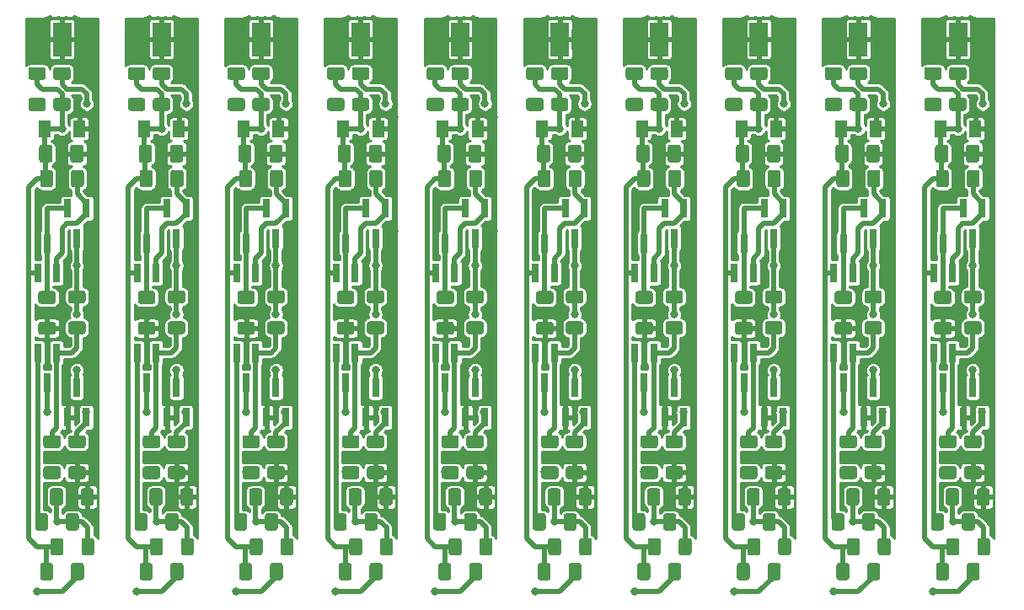
<source format=gbl>
G04 #@! TF.GenerationSoftware,KiCad,Pcbnew,(5.1.12)-1*
G04 #@! TF.CreationDate,2021-12-02T19:00:40+01:00*
G04 #@! TF.ProjectId,DIY Mic Electronic Panelized,44495920-4d69-4632-9045-6c656374726f,rev?*
G04 #@! TF.SameCoordinates,Original*
G04 #@! TF.FileFunction,Copper,L2,Bot*
G04 #@! TF.FilePolarity,Positive*
%FSLAX46Y46*%
G04 Gerber Fmt 4.6, Leading zero omitted, Abs format (unit mm)*
G04 Created by KiCad (PCBNEW (5.1.12)-1) date 2021-12-02 19:00:40*
%MOMM*%
%LPD*%
G01*
G04 APERTURE LIST*
G04 #@! TA.AperFunction,SMDPad,CuDef*
%ADD10R,1.300000X1.700000*%
G04 #@! TD*
G04 #@! TA.AperFunction,SMDPad,CuDef*
%ADD11R,0.800000X1.900000*%
G04 #@! TD*
G04 #@! TA.AperFunction,SMDPad,CuDef*
%ADD12R,1.850000X3.450000*%
G04 #@! TD*
G04 #@! TA.AperFunction,ViaPad*
%ADD13C,0.800000*%
G04 #@! TD*
G04 #@! TA.AperFunction,Conductor*
%ADD14C,0.500000*%
G04 #@! TD*
G04 #@! TA.AperFunction,Conductor*
%ADD15C,0.254000*%
G04 #@! TD*
G04 #@! TA.AperFunction,Conductor*
%ADD16C,0.100000*%
G04 #@! TD*
G04 APERTURE END LIST*
D10*
X192750000Y-78500000D03*
X189250000Y-78500000D03*
X182750000Y-78500000D03*
X179250000Y-78500000D03*
X172750000Y-78500000D03*
X169250000Y-78500000D03*
X162750000Y-78500000D03*
X159250000Y-78500000D03*
X152750000Y-78500000D03*
X149250000Y-78500000D03*
X142750000Y-78500000D03*
X139250000Y-78500000D03*
X132750000Y-78500000D03*
X129250000Y-78500000D03*
X122750000Y-78500000D03*
X119250000Y-78500000D03*
X112750000Y-78500000D03*
X109250000Y-78500000D03*
G04 #@! TA.AperFunction,SMDPad,CuDef*
G36*
G01*
X191874999Y-97850000D02*
X193125001Y-97850000D01*
G75*
G02*
X193375000Y-98099999I0J-249999D01*
G01*
X193375000Y-98900001D01*
G75*
G02*
X193125001Y-99150000I-249999J0D01*
G01*
X191874999Y-99150000D01*
G75*
G02*
X191625000Y-98900001I0J249999D01*
G01*
X191625000Y-98099999D01*
G75*
G02*
X191874999Y-97850000I249999J0D01*
G01*
G37*
G04 #@! TD.AperFunction*
G04 #@! TA.AperFunction,SMDPad,CuDef*
G36*
G01*
X191874999Y-94750000D02*
X193125001Y-94750000D01*
G75*
G02*
X193375000Y-94999999I0J-249999D01*
G01*
X193375000Y-95800001D01*
G75*
G02*
X193125001Y-96050000I-249999J0D01*
G01*
X191874999Y-96050000D01*
G75*
G02*
X191625000Y-95800001I0J249999D01*
G01*
X191625000Y-94999999D01*
G75*
G02*
X191874999Y-94750000I249999J0D01*
G01*
G37*
G04 #@! TD.AperFunction*
G04 #@! TA.AperFunction,SMDPad,CuDef*
G36*
G01*
X181874999Y-97850000D02*
X183125001Y-97850000D01*
G75*
G02*
X183375000Y-98099999I0J-249999D01*
G01*
X183375000Y-98900001D01*
G75*
G02*
X183125001Y-99150000I-249999J0D01*
G01*
X181874999Y-99150000D01*
G75*
G02*
X181625000Y-98900001I0J249999D01*
G01*
X181625000Y-98099999D01*
G75*
G02*
X181874999Y-97850000I249999J0D01*
G01*
G37*
G04 #@! TD.AperFunction*
G04 #@! TA.AperFunction,SMDPad,CuDef*
G36*
G01*
X181874999Y-94750000D02*
X183125001Y-94750000D01*
G75*
G02*
X183375000Y-94999999I0J-249999D01*
G01*
X183375000Y-95800001D01*
G75*
G02*
X183125001Y-96050000I-249999J0D01*
G01*
X181874999Y-96050000D01*
G75*
G02*
X181625000Y-95800001I0J249999D01*
G01*
X181625000Y-94999999D01*
G75*
G02*
X181874999Y-94750000I249999J0D01*
G01*
G37*
G04 #@! TD.AperFunction*
G04 #@! TA.AperFunction,SMDPad,CuDef*
G36*
G01*
X171874999Y-97850000D02*
X173125001Y-97850000D01*
G75*
G02*
X173375000Y-98099999I0J-249999D01*
G01*
X173375000Y-98900001D01*
G75*
G02*
X173125001Y-99150000I-249999J0D01*
G01*
X171874999Y-99150000D01*
G75*
G02*
X171625000Y-98900001I0J249999D01*
G01*
X171625000Y-98099999D01*
G75*
G02*
X171874999Y-97850000I249999J0D01*
G01*
G37*
G04 #@! TD.AperFunction*
G04 #@! TA.AperFunction,SMDPad,CuDef*
G36*
G01*
X171874999Y-94750000D02*
X173125001Y-94750000D01*
G75*
G02*
X173375000Y-94999999I0J-249999D01*
G01*
X173375000Y-95800001D01*
G75*
G02*
X173125001Y-96050000I-249999J0D01*
G01*
X171874999Y-96050000D01*
G75*
G02*
X171625000Y-95800001I0J249999D01*
G01*
X171625000Y-94999999D01*
G75*
G02*
X171874999Y-94750000I249999J0D01*
G01*
G37*
G04 #@! TD.AperFunction*
G04 #@! TA.AperFunction,SMDPad,CuDef*
G36*
G01*
X161874999Y-97850000D02*
X163125001Y-97850000D01*
G75*
G02*
X163375000Y-98099999I0J-249999D01*
G01*
X163375000Y-98900001D01*
G75*
G02*
X163125001Y-99150000I-249999J0D01*
G01*
X161874999Y-99150000D01*
G75*
G02*
X161625000Y-98900001I0J249999D01*
G01*
X161625000Y-98099999D01*
G75*
G02*
X161874999Y-97850000I249999J0D01*
G01*
G37*
G04 #@! TD.AperFunction*
G04 #@! TA.AperFunction,SMDPad,CuDef*
G36*
G01*
X161874999Y-94750000D02*
X163125001Y-94750000D01*
G75*
G02*
X163375000Y-94999999I0J-249999D01*
G01*
X163375000Y-95800001D01*
G75*
G02*
X163125001Y-96050000I-249999J0D01*
G01*
X161874999Y-96050000D01*
G75*
G02*
X161625000Y-95800001I0J249999D01*
G01*
X161625000Y-94999999D01*
G75*
G02*
X161874999Y-94750000I249999J0D01*
G01*
G37*
G04 #@! TD.AperFunction*
G04 #@! TA.AperFunction,SMDPad,CuDef*
G36*
G01*
X151874999Y-97850000D02*
X153125001Y-97850000D01*
G75*
G02*
X153375000Y-98099999I0J-249999D01*
G01*
X153375000Y-98900001D01*
G75*
G02*
X153125001Y-99150000I-249999J0D01*
G01*
X151874999Y-99150000D01*
G75*
G02*
X151625000Y-98900001I0J249999D01*
G01*
X151625000Y-98099999D01*
G75*
G02*
X151874999Y-97850000I249999J0D01*
G01*
G37*
G04 #@! TD.AperFunction*
G04 #@! TA.AperFunction,SMDPad,CuDef*
G36*
G01*
X151874999Y-94750000D02*
X153125001Y-94750000D01*
G75*
G02*
X153375000Y-94999999I0J-249999D01*
G01*
X153375000Y-95800001D01*
G75*
G02*
X153125001Y-96050000I-249999J0D01*
G01*
X151874999Y-96050000D01*
G75*
G02*
X151625000Y-95800001I0J249999D01*
G01*
X151625000Y-94999999D01*
G75*
G02*
X151874999Y-94750000I249999J0D01*
G01*
G37*
G04 #@! TD.AperFunction*
G04 #@! TA.AperFunction,SMDPad,CuDef*
G36*
G01*
X141874999Y-97850000D02*
X143125001Y-97850000D01*
G75*
G02*
X143375000Y-98099999I0J-249999D01*
G01*
X143375000Y-98900001D01*
G75*
G02*
X143125001Y-99150000I-249999J0D01*
G01*
X141874999Y-99150000D01*
G75*
G02*
X141625000Y-98900001I0J249999D01*
G01*
X141625000Y-98099999D01*
G75*
G02*
X141874999Y-97850000I249999J0D01*
G01*
G37*
G04 #@! TD.AperFunction*
G04 #@! TA.AperFunction,SMDPad,CuDef*
G36*
G01*
X141874999Y-94750000D02*
X143125001Y-94750000D01*
G75*
G02*
X143375000Y-94999999I0J-249999D01*
G01*
X143375000Y-95800001D01*
G75*
G02*
X143125001Y-96050000I-249999J0D01*
G01*
X141874999Y-96050000D01*
G75*
G02*
X141625000Y-95800001I0J249999D01*
G01*
X141625000Y-94999999D01*
G75*
G02*
X141874999Y-94750000I249999J0D01*
G01*
G37*
G04 #@! TD.AperFunction*
G04 #@! TA.AperFunction,SMDPad,CuDef*
G36*
G01*
X131874999Y-97850000D02*
X133125001Y-97850000D01*
G75*
G02*
X133375000Y-98099999I0J-249999D01*
G01*
X133375000Y-98900001D01*
G75*
G02*
X133125001Y-99150000I-249999J0D01*
G01*
X131874999Y-99150000D01*
G75*
G02*
X131625000Y-98900001I0J249999D01*
G01*
X131625000Y-98099999D01*
G75*
G02*
X131874999Y-97850000I249999J0D01*
G01*
G37*
G04 #@! TD.AperFunction*
G04 #@! TA.AperFunction,SMDPad,CuDef*
G36*
G01*
X131874999Y-94750000D02*
X133125001Y-94750000D01*
G75*
G02*
X133375000Y-94999999I0J-249999D01*
G01*
X133375000Y-95800001D01*
G75*
G02*
X133125001Y-96050000I-249999J0D01*
G01*
X131874999Y-96050000D01*
G75*
G02*
X131625000Y-95800001I0J249999D01*
G01*
X131625000Y-94999999D01*
G75*
G02*
X131874999Y-94750000I249999J0D01*
G01*
G37*
G04 #@! TD.AperFunction*
G04 #@! TA.AperFunction,SMDPad,CuDef*
G36*
G01*
X121874999Y-97850000D02*
X123125001Y-97850000D01*
G75*
G02*
X123375000Y-98099999I0J-249999D01*
G01*
X123375000Y-98900001D01*
G75*
G02*
X123125001Y-99150000I-249999J0D01*
G01*
X121874999Y-99150000D01*
G75*
G02*
X121625000Y-98900001I0J249999D01*
G01*
X121625000Y-98099999D01*
G75*
G02*
X121874999Y-97850000I249999J0D01*
G01*
G37*
G04 #@! TD.AperFunction*
G04 #@! TA.AperFunction,SMDPad,CuDef*
G36*
G01*
X121874999Y-94750000D02*
X123125001Y-94750000D01*
G75*
G02*
X123375000Y-94999999I0J-249999D01*
G01*
X123375000Y-95800001D01*
G75*
G02*
X123125001Y-96050000I-249999J0D01*
G01*
X121874999Y-96050000D01*
G75*
G02*
X121625000Y-95800001I0J249999D01*
G01*
X121625000Y-94999999D01*
G75*
G02*
X121874999Y-94750000I249999J0D01*
G01*
G37*
G04 #@! TD.AperFunction*
G04 #@! TA.AperFunction,SMDPad,CuDef*
G36*
G01*
X111874999Y-97850000D02*
X113125001Y-97850000D01*
G75*
G02*
X113375000Y-98099999I0J-249999D01*
G01*
X113375000Y-98900001D01*
G75*
G02*
X113125001Y-99150000I-249999J0D01*
G01*
X111874999Y-99150000D01*
G75*
G02*
X111625000Y-98900001I0J249999D01*
G01*
X111625000Y-98099999D01*
G75*
G02*
X111874999Y-97850000I249999J0D01*
G01*
G37*
G04 #@! TD.AperFunction*
G04 #@! TA.AperFunction,SMDPad,CuDef*
G36*
G01*
X111874999Y-94750000D02*
X113125001Y-94750000D01*
G75*
G02*
X113375000Y-94999999I0J-249999D01*
G01*
X113375000Y-95800001D01*
G75*
G02*
X113125001Y-96050000I-249999J0D01*
G01*
X111874999Y-96050000D01*
G75*
G02*
X111625000Y-95800001I0J249999D01*
G01*
X111625000Y-94999999D01*
G75*
G02*
X111874999Y-94750000I249999J0D01*
G01*
G37*
G04 #@! TD.AperFunction*
G04 #@! TA.AperFunction,SMDPad,CuDef*
G36*
G01*
X187874999Y-75400000D02*
X189125001Y-75400000D01*
G75*
G02*
X189375000Y-75649999I0J-249999D01*
G01*
X189375000Y-76450001D01*
G75*
G02*
X189125001Y-76700000I-249999J0D01*
G01*
X187874999Y-76700000D01*
G75*
G02*
X187625000Y-76450001I0J249999D01*
G01*
X187625000Y-75649999D01*
G75*
G02*
X187874999Y-75400000I249999J0D01*
G01*
G37*
G04 #@! TD.AperFunction*
G04 #@! TA.AperFunction,SMDPad,CuDef*
G36*
G01*
X187874999Y-72300000D02*
X189125001Y-72300000D01*
G75*
G02*
X189375000Y-72549999I0J-249999D01*
G01*
X189375000Y-73350001D01*
G75*
G02*
X189125001Y-73600000I-249999J0D01*
G01*
X187874999Y-73600000D01*
G75*
G02*
X187625000Y-73350001I0J249999D01*
G01*
X187625000Y-72549999D01*
G75*
G02*
X187874999Y-72300000I249999J0D01*
G01*
G37*
G04 #@! TD.AperFunction*
G04 #@! TA.AperFunction,SMDPad,CuDef*
G36*
G01*
X177874999Y-75400000D02*
X179125001Y-75400000D01*
G75*
G02*
X179375000Y-75649999I0J-249999D01*
G01*
X179375000Y-76450001D01*
G75*
G02*
X179125001Y-76700000I-249999J0D01*
G01*
X177874999Y-76700000D01*
G75*
G02*
X177625000Y-76450001I0J249999D01*
G01*
X177625000Y-75649999D01*
G75*
G02*
X177874999Y-75400000I249999J0D01*
G01*
G37*
G04 #@! TD.AperFunction*
G04 #@! TA.AperFunction,SMDPad,CuDef*
G36*
G01*
X177874999Y-72300000D02*
X179125001Y-72300000D01*
G75*
G02*
X179375000Y-72549999I0J-249999D01*
G01*
X179375000Y-73350001D01*
G75*
G02*
X179125001Y-73600000I-249999J0D01*
G01*
X177874999Y-73600000D01*
G75*
G02*
X177625000Y-73350001I0J249999D01*
G01*
X177625000Y-72549999D01*
G75*
G02*
X177874999Y-72300000I249999J0D01*
G01*
G37*
G04 #@! TD.AperFunction*
G04 #@! TA.AperFunction,SMDPad,CuDef*
G36*
G01*
X167874999Y-75400000D02*
X169125001Y-75400000D01*
G75*
G02*
X169375000Y-75649999I0J-249999D01*
G01*
X169375000Y-76450001D01*
G75*
G02*
X169125001Y-76700000I-249999J0D01*
G01*
X167874999Y-76700000D01*
G75*
G02*
X167625000Y-76450001I0J249999D01*
G01*
X167625000Y-75649999D01*
G75*
G02*
X167874999Y-75400000I249999J0D01*
G01*
G37*
G04 #@! TD.AperFunction*
G04 #@! TA.AperFunction,SMDPad,CuDef*
G36*
G01*
X167874999Y-72300000D02*
X169125001Y-72300000D01*
G75*
G02*
X169375000Y-72549999I0J-249999D01*
G01*
X169375000Y-73350001D01*
G75*
G02*
X169125001Y-73600000I-249999J0D01*
G01*
X167874999Y-73600000D01*
G75*
G02*
X167625000Y-73350001I0J249999D01*
G01*
X167625000Y-72549999D01*
G75*
G02*
X167874999Y-72300000I249999J0D01*
G01*
G37*
G04 #@! TD.AperFunction*
G04 #@! TA.AperFunction,SMDPad,CuDef*
G36*
G01*
X157874999Y-75400000D02*
X159125001Y-75400000D01*
G75*
G02*
X159375000Y-75649999I0J-249999D01*
G01*
X159375000Y-76450001D01*
G75*
G02*
X159125001Y-76700000I-249999J0D01*
G01*
X157874999Y-76700000D01*
G75*
G02*
X157625000Y-76450001I0J249999D01*
G01*
X157625000Y-75649999D01*
G75*
G02*
X157874999Y-75400000I249999J0D01*
G01*
G37*
G04 #@! TD.AperFunction*
G04 #@! TA.AperFunction,SMDPad,CuDef*
G36*
G01*
X157874999Y-72300000D02*
X159125001Y-72300000D01*
G75*
G02*
X159375000Y-72549999I0J-249999D01*
G01*
X159375000Y-73350001D01*
G75*
G02*
X159125001Y-73600000I-249999J0D01*
G01*
X157874999Y-73600000D01*
G75*
G02*
X157625000Y-73350001I0J249999D01*
G01*
X157625000Y-72549999D01*
G75*
G02*
X157874999Y-72300000I249999J0D01*
G01*
G37*
G04 #@! TD.AperFunction*
G04 #@! TA.AperFunction,SMDPad,CuDef*
G36*
G01*
X147874999Y-75400000D02*
X149125001Y-75400000D01*
G75*
G02*
X149375000Y-75649999I0J-249999D01*
G01*
X149375000Y-76450001D01*
G75*
G02*
X149125001Y-76700000I-249999J0D01*
G01*
X147874999Y-76700000D01*
G75*
G02*
X147625000Y-76450001I0J249999D01*
G01*
X147625000Y-75649999D01*
G75*
G02*
X147874999Y-75400000I249999J0D01*
G01*
G37*
G04 #@! TD.AperFunction*
G04 #@! TA.AperFunction,SMDPad,CuDef*
G36*
G01*
X147874999Y-72300000D02*
X149125001Y-72300000D01*
G75*
G02*
X149375000Y-72549999I0J-249999D01*
G01*
X149375000Y-73350001D01*
G75*
G02*
X149125001Y-73600000I-249999J0D01*
G01*
X147874999Y-73600000D01*
G75*
G02*
X147625000Y-73350001I0J249999D01*
G01*
X147625000Y-72549999D01*
G75*
G02*
X147874999Y-72300000I249999J0D01*
G01*
G37*
G04 #@! TD.AperFunction*
G04 #@! TA.AperFunction,SMDPad,CuDef*
G36*
G01*
X137874999Y-75400000D02*
X139125001Y-75400000D01*
G75*
G02*
X139375000Y-75649999I0J-249999D01*
G01*
X139375000Y-76450001D01*
G75*
G02*
X139125001Y-76700000I-249999J0D01*
G01*
X137874999Y-76700000D01*
G75*
G02*
X137625000Y-76450001I0J249999D01*
G01*
X137625000Y-75649999D01*
G75*
G02*
X137874999Y-75400000I249999J0D01*
G01*
G37*
G04 #@! TD.AperFunction*
G04 #@! TA.AperFunction,SMDPad,CuDef*
G36*
G01*
X137874999Y-72300000D02*
X139125001Y-72300000D01*
G75*
G02*
X139375000Y-72549999I0J-249999D01*
G01*
X139375000Y-73350001D01*
G75*
G02*
X139125001Y-73600000I-249999J0D01*
G01*
X137874999Y-73600000D01*
G75*
G02*
X137625000Y-73350001I0J249999D01*
G01*
X137625000Y-72549999D01*
G75*
G02*
X137874999Y-72300000I249999J0D01*
G01*
G37*
G04 #@! TD.AperFunction*
G04 #@! TA.AperFunction,SMDPad,CuDef*
G36*
G01*
X127874999Y-75400000D02*
X129125001Y-75400000D01*
G75*
G02*
X129375000Y-75649999I0J-249999D01*
G01*
X129375000Y-76450001D01*
G75*
G02*
X129125001Y-76700000I-249999J0D01*
G01*
X127874999Y-76700000D01*
G75*
G02*
X127625000Y-76450001I0J249999D01*
G01*
X127625000Y-75649999D01*
G75*
G02*
X127874999Y-75400000I249999J0D01*
G01*
G37*
G04 #@! TD.AperFunction*
G04 #@! TA.AperFunction,SMDPad,CuDef*
G36*
G01*
X127874999Y-72300000D02*
X129125001Y-72300000D01*
G75*
G02*
X129375000Y-72549999I0J-249999D01*
G01*
X129375000Y-73350001D01*
G75*
G02*
X129125001Y-73600000I-249999J0D01*
G01*
X127874999Y-73600000D01*
G75*
G02*
X127625000Y-73350001I0J249999D01*
G01*
X127625000Y-72549999D01*
G75*
G02*
X127874999Y-72300000I249999J0D01*
G01*
G37*
G04 #@! TD.AperFunction*
G04 #@! TA.AperFunction,SMDPad,CuDef*
G36*
G01*
X117874999Y-75400000D02*
X119125001Y-75400000D01*
G75*
G02*
X119375000Y-75649999I0J-249999D01*
G01*
X119375000Y-76450001D01*
G75*
G02*
X119125001Y-76700000I-249999J0D01*
G01*
X117874999Y-76700000D01*
G75*
G02*
X117625000Y-76450001I0J249999D01*
G01*
X117625000Y-75649999D01*
G75*
G02*
X117874999Y-75400000I249999J0D01*
G01*
G37*
G04 #@! TD.AperFunction*
G04 #@! TA.AperFunction,SMDPad,CuDef*
G36*
G01*
X117874999Y-72300000D02*
X119125001Y-72300000D01*
G75*
G02*
X119375000Y-72549999I0J-249999D01*
G01*
X119375000Y-73350001D01*
G75*
G02*
X119125001Y-73600000I-249999J0D01*
G01*
X117874999Y-73600000D01*
G75*
G02*
X117625000Y-73350001I0J249999D01*
G01*
X117625000Y-72549999D01*
G75*
G02*
X117874999Y-72300000I249999J0D01*
G01*
G37*
G04 #@! TD.AperFunction*
G04 #@! TA.AperFunction,SMDPad,CuDef*
G36*
G01*
X107874999Y-75400000D02*
X109125001Y-75400000D01*
G75*
G02*
X109375000Y-75649999I0J-249999D01*
G01*
X109375000Y-76450001D01*
G75*
G02*
X109125001Y-76700000I-249999J0D01*
G01*
X107874999Y-76700000D01*
G75*
G02*
X107625000Y-76450001I0J249999D01*
G01*
X107625000Y-75649999D01*
G75*
G02*
X107874999Y-75400000I249999J0D01*
G01*
G37*
G04 #@! TD.AperFunction*
G04 #@! TA.AperFunction,SMDPad,CuDef*
G36*
G01*
X107874999Y-72300000D02*
X109125001Y-72300000D01*
G75*
G02*
X109375000Y-72549999I0J-249999D01*
G01*
X109375000Y-73350001D01*
G75*
G02*
X109125001Y-73600000I-249999J0D01*
G01*
X107874999Y-73600000D01*
G75*
G02*
X107625000Y-73350001I0J249999D01*
G01*
X107625000Y-72549999D01*
G75*
G02*
X107874999Y-72300000I249999J0D01*
G01*
G37*
G04 #@! TD.AperFunction*
G04 #@! TA.AperFunction,SMDPad,CuDef*
G36*
G01*
X188800000Y-123625001D02*
X188800000Y-122374999D01*
G75*
G02*
X189049999Y-122125000I249999J0D01*
G01*
X189850001Y-122125000D01*
G75*
G02*
X190100000Y-122374999I0J-249999D01*
G01*
X190100000Y-123625001D01*
G75*
G02*
X189850001Y-123875000I-249999J0D01*
G01*
X189049999Y-123875000D01*
G75*
G02*
X188800000Y-123625001I0J249999D01*
G01*
G37*
G04 #@! TD.AperFunction*
G04 #@! TA.AperFunction,SMDPad,CuDef*
G36*
G01*
X191900000Y-123625001D02*
X191900000Y-122374999D01*
G75*
G02*
X192149999Y-122125000I249999J0D01*
G01*
X192950001Y-122125000D01*
G75*
G02*
X193200000Y-122374999I0J-249999D01*
G01*
X193200000Y-123625001D01*
G75*
G02*
X192950001Y-123875000I-249999J0D01*
G01*
X192149999Y-123875000D01*
G75*
G02*
X191900000Y-123625001I0J249999D01*
G01*
G37*
G04 #@! TD.AperFunction*
G04 #@! TA.AperFunction,SMDPad,CuDef*
G36*
G01*
X178800000Y-123625001D02*
X178800000Y-122374999D01*
G75*
G02*
X179049999Y-122125000I249999J0D01*
G01*
X179850001Y-122125000D01*
G75*
G02*
X180100000Y-122374999I0J-249999D01*
G01*
X180100000Y-123625001D01*
G75*
G02*
X179850001Y-123875000I-249999J0D01*
G01*
X179049999Y-123875000D01*
G75*
G02*
X178800000Y-123625001I0J249999D01*
G01*
G37*
G04 #@! TD.AperFunction*
G04 #@! TA.AperFunction,SMDPad,CuDef*
G36*
G01*
X181900000Y-123625001D02*
X181900000Y-122374999D01*
G75*
G02*
X182149999Y-122125000I249999J0D01*
G01*
X182950001Y-122125000D01*
G75*
G02*
X183200000Y-122374999I0J-249999D01*
G01*
X183200000Y-123625001D01*
G75*
G02*
X182950001Y-123875000I-249999J0D01*
G01*
X182149999Y-123875000D01*
G75*
G02*
X181900000Y-123625001I0J249999D01*
G01*
G37*
G04 #@! TD.AperFunction*
G04 #@! TA.AperFunction,SMDPad,CuDef*
G36*
G01*
X168800000Y-123625001D02*
X168800000Y-122374999D01*
G75*
G02*
X169049999Y-122125000I249999J0D01*
G01*
X169850001Y-122125000D01*
G75*
G02*
X170100000Y-122374999I0J-249999D01*
G01*
X170100000Y-123625001D01*
G75*
G02*
X169850001Y-123875000I-249999J0D01*
G01*
X169049999Y-123875000D01*
G75*
G02*
X168800000Y-123625001I0J249999D01*
G01*
G37*
G04 #@! TD.AperFunction*
G04 #@! TA.AperFunction,SMDPad,CuDef*
G36*
G01*
X171900000Y-123625001D02*
X171900000Y-122374999D01*
G75*
G02*
X172149999Y-122125000I249999J0D01*
G01*
X172950001Y-122125000D01*
G75*
G02*
X173200000Y-122374999I0J-249999D01*
G01*
X173200000Y-123625001D01*
G75*
G02*
X172950001Y-123875000I-249999J0D01*
G01*
X172149999Y-123875000D01*
G75*
G02*
X171900000Y-123625001I0J249999D01*
G01*
G37*
G04 #@! TD.AperFunction*
G04 #@! TA.AperFunction,SMDPad,CuDef*
G36*
G01*
X158800000Y-123625001D02*
X158800000Y-122374999D01*
G75*
G02*
X159049999Y-122125000I249999J0D01*
G01*
X159850001Y-122125000D01*
G75*
G02*
X160100000Y-122374999I0J-249999D01*
G01*
X160100000Y-123625001D01*
G75*
G02*
X159850001Y-123875000I-249999J0D01*
G01*
X159049999Y-123875000D01*
G75*
G02*
X158800000Y-123625001I0J249999D01*
G01*
G37*
G04 #@! TD.AperFunction*
G04 #@! TA.AperFunction,SMDPad,CuDef*
G36*
G01*
X161900000Y-123625001D02*
X161900000Y-122374999D01*
G75*
G02*
X162149999Y-122125000I249999J0D01*
G01*
X162950001Y-122125000D01*
G75*
G02*
X163200000Y-122374999I0J-249999D01*
G01*
X163200000Y-123625001D01*
G75*
G02*
X162950001Y-123875000I-249999J0D01*
G01*
X162149999Y-123875000D01*
G75*
G02*
X161900000Y-123625001I0J249999D01*
G01*
G37*
G04 #@! TD.AperFunction*
G04 #@! TA.AperFunction,SMDPad,CuDef*
G36*
G01*
X148800000Y-123625001D02*
X148800000Y-122374999D01*
G75*
G02*
X149049999Y-122125000I249999J0D01*
G01*
X149850001Y-122125000D01*
G75*
G02*
X150100000Y-122374999I0J-249999D01*
G01*
X150100000Y-123625001D01*
G75*
G02*
X149850001Y-123875000I-249999J0D01*
G01*
X149049999Y-123875000D01*
G75*
G02*
X148800000Y-123625001I0J249999D01*
G01*
G37*
G04 #@! TD.AperFunction*
G04 #@! TA.AperFunction,SMDPad,CuDef*
G36*
G01*
X151900000Y-123625001D02*
X151900000Y-122374999D01*
G75*
G02*
X152149999Y-122125000I249999J0D01*
G01*
X152950001Y-122125000D01*
G75*
G02*
X153200000Y-122374999I0J-249999D01*
G01*
X153200000Y-123625001D01*
G75*
G02*
X152950001Y-123875000I-249999J0D01*
G01*
X152149999Y-123875000D01*
G75*
G02*
X151900000Y-123625001I0J249999D01*
G01*
G37*
G04 #@! TD.AperFunction*
G04 #@! TA.AperFunction,SMDPad,CuDef*
G36*
G01*
X138800000Y-123625001D02*
X138800000Y-122374999D01*
G75*
G02*
X139049999Y-122125000I249999J0D01*
G01*
X139850001Y-122125000D01*
G75*
G02*
X140100000Y-122374999I0J-249999D01*
G01*
X140100000Y-123625001D01*
G75*
G02*
X139850001Y-123875000I-249999J0D01*
G01*
X139049999Y-123875000D01*
G75*
G02*
X138800000Y-123625001I0J249999D01*
G01*
G37*
G04 #@! TD.AperFunction*
G04 #@! TA.AperFunction,SMDPad,CuDef*
G36*
G01*
X141900000Y-123625001D02*
X141900000Y-122374999D01*
G75*
G02*
X142149999Y-122125000I249999J0D01*
G01*
X142950001Y-122125000D01*
G75*
G02*
X143200000Y-122374999I0J-249999D01*
G01*
X143200000Y-123625001D01*
G75*
G02*
X142950001Y-123875000I-249999J0D01*
G01*
X142149999Y-123875000D01*
G75*
G02*
X141900000Y-123625001I0J249999D01*
G01*
G37*
G04 #@! TD.AperFunction*
G04 #@! TA.AperFunction,SMDPad,CuDef*
G36*
G01*
X128800000Y-123625001D02*
X128800000Y-122374999D01*
G75*
G02*
X129049999Y-122125000I249999J0D01*
G01*
X129850001Y-122125000D01*
G75*
G02*
X130100000Y-122374999I0J-249999D01*
G01*
X130100000Y-123625001D01*
G75*
G02*
X129850001Y-123875000I-249999J0D01*
G01*
X129049999Y-123875000D01*
G75*
G02*
X128800000Y-123625001I0J249999D01*
G01*
G37*
G04 #@! TD.AperFunction*
G04 #@! TA.AperFunction,SMDPad,CuDef*
G36*
G01*
X131900000Y-123625001D02*
X131900000Y-122374999D01*
G75*
G02*
X132149999Y-122125000I249999J0D01*
G01*
X132950001Y-122125000D01*
G75*
G02*
X133200000Y-122374999I0J-249999D01*
G01*
X133200000Y-123625001D01*
G75*
G02*
X132950001Y-123875000I-249999J0D01*
G01*
X132149999Y-123875000D01*
G75*
G02*
X131900000Y-123625001I0J249999D01*
G01*
G37*
G04 #@! TD.AperFunction*
G04 #@! TA.AperFunction,SMDPad,CuDef*
G36*
G01*
X118800000Y-123625001D02*
X118800000Y-122374999D01*
G75*
G02*
X119049999Y-122125000I249999J0D01*
G01*
X119850001Y-122125000D01*
G75*
G02*
X120100000Y-122374999I0J-249999D01*
G01*
X120100000Y-123625001D01*
G75*
G02*
X119850001Y-123875000I-249999J0D01*
G01*
X119049999Y-123875000D01*
G75*
G02*
X118800000Y-123625001I0J249999D01*
G01*
G37*
G04 #@! TD.AperFunction*
G04 #@! TA.AperFunction,SMDPad,CuDef*
G36*
G01*
X121900000Y-123625001D02*
X121900000Y-122374999D01*
G75*
G02*
X122149999Y-122125000I249999J0D01*
G01*
X122950001Y-122125000D01*
G75*
G02*
X123200000Y-122374999I0J-249999D01*
G01*
X123200000Y-123625001D01*
G75*
G02*
X122950001Y-123875000I-249999J0D01*
G01*
X122149999Y-123875000D01*
G75*
G02*
X121900000Y-123625001I0J249999D01*
G01*
G37*
G04 #@! TD.AperFunction*
G04 #@! TA.AperFunction,SMDPad,CuDef*
G36*
G01*
X108800000Y-123625001D02*
X108800000Y-122374999D01*
G75*
G02*
X109049999Y-122125000I249999J0D01*
G01*
X109850001Y-122125000D01*
G75*
G02*
X110100000Y-122374999I0J-249999D01*
G01*
X110100000Y-123625001D01*
G75*
G02*
X109850001Y-123875000I-249999J0D01*
G01*
X109049999Y-123875000D01*
G75*
G02*
X108800000Y-123625001I0J249999D01*
G01*
G37*
G04 #@! TD.AperFunction*
G04 #@! TA.AperFunction,SMDPad,CuDef*
G36*
G01*
X111900000Y-123625001D02*
X111900000Y-122374999D01*
G75*
G02*
X112149999Y-122125000I249999J0D01*
G01*
X112950001Y-122125000D01*
G75*
G02*
X113200000Y-122374999I0J-249999D01*
G01*
X113200000Y-123625001D01*
G75*
G02*
X112950001Y-123875000I-249999J0D01*
G01*
X112149999Y-123875000D01*
G75*
G02*
X111900000Y-123625001I0J249999D01*
G01*
G37*
G04 #@! TD.AperFunction*
G04 #@! TA.AperFunction,SMDPad,CuDef*
G36*
G01*
X191625001Y-76700000D02*
X190374999Y-76700000D01*
G75*
G02*
X190125000Y-76450001I0J249999D01*
G01*
X190125000Y-75649999D01*
G75*
G02*
X190374999Y-75400000I249999J0D01*
G01*
X191625001Y-75400000D01*
G75*
G02*
X191875000Y-75649999I0J-249999D01*
G01*
X191875000Y-76450001D01*
G75*
G02*
X191625001Y-76700000I-249999J0D01*
G01*
G37*
G04 #@! TD.AperFunction*
G04 #@! TA.AperFunction,SMDPad,CuDef*
G36*
G01*
X191625001Y-73600000D02*
X190374999Y-73600000D01*
G75*
G02*
X190125000Y-73350001I0J249999D01*
G01*
X190125000Y-72549999D01*
G75*
G02*
X190374999Y-72300000I249999J0D01*
G01*
X191625001Y-72300000D01*
G75*
G02*
X191875000Y-72549999I0J-249999D01*
G01*
X191875000Y-73350001D01*
G75*
G02*
X191625001Y-73600000I-249999J0D01*
G01*
G37*
G04 #@! TD.AperFunction*
G04 #@! TA.AperFunction,SMDPad,CuDef*
G36*
G01*
X181625001Y-76700000D02*
X180374999Y-76700000D01*
G75*
G02*
X180125000Y-76450001I0J249999D01*
G01*
X180125000Y-75649999D01*
G75*
G02*
X180374999Y-75400000I249999J0D01*
G01*
X181625001Y-75400000D01*
G75*
G02*
X181875000Y-75649999I0J-249999D01*
G01*
X181875000Y-76450001D01*
G75*
G02*
X181625001Y-76700000I-249999J0D01*
G01*
G37*
G04 #@! TD.AperFunction*
G04 #@! TA.AperFunction,SMDPad,CuDef*
G36*
G01*
X181625001Y-73600000D02*
X180374999Y-73600000D01*
G75*
G02*
X180125000Y-73350001I0J249999D01*
G01*
X180125000Y-72549999D01*
G75*
G02*
X180374999Y-72300000I249999J0D01*
G01*
X181625001Y-72300000D01*
G75*
G02*
X181875000Y-72549999I0J-249999D01*
G01*
X181875000Y-73350001D01*
G75*
G02*
X181625001Y-73600000I-249999J0D01*
G01*
G37*
G04 #@! TD.AperFunction*
G04 #@! TA.AperFunction,SMDPad,CuDef*
G36*
G01*
X171625001Y-76700000D02*
X170374999Y-76700000D01*
G75*
G02*
X170125000Y-76450001I0J249999D01*
G01*
X170125000Y-75649999D01*
G75*
G02*
X170374999Y-75400000I249999J0D01*
G01*
X171625001Y-75400000D01*
G75*
G02*
X171875000Y-75649999I0J-249999D01*
G01*
X171875000Y-76450001D01*
G75*
G02*
X171625001Y-76700000I-249999J0D01*
G01*
G37*
G04 #@! TD.AperFunction*
G04 #@! TA.AperFunction,SMDPad,CuDef*
G36*
G01*
X171625001Y-73600000D02*
X170374999Y-73600000D01*
G75*
G02*
X170125000Y-73350001I0J249999D01*
G01*
X170125000Y-72549999D01*
G75*
G02*
X170374999Y-72300000I249999J0D01*
G01*
X171625001Y-72300000D01*
G75*
G02*
X171875000Y-72549999I0J-249999D01*
G01*
X171875000Y-73350001D01*
G75*
G02*
X171625001Y-73600000I-249999J0D01*
G01*
G37*
G04 #@! TD.AperFunction*
G04 #@! TA.AperFunction,SMDPad,CuDef*
G36*
G01*
X161625001Y-76700000D02*
X160374999Y-76700000D01*
G75*
G02*
X160125000Y-76450001I0J249999D01*
G01*
X160125000Y-75649999D01*
G75*
G02*
X160374999Y-75400000I249999J0D01*
G01*
X161625001Y-75400000D01*
G75*
G02*
X161875000Y-75649999I0J-249999D01*
G01*
X161875000Y-76450001D01*
G75*
G02*
X161625001Y-76700000I-249999J0D01*
G01*
G37*
G04 #@! TD.AperFunction*
G04 #@! TA.AperFunction,SMDPad,CuDef*
G36*
G01*
X161625001Y-73600000D02*
X160374999Y-73600000D01*
G75*
G02*
X160125000Y-73350001I0J249999D01*
G01*
X160125000Y-72549999D01*
G75*
G02*
X160374999Y-72300000I249999J0D01*
G01*
X161625001Y-72300000D01*
G75*
G02*
X161875000Y-72549999I0J-249999D01*
G01*
X161875000Y-73350001D01*
G75*
G02*
X161625001Y-73600000I-249999J0D01*
G01*
G37*
G04 #@! TD.AperFunction*
G04 #@! TA.AperFunction,SMDPad,CuDef*
G36*
G01*
X151625001Y-76700000D02*
X150374999Y-76700000D01*
G75*
G02*
X150125000Y-76450001I0J249999D01*
G01*
X150125000Y-75649999D01*
G75*
G02*
X150374999Y-75400000I249999J0D01*
G01*
X151625001Y-75400000D01*
G75*
G02*
X151875000Y-75649999I0J-249999D01*
G01*
X151875000Y-76450001D01*
G75*
G02*
X151625001Y-76700000I-249999J0D01*
G01*
G37*
G04 #@! TD.AperFunction*
G04 #@! TA.AperFunction,SMDPad,CuDef*
G36*
G01*
X151625001Y-73600000D02*
X150374999Y-73600000D01*
G75*
G02*
X150125000Y-73350001I0J249999D01*
G01*
X150125000Y-72549999D01*
G75*
G02*
X150374999Y-72300000I249999J0D01*
G01*
X151625001Y-72300000D01*
G75*
G02*
X151875000Y-72549999I0J-249999D01*
G01*
X151875000Y-73350001D01*
G75*
G02*
X151625001Y-73600000I-249999J0D01*
G01*
G37*
G04 #@! TD.AperFunction*
G04 #@! TA.AperFunction,SMDPad,CuDef*
G36*
G01*
X141625001Y-76700000D02*
X140374999Y-76700000D01*
G75*
G02*
X140125000Y-76450001I0J249999D01*
G01*
X140125000Y-75649999D01*
G75*
G02*
X140374999Y-75400000I249999J0D01*
G01*
X141625001Y-75400000D01*
G75*
G02*
X141875000Y-75649999I0J-249999D01*
G01*
X141875000Y-76450001D01*
G75*
G02*
X141625001Y-76700000I-249999J0D01*
G01*
G37*
G04 #@! TD.AperFunction*
G04 #@! TA.AperFunction,SMDPad,CuDef*
G36*
G01*
X141625001Y-73600000D02*
X140374999Y-73600000D01*
G75*
G02*
X140125000Y-73350001I0J249999D01*
G01*
X140125000Y-72549999D01*
G75*
G02*
X140374999Y-72300000I249999J0D01*
G01*
X141625001Y-72300000D01*
G75*
G02*
X141875000Y-72549999I0J-249999D01*
G01*
X141875000Y-73350001D01*
G75*
G02*
X141625001Y-73600000I-249999J0D01*
G01*
G37*
G04 #@! TD.AperFunction*
G04 #@! TA.AperFunction,SMDPad,CuDef*
G36*
G01*
X131625001Y-76700000D02*
X130374999Y-76700000D01*
G75*
G02*
X130125000Y-76450001I0J249999D01*
G01*
X130125000Y-75649999D01*
G75*
G02*
X130374999Y-75400000I249999J0D01*
G01*
X131625001Y-75400000D01*
G75*
G02*
X131875000Y-75649999I0J-249999D01*
G01*
X131875000Y-76450001D01*
G75*
G02*
X131625001Y-76700000I-249999J0D01*
G01*
G37*
G04 #@! TD.AperFunction*
G04 #@! TA.AperFunction,SMDPad,CuDef*
G36*
G01*
X131625001Y-73600000D02*
X130374999Y-73600000D01*
G75*
G02*
X130125000Y-73350001I0J249999D01*
G01*
X130125000Y-72549999D01*
G75*
G02*
X130374999Y-72300000I249999J0D01*
G01*
X131625001Y-72300000D01*
G75*
G02*
X131875000Y-72549999I0J-249999D01*
G01*
X131875000Y-73350001D01*
G75*
G02*
X131625001Y-73600000I-249999J0D01*
G01*
G37*
G04 #@! TD.AperFunction*
G04 #@! TA.AperFunction,SMDPad,CuDef*
G36*
G01*
X121625001Y-76700000D02*
X120374999Y-76700000D01*
G75*
G02*
X120125000Y-76450001I0J249999D01*
G01*
X120125000Y-75649999D01*
G75*
G02*
X120374999Y-75400000I249999J0D01*
G01*
X121625001Y-75400000D01*
G75*
G02*
X121875000Y-75649999I0J-249999D01*
G01*
X121875000Y-76450001D01*
G75*
G02*
X121625001Y-76700000I-249999J0D01*
G01*
G37*
G04 #@! TD.AperFunction*
G04 #@! TA.AperFunction,SMDPad,CuDef*
G36*
G01*
X121625001Y-73600000D02*
X120374999Y-73600000D01*
G75*
G02*
X120125000Y-73350001I0J249999D01*
G01*
X120125000Y-72549999D01*
G75*
G02*
X120374999Y-72300000I249999J0D01*
G01*
X121625001Y-72300000D01*
G75*
G02*
X121875000Y-72549999I0J-249999D01*
G01*
X121875000Y-73350001D01*
G75*
G02*
X121625001Y-73600000I-249999J0D01*
G01*
G37*
G04 #@! TD.AperFunction*
G04 #@! TA.AperFunction,SMDPad,CuDef*
G36*
G01*
X111625001Y-76700000D02*
X110374999Y-76700000D01*
G75*
G02*
X110125000Y-76450001I0J249999D01*
G01*
X110125000Y-75649999D01*
G75*
G02*
X110374999Y-75400000I249999J0D01*
G01*
X111625001Y-75400000D01*
G75*
G02*
X111875000Y-75649999I0J-249999D01*
G01*
X111875000Y-76450001D01*
G75*
G02*
X111625001Y-76700000I-249999J0D01*
G01*
G37*
G04 #@! TD.AperFunction*
G04 #@! TA.AperFunction,SMDPad,CuDef*
G36*
G01*
X111625001Y-73600000D02*
X110374999Y-73600000D01*
G75*
G02*
X110125000Y-73350001I0J249999D01*
G01*
X110125000Y-72549999D01*
G75*
G02*
X110374999Y-72300000I249999J0D01*
G01*
X111625001Y-72300000D01*
G75*
G02*
X111875000Y-72549999I0J-249999D01*
G01*
X111875000Y-73350001D01*
G75*
G02*
X111625001Y-73600000I-249999J0D01*
G01*
G37*
G04 #@! TD.AperFunction*
G04 #@! TA.AperFunction,SMDPad,CuDef*
G36*
G01*
X189374999Y-112400000D02*
X190625001Y-112400000D01*
G75*
G02*
X190875000Y-112649999I0J-249999D01*
G01*
X190875000Y-113450001D01*
G75*
G02*
X190625001Y-113700000I-249999J0D01*
G01*
X189374999Y-113700000D01*
G75*
G02*
X189125000Y-113450001I0J249999D01*
G01*
X189125000Y-112649999D01*
G75*
G02*
X189374999Y-112400000I249999J0D01*
G01*
G37*
G04 #@! TD.AperFunction*
G04 #@! TA.AperFunction,SMDPad,CuDef*
G36*
G01*
X189374999Y-109300000D02*
X190625001Y-109300000D01*
G75*
G02*
X190875000Y-109549999I0J-249999D01*
G01*
X190875000Y-110350001D01*
G75*
G02*
X190625001Y-110600000I-249999J0D01*
G01*
X189374999Y-110600000D01*
G75*
G02*
X189125000Y-110350001I0J249999D01*
G01*
X189125000Y-109549999D01*
G75*
G02*
X189374999Y-109300000I249999J0D01*
G01*
G37*
G04 #@! TD.AperFunction*
G04 #@! TA.AperFunction,SMDPad,CuDef*
G36*
G01*
X179374999Y-112400000D02*
X180625001Y-112400000D01*
G75*
G02*
X180875000Y-112649999I0J-249999D01*
G01*
X180875000Y-113450001D01*
G75*
G02*
X180625001Y-113700000I-249999J0D01*
G01*
X179374999Y-113700000D01*
G75*
G02*
X179125000Y-113450001I0J249999D01*
G01*
X179125000Y-112649999D01*
G75*
G02*
X179374999Y-112400000I249999J0D01*
G01*
G37*
G04 #@! TD.AperFunction*
G04 #@! TA.AperFunction,SMDPad,CuDef*
G36*
G01*
X179374999Y-109300000D02*
X180625001Y-109300000D01*
G75*
G02*
X180875000Y-109549999I0J-249999D01*
G01*
X180875000Y-110350001D01*
G75*
G02*
X180625001Y-110600000I-249999J0D01*
G01*
X179374999Y-110600000D01*
G75*
G02*
X179125000Y-110350001I0J249999D01*
G01*
X179125000Y-109549999D01*
G75*
G02*
X179374999Y-109300000I249999J0D01*
G01*
G37*
G04 #@! TD.AperFunction*
G04 #@! TA.AperFunction,SMDPad,CuDef*
G36*
G01*
X169374999Y-112400000D02*
X170625001Y-112400000D01*
G75*
G02*
X170875000Y-112649999I0J-249999D01*
G01*
X170875000Y-113450001D01*
G75*
G02*
X170625001Y-113700000I-249999J0D01*
G01*
X169374999Y-113700000D01*
G75*
G02*
X169125000Y-113450001I0J249999D01*
G01*
X169125000Y-112649999D01*
G75*
G02*
X169374999Y-112400000I249999J0D01*
G01*
G37*
G04 #@! TD.AperFunction*
G04 #@! TA.AperFunction,SMDPad,CuDef*
G36*
G01*
X169374999Y-109300000D02*
X170625001Y-109300000D01*
G75*
G02*
X170875000Y-109549999I0J-249999D01*
G01*
X170875000Y-110350001D01*
G75*
G02*
X170625001Y-110600000I-249999J0D01*
G01*
X169374999Y-110600000D01*
G75*
G02*
X169125000Y-110350001I0J249999D01*
G01*
X169125000Y-109549999D01*
G75*
G02*
X169374999Y-109300000I249999J0D01*
G01*
G37*
G04 #@! TD.AperFunction*
G04 #@! TA.AperFunction,SMDPad,CuDef*
G36*
G01*
X159374999Y-112400000D02*
X160625001Y-112400000D01*
G75*
G02*
X160875000Y-112649999I0J-249999D01*
G01*
X160875000Y-113450001D01*
G75*
G02*
X160625001Y-113700000I-249999J0D01*
G01*
X159374999Y-113700000D01*
G75*
G02*
X159125000Y-113450001I0J249999D01*
G01*
X159125000Y-112649999D01*
G75*
G02*
X159374999Y-112400000I249999J0D01*
G01*
G37*
G04 #@! TD.AperFunction*
G04 #@! TA.AperFunction,SMDPad,CuDef*
G36*
G01*
X159374999Y-109300000D02*
X160625001Y-109300000D01*
G75*
G02*
X160875000Y-109549999I0J-249999D01*
G01*
X160875000Y-110350001D01*
G75*
G02*
X160625001Y-110600000I-249999J0D01*
G01*
X159374999Y-110600000D01*
G75*
G02*
X159125000Y-110350001I0J249999D01*
G01*
X159125000Y-109549999D01*
G75*
G02*
X159374999Y-109300000I249999J0D01*
G01*
G37*
G04 #@! TD.AperFunction*
G04 #@! TA.AperFunction,SMDPad,CuDef*
G36*
G01*
X149374999Y-112400000D02*
X150625001Y-112400000D01*
G75*
G02*
X150875000Y-112649999I0J-249999D01*
G01*
X150875000Y-113450001D01*
G75*
G02*
X150625001Y-113700000I-249999J0D01*
G01*
X149374999Y-113700000D01*
G75*
G02*
X149125000Y-113450001I0J249999D01*
G01*
X149125000Y-112649999D01*
G75*
G02*
X149374999Y-112400000I249999J0D01*
G01*
G37*
G04 #@! TD.AperFunction*
G04 #@! TA.AperFunction,SMDPad,CuDef*
G36*
G01*
X149374999Y-109300000D02*
X150625001Y-109300000D01*
G75*
G02*
X150875000Y-109549999I0J-249999D01*
G01*
X150875000Y-110350001D01*
G75*
G02*
X150625001Y-110600000I-249999J0D01*
G01*
X149374999Y-110600000D01*
G75*
G02*
X149125000Y-110350001I0J249999D01*
G01*
X149125000Y-109549999D01*
G75*
G02*
X149374999Y-109300000I249999J0D01*
G01*
G37*
G04 #@! TD.AperFunction*
G04 #@! TA.AperFunction,SMDPad,CuDef*
G36*
G01*
X139374999Y-112400000D02*
X140625001Y-112400000D01*
G75*
G02*
X140875000Y-112649999I0J-249999D01*
G01*
X140875000Y-113450001D01*
G75*
G02*
X140625001Y-113700000I-249999J0D01*
G01*
X139374999Y-113700000D01*
G75*
G02*
X139125000Y-113450001I0J249999D01*
G01*
X139125000Y-112649999D01*
G75*
G02*
X139374999Y-112400000I249999J0D01*
G01*
G37*
G04 #@! TD.AperFunction*
G04 #@! TA.AperFunction,SMDPad,CuDef*
G36*
G01*
X139374999Y-109300000D02*
X140625001Y-109300000D01*
G75*
G02*
X140875000Y-109549999I0J-249999D01*
G01*
X140875000Y-110350001D01*
G75*
G02*
X140625001Y-110600000I-249999J0D01*
G01*
X139374999Y-110600000D01*
G75*
G02*
X139125000Y-110350001I0J249999D01*
G01*
X139125000Y-109549999D01*
G75*
G02*
X139374999Y-109300000I249999J0D01*
G01*
G37*
G04 #@! TD.AperFunction*
G04 #@! TA.AperFunction,SMDPad,CuDef*
G36*
G01*
X129374999Y-112400000D02*
X130625001Y-112400000D01*
G75*
G02*
X130875000Y-112649999I0J-249999D01*
G01*
X130875000Y-113450001D01*
G75*
G02*
X130625001Y-113700000I-249999J0D01*
G01*
X129374999Y-113700000D01*
G75*
G02*
X129125000Y-113450001I0J249999D01*
G01*
X129125000Y-112649999D01*
G75*
G02*
X129374999Y-112400000I249999J0D01*
G01*
G37*
G04 #@! TD.AperFunction*
G04 #@! TA.AperFunction,SMDPad,CuDef*
G36*
G01*
X129374999Y-109300000D02*
X130625001Y-109300000D01*
G75*
G02*
X130875000Y-109549999I0J-249999D01*
G01*
X130875000Y-110350001D01*
G75*
G02*
X130625001Y-110600000I-249999J0D01*
G01*
X129374999Y-110600000D01*
G75*
G02*
X129125000Y-110350001I0J249999D01*
G01*
X129125000Y-109549999D01*
G75*
G02*
X129374999Y-109300000I249999J0D01*
G01*
G37*
G04 #@! TD.AperFunction*
G04 #@! TA.AperFunction,SMDPad,CuDef*
G36*
G01*
X119374999Y-112400000D02*
X120625001Y-112400000D01*
G75*
G02*
X120875000Y-112649999I0J-249999D01*
G01*
X120875000Y-113450001D01*
G75*
G02*
X120625001Y-113700000I-249999J0D01*
G01*
X119374999Y-113700000D01*
G75*
G02*
X119125000Y-113450001I0J249999D01*
G01*
X119125000Y-112649999D01*
G75*
G02*
X119374999Y-112400000I249999J0D01*
G01*
G37*
G04 #@! TD.AperFunction*
G04 #@! TA.AperFunction,SMDPad,CuDef*
G36*
G01*
X119374999Y-109300000D02*
X120625001Y-109300000D01*
G75*
G02*
X120875000Y-109549999I0J-249999D01*
G01*
X120875000Y-110350001D01*
G75*
G02*
X120625001Y-110600000I-249999J0D01*
G01*
X119374999Y-110600000D01*
G75*
G02*
X119125000Y-110350001I0J249999D01*
G01*
X119125000Y-109549999D01*
G75*
G02*
X119374999Y-109300000I249999J0D01*
G01*
G37*
G04 #@! TD.AperFunction*
G04 #@! TA.AperFunction,SMDPad,CuDef*
G36*
G01*
X109374999Y-112400000D02*
X110625001Y-112400000D01*
G75*
G02*
X110875000Y-112649999I0J-249999D01*
G01*
X110875000Y-113450001D01*
G75*
G02*
X110625001Y-113700000I-249999J0D01*
G01*
X109374999Y-113700000D01*
G75*
G02*
X109125000Y-113450001I0J249999D01*
G01*
X109125000Y-112649999D01*
G75*
G02*
X109374999Y-112400000I249999J0D01*
G01*
G37*
G04 #@! TD.AperFunction*
G04 #@! TA.AperFunction,SMDPad,CuDef*
G36*
G01*
X109374999Y-109300000D02*
X110625001Y-109300000D01*
G75*
G02*
X110875000Y-109549999I0J-249999D01*
G01*
X110875000Y-110350001D01*
G75*
G02*
X110625001Y-110600000I-249999J0D01*
G01*
X109374999Y-110600000D01*
G75*
G02*
X109125000Y-110350001I0J249999D01*
G01*
X109125000Y-109549999D01*
G75*
G02*
X109374999Y-109300000I249999J0D01*
G01*
G37*
G04 #@! TD.AperFunction*
G04 #@! TA.AperFunction,SMDPad,CuDef*
G36*
G01*
X191900000Y-84125001D02*
X191900000Y-82874999D01*
G75*
G02*
X192149999Y-82625000I249999J0D01*
G01*
X192950001Y-82625000D01*
G75*
G02*
X193200000Y-82874999I0J-249999D01*
G01*
X193200000Y-84125001D01*
G75*
G02*
X192950001Y-84375000I-249999J0D01*
G01*
X192149999Y-84375000D01*
G75*
G02*
X191900000Y-84125001I0J249999D01*
G01*
G37*
G04 #@! TD.AperFunction*
G04 #@! TA.AperFunction,SMDPad,CuDef*
G36*
G01*
X188800000Y-84125001D02*
X188800000Y-82874999D01*
G75*
G02*
X189049999Y-82625000I249999J0D01*
G01*
X189850001Y-82625000D01*
G75*
G02*
X190100000Y-82874999I0J-249999D01*
G01*
X190100000Y-84125001D01*
G75*
G02*
X189850001Y-84375000I-249999J0D01*
G01*
X189049999Y-84375000D01*
G75*
G02*
X188800000Y-84125001I0J249999D01*
G01*
G37*
G04 #@! TD.AperFunction*
G04 #@! TA.AperFunction,SMDPad,CuDef*
G36*
G01*
X181900000Y-84125001D02*
X181900000Y-82874999D01*
G75*
G02*
X182149999Y-82625000I249999J0D01*
G01*
X182950001Y-82625000D01*
G75*
G02*
X183200000Y-82874999I0J-249999D01*
G01*
X183200000Y-84125001D01*
G75*
G02*
X182950001Y-84375000I-249999J0D01*
G01*
X182149999Y-84375000D01*
G75*
G02*
X181900000Y-84125001I0J249999D01*
G01*
G37*
G04 #@! TD.AperFunction*
G04 #@! TA.AperFunction,SMDPad,CuDef*
G36*
G01*
X178800000Y-84125001D02*
X178800000Y-82874999D01*
G75*
G02*
X179049999Y-82625000I249999J0D01*
G01*
X179850001Y-82625000D01*
G75*
G02*
X180100000Y-82874999I0J-249999D01*
G01*
X180100000Y-84125001D01*
G75*
G02*
X179850001Y-84375000I-249999J0D01*
G01*
X179049999Y-84375000D01*
G75*
G02*
X178800000Y-84125001I0J249999D01*
G01*
G37*
G04 #@! TD.AperFunction*
G04 #@! TA.AperFunction,SMDPad,CuDef*
G36*
G01*
X171900000Y-84125001D02*
X171900000Y-82874999D01*
G75*
G02*
X172149999Y-82625000I249999J0D01*
G01*
X172950001Y-82625000D01*
G75*
G02*
X173200000Y-82874999I0J-249999D01*
G01*
X173200000Y-84125001D01*
G75*
G02*
X172950001Y-84375000I-249999J0D01*
G01*
X172149999Y-84375000D01*
G75*
G02*
X171900000Y-84125001I0J249999D01*
G01*
G37*
G04 #@! TD.AperFunction*
G04 #@! TA.AperFunction,SMDPad,CuDef*
G36*
G01*
X168800000Y-84125001D02*
X168800000Y-82874999D01*
G75*
G02*
X169049999Y-82625000I249999J0D01*
G01*
X169850001Y-82625000D01*
G75*
G02*
X170100000Y-82874999I0J-249999D01*
G01*
X170100000Y-84125001D01*
G75*
G02*
X169850001Y-84375000I-249999J0D01*
G01*
X169049999Y-84375000D01*
G75*
G02*
X168800000Y-84125001I0J249999D01*
G01*
G37*
G04 #@! TD.AperFunction*
G04 #@! TA.AperFunction,SMDPad,CuDef*
G36*
G01*
X161900000Y-84125001D02*
X161900000Y-82874999D01*
G75*
G02*
X162149999Y-82625000I249999J0D01*
G01*
X162950001Y-82625000D01*
G75*
G02*
X163200000Y-82874999I0J-249999D01*
G01*
X163200000Y-84125001D01*
G75*
G02*
X162950001Y-84375000I-249999J0D01*
G01*
X162149999Y-84375000D01*
G75*
G02*
X161900000Y-84125001I0J249999D01*
G01*
G37*
G04 #@! TD.AperFunction*
G04 #@! TA.AperFunction,SMDPad,CuDef*
G36*
G01*
X158800000Y-84125001D02*
X158800000Y-82874999D01*
G75*
G02*
X159049999Y-82625000I249999J0D01*
G01*
X159850001Y-82625000D01*
G75*
G02*
X160100000Y-82874999I0J-249999D01*
G01*
X160100000Y-84125001D01*
G75*
G02*
X159850001Y-84375000I-249999J0D01*
G01*
X159049999Y-84375000D01*
G75*
G02*
X158800000Y-84125001I0J249999D01*
G01*
G37*
G04 #@! TD.AperFunction*
G04 #@! TA.AperFunction,SMDPad,CuDef*
G36*
G01*
X151900000Y-84125001D02*
X151900000Y-82874999D01*
G75*
G02*
X152149999Y-82625000I249999J0D01*
G01*
X152950001Y-82625000D01*
G75*
G02*
X153200000Y-82874999I0J-249999D01*
G01*
X153200000Y-84125001D01*
G75*
G02*
X152950001Y-84375000I-249999J0D01*
G01*
X152149999Y-84375000D01*
G75*
G02*
X151900000Y-84125001I0J249999D01*
G01*
G37*
G04 #@! TD.AperFunction*
G04 #@! TA.AperFunction,SMDPad,CuDef*
G36*
G01*
X148800000Y-84125001D02*
X148800000Y-82874999D01*
G75*
G02*
X149049999Y-82625000I249999J0D01*
G01*
X149850001Y-82625000D01*
G75*
G02*
X150100000Y-82874999I0J-249999D01*
G01*
X150100000Y-84125001D01*
G75*
G02*
X149850001Y-84375000I-249999J0D01*
G01*
X149049999Y-84375000D01*
G75*
G02*
X148800000Y-84125001I0J249999D01*
G01*
G37*
G04 #@! TD.AperFunction*
G04 #@! TA.AperFunction,SMDPad,CuDef*
G36*
G01*
X141900000Y-84125001D02*
X141900000Y-82874999D01*
G75*
G02*
X142149999Y-82625000I249999J0D01*
G01*
X142950001Y-82625000D01*
G75*
G02*
X143200000Y-82874999I0J-249999D01*
G01*
X143200000Y-84125001D01*
G75*
G02*
X142950001Y-84375000I-249999J0D01*
G01*
X142149999Y-84375000D01*
G75*
G02*
X141900000Y-84125001I0J249999D01*
G01*
G37*
G04 #@! TD.AperFunction*
G04 #@! TA.AperFunction,SMDPad,CuDef*
G36*
G01*
X138800000Y-84125001D02*
X138800000Y-82874999D01*
G75*
G02*
X139049999Y-82625000I249999J0D01*
G01*
X139850001Y-82625000D01*
G75*
G02*
X140100000Y-82874999I0J-249999D01*
G01*
X140100000Y-84125001D01*
G75*
G02*
X139850001Y-84375000I-249999J0D01*
G01*
X139049999Y-84375000D01*
G75*
G02*
X138800000Y-84125001I0J249999D01*
G01*
G37*
G04 #@! TD.AperFunction*
G04 #@! TA.AperFunction,SMDPad,CuDef*
G36*
G01*
X131900000Y-84125001D02*
X131900000Y-82874999D01*
G75*
G02*
X132149999Y-82625000I249999J0D01*
G01*
X132950001Y-82625000D01*
G75*
G02*
X133200000Y-82874999I0J-249999D01*
G01*
X133200000Y-84125001D01*
G75*
G02*
X132950001Y-84375000I-249999J0D01*
G01*
X132149999Y-84375000D01*
G75*
G02*
X131900000Y-84125001I0J249999D01*
G01*
G37*
G04 #@! TD.AperFunction*
G04 #@! TA.AperFunction,SMDPad,CuDef*
G36*
G01*
X128800000Y-84125001D02*
X128800000Y-82874999D01*
G75*
G02*
X129049999Y-82625000I249999J0D01*
G01*
X129850001Y-82625000D01*
G75*
G02*
X130100000Y-82874999I0J-249999D01*
G01*
X130100000Y-84125001D01*
G75*
G02*
X129850001Y-84375000I-249999J0D01*
G01*
X129049999Y-84375000D01*
G75*
G02*
X128800000Y-84125001I0J249999D01*
G01*
G37*
G04 #@! TD.AperFunction*
G04 #@! TA.AperFunction,SMDPad,CuDef*
G36*
G01*
X121900000Y-84125001D02*
X121900000Y-82874999D01*
G75*
G02*
X122149999Y-82625000I249999J0D01*
G01*
X122950001Y-82625000D01*
G75*
G02*
X123200000Y-82874999I0J-249999D01*
G01*
X123200000Y-84125001D01*
G75*
G02*
X122950001Y-84375000I-249999J0D01*
G01*
X122149999Y-84375000D01*
G75*
G02*
X121900000Y-84125001I0J249999D01*
G01*
G37*
G04 #@! TD.AperFunction*
G04 #@! TA.AperFunction,SMDPad,CuDef*
G36*
G01*
X118800000Y-84125001D02*
X118800000Y-82874999D01*
G75*
G02*
X119049999Y-82625000I249999J0D01*
G01*
X119850001Y-82625000D01*
G75*
G02*
X120100000Y-82874999I0J-249999D01*
G01*
X120100000Y-84125001D01*
G75*
G02*
X119850001Y-84375000I-249999J0D01*
G01*
X119049999Y-84375000D01*
G75*
G02*
X118800000Y-84125001I0J249999D01*
G01*
G37*
G04 #@! TD.AperFunction*
G04 #@! TA.AperFunction,SMDPad,CuDef*
G36*
G01*
X111900000Y-84125001D02*
X111900000Y-82874999D01*
G75*
G02*
X112149999Y-82625000I249999J0D01*
G01*
X112950001Y-82625000D01*
G75*
G02*
X113200000Y-82874999I0J-249999D01*
G01*
X113200000Y-84125001D01*
G75*
G02*
X112950001Y-84375000I-249999J0D01*
G01*
X112149999Y-84375000D01*
G75*
G02*
X111900000Y-84125001I0J249999D01*
G01*
G37*
G04 #@! TD.AperFunction*
G04 #@! TA.AperFunction,SMDPad,CuDef*
G36*
G01*
X108800000Y-84125001D02*
X108800000Y-82874999D01*
G75*
G02*
X109049999Y-82625000I249999J0D01*
G01*
X109850001Y-82625000D01*
G75*
G02*
X110100000Y-82874999I0J-249999D01*
G01*
X110100000Y-84125001D01*
G75*
G02*
X109850001Y-84375000I-249999J0D01*
G01*
X109049999Y-84375000D01*
G75*
G02*
X108800000Y-84125001I0J249999D01*
G01*
G37*
G04 #@! TD.AperFunction*
G04 #@! TA.AperFunction,SMDPad,CuDef*
G36*
G01*
X188874999Y-94800000D02*
X190125001Y-94800000D01*
G75*
G02*
X190375000Y-95049999I0J-249999D01*
G01*
X190375000Y-95850001D01*
G75*
G02*
X190125001Y-96100000I-249999J0D01*
G01*
X188874999Y-96100000D01*
G75*
G02*
X188625000Y-95850001I0J249999D01*
G01*
X188625000Y-95049999D01*
G75*
G02*
X188874999Y-94800000I249999J0D01*
G01*
G37*
G04 #@! TD.AperFunction*
G04 #@! TA.AperFunction,SMDPad,CuDef*
G36*
G01*
X188874999Y-97900000D02*
X190125001Y-97900000D01*
G75*
G02*
X190375000Y-98149999I0J-249999D01*
G01*
X190375000Y-98950001D01*
G75*
G02*
X190125001Y-99200000I-249999J0D01*
G01*
X188874999Y-99200000D01*
G75*
G02*
X188625000Y-98950001I0J249999D01*
G01*
X188625000Y-98149999D01*
G75*
G02*
X188874999Y-97900000I249999J0D01*
G01*
G37*
G04 #@! TD.AperFunction*
G04 #@! TA.AperFunction,SMDPad,CuDef*
G36*
G01*
X178874999Y-94800000D02*
X180125001Y-94800000D01*
G75*
G02*
X180375000Y-95049999I0J-249999D01*
G01*
X180375000Y-95850001D01*
G75*
G02*
X180125001Y-96100000I-249999J0D01*
G01*
X178874999Y-96100000D01*
G75*
G02*
X178625000Y-95850001I0J249999D01*
G01*
X178625000Y-95049999D01*
G75*
G02*
X178874999Y-94800000I249999J0D01*
G01*
G37*
G04 #@! TD.AperFunction*
G04 #@! TA.AperFunction,SMDPad,CuDef*
G36*
G01*
X178874999Y-97900000D02*
X180125001Y-97900000D01*
G75*
G02*
X180375000Y-98149999I0J-249999D01*
G01*
X180375000Y-98950001D01*
G75*
G02*
X180125001Y-99200000I-249999J0D01*
G01*
X178874999Y-99200000D01*
G75*
G02*
X178625000Y-98950001I0J249999D01*
G01*
X178625000Y-98149999D01*
G75*
G02*
X178874999Y-97900000I249999J0D01*
G01*
G37*
G04 #@! TD.AperFunction*
G04 #@! TA.AperFunction,SMDPad,CuDef*
G36*
G01*
X168874999Y-94800000D02*
X170125001Y-94800000D01*
G75*
G02*
X170375000Y-95049999I0J-249999D01*
G01*
X170375000Y-95850001D01*
G75*
G02*
X170125001Y-96100000I-249999J0D01*
G01*
X168874999Y-96100000D01*
G75*
G02*
X168625000Y-95850001I0J249999D01*
G01*
X168625000Y-95049999D01*
G75*
G02*
X168874999Y-94800000I249999J0D01*
G01*
G37*
G04 #@! TD.AperFunction*
G04 #@! TA.AperFunction,SMDPad,CuDef*
G36*
G01*
X168874999Y-97900000D02*
X170125001Y-97900000D01*
G75*
G02*
X170375000Y-98149999I0J-249999D01*
G01*
X170375000Y-98950001D01*
G75*
G02*
X170125001Y-99200000I-249999J0D01*
G01*
X168874999Y-99200000D01*
G75*
G02*
X168625000Y-98950001I0J249999D01*
G01*
X168625000Y-98149999D01*
G75*
G02*
X168874999Y-97900000I249999J0D01*
G01*
G37*
G04 #@! TD.AperFunction*
G04 #@! TA.AperFunction,SMDPad,CuDef*
G36*
G01*
X158874999Y-94800000D02*
X160125001Y-94800000D01*
G75*
G02*
X160375000Y-95049999I0J-249999D01*
G01*
X160375000Y-95850001D01*
G75*
G02*
X160125001Y-96100000I-249999J0D01*
G01*
X158874999Y-96100000D01*
G75*
G02*
X158625000Y-95850001I0J249999D01*
G01*
X158625000Y-95049999D01*
G75*
G02*
X158874999Y-94800000I249999J0D01*
G01*
G37*
G04 #@! TD.AperFunction*
G04 #@! TA.AperFunction,SMDPad,CuDef*
G36*
G01*
X158874999Y-97900000D02*
X160125001Y-97900000D01*
G75*
G02*
X160375000Y-98149999I0J-249999D01*
G01*
X160375000Y-98950001D01*
G75*
G02*
X160125001Y-99200000I-249999J0D01*
G01*
X158874999Y-99200000D01*
G75*
G02*
X158625000Y-98950001I0J249999D01*
G01*
X158625000Y-98149999D01*
G75*
G02*
X158874999Y-97900000I249999J0D01*
G01*
G37*
G04 #@! TD.AperFunction*
G04 #@! TA.AperFunction,SMDPad,CuDef*
G36*
G01*
X148874999Y-94800000D02*
X150125001Y-94800000D01*
G75*
G02*
X150375000Y-95049999I0J-249999D01*
G01*
X150375000Y-95850001D01*
G75*
G02*
X150125001Y-96100000I-249999J0D01*
G01*
X148874999Y-96100000D01*
G75*
G02*
X148625000Y-95850001I0J249999D01*
G01*
X148625000Y-95049999D01*
G75*
G02*
X148874999Y-94800000I249999J0D01*
G01*
G37*
G04 #@! TD.AperFunction*
G04 #@! TA.AperFunction,SMDPad,CuDef*
G36*
G01*
X148874999Y-97900000D02*
X150125001Y-97900000D01*
G75*
G02*
X150375000Y-98149999I0J-249999D01*
G01*
X150375000Y-98950001D01*
G75*
G02*
X150125001Y-99200000I-249999J0D01*
G01*
X148874999Y-99200000D01*
G75*
G02*
X148625000Y-98950001I0J249999D01*
G01*
X148625000Y-98149999D01*
G75*
G02*
X148874999Y-97900000I249999J0D01*
G01*
G37*
G04 #@! TD.AperFunction*
G04 #@! TA.AperFunction,SMDPad,CuDef*
G36*
G01*
X138874999Y-94800000D02*
X140125001Y-94800000D01*
G75*
G02*
X140375000Y-95049999I0J-249999D01*
G01*
X140375000Y-95850001D01*
G75*
G02*
X140125001Y-96100000I-249999J0D01*
G01*
X138874999Y-96100000D01*
G75*
G02*
X138625000Y-95850001I0J249999D01*
G01*
X138625000Y-95049999D01*
G75*
G02*
X138874999Y-94800000I249999J0D01*
G01*
G37*
G04 #@! TD.AperFunction*
G04 #@! TA.AperFunction,SMDPad,CuDef*
G36*
G01*
X138874999Y-97900000D02*
X140125001Y-97900000D01*
G75*
G02*
X140375000Y-98149999I0J-249999D01*
G01*
X140375000Y-98950001D01*
G75*
G02*
X140125001Y-99200000I-249999J0D01*
G01*
X138874999Y-99200000D01*
G75*
G02*
X138625000Y-98950001I0J249999D01*
G01*
X138625000Y-98149999D01*
G75*
G02*
X138874999Y-97900000I249999J0D01*
G01*
G37*
G04 #@! TD.AperFunction*
G04 #@! TA.AperFunction,SMDPad,CuDef*
G36*
G01*
X128874999Y-94800000D02*
X130125001Y-94800000D01*
G75*
G02*
X130375000Y-95049999I0J-249999D01*
G01*
X130375000Y-95850001D01*
G75*
G02*
X130125001Y-96100000I-249999J0D01*
G01*
X128874999Y-96100000D01*
G75*
G02*
X128625000Y-95850001I0J249999D01*
G01*
X128625000Y-95049999D01*
G75*
G02*
X128874999Y-94800000I249999J0D01*
G01*
G37*
G04 #@! TD.AperFunction*
G04 #@! TA.AperFunction,SMDPad,CuDef*
G36*
G01*
X128874999Y-97900000D02*
X130125001Y-97900000D01*
G75*
G02*
X130375000Y-98149999I0J-249999D01*
G01*
X130375000Y-98950001D01*
G75*
G02*
X130125001Y-99200000I-249999J0D01*
G01*
X128874999Y-99200000D01*
G75*
G02*
X128625000Y-98950001I0J249999D01*
G01*
X128625000Y-98149999D01*
G75*
G02*
X128874999Y-97900000I249999J0D01*
G01*
G37*
G04 #@! TD.AperFunction*
G04 #@! TA.AperFunction,SMDPad,CuDef*
G36*
G01*
X118874999Y-94800000D02*
X120125001Y-94800000D01*
G75*
G02*
X120375000Y-95049999I0J-249999D01*
G01*
X120375000Y-95850001D01*
G75*
G02*
X120125001Y-96100000I-249999J0D01*
G01*
X118874999Y-96100000D01*
G75*
G02*
X118625000Y-95850001I0J249999D01*
G01*
X118625000Y-95049999D01*
G75*
G02*
X118874999Y-94800000I249999J0D01*
G01*
G37*
G04 #@! TD.AperFunction*
G04 #@! TA.AperFunction,SMDPad,CuDef*
G36*
G01*
X118874999Y-97900000D02*
X120125001Y-97900000D01*
G75*
G02*
X120375000Y-98149999I0J-249999D01*
G01*
X120375000Y-98950001D01*
G75*
G02*
X120125001Y-99200000I-249999J0D01*
G01*
X118874999Y-99200000D01*
G75*
G02*
X118625000Y-98950001I0J249999D01*
G01*
X118625000Y-98149999D01*
G75*
G02*
X118874999Y-97900000I249999J0D01*
G01*
G37*
G04 #@! TD.AperFunction*
G04 #@! TA.AperFunction,SMDPad,CuDef*
G36*
G01*
X108874999Y-94800000D02*
X110125001Y-94800000D01*
G75*
G02*
X110375000Y-95049999I0J-249999D01*
G01*
X110375000Y-95850001D01*
G75*
G02*
X110125001Y-96100000I-249999J0D01*
G01*
X108874999Y-96100000D01*
G75*
G02*
X108625000Y-95850001I0J249999D01*
G01*
X108625000Y-95049999D01*
G75*
G02*
X108874999Y-94800000I249999J0D01*
G01*
G37*
G04 #@! TD.AperFunction*
G04 #@! TA.AperFunction,SMDPad,CuDef*
G36*
G01*
X108874999Y-97900000D02*
X110125001Y-97900000D01*
G75*
G02*
X110375000Y-98149999I0J-249999D01*
G01*
X110375000Y-98950001D01*
G75*
G02*
X110125001Y-99200000I-249999J0D01*
G01*
X108874999Y-99200000D01*
G75*
G02*
X108625000Y-98950001I0J249999D01*
G01*
X108625000Y-98149999D01*
G75*
G02*
X108874999Y-97900000I249999J0D01*
G01*
G37*
G04 #@! TD.AperFunction*
D11*
X193450000Y-107500000D03*
X191550000Y-107500000D03*
X192500000Y-104500000D03*
X183450000Y-107500000D03*
X181550000Y-107500000D03*
X182500000Y-104500000D03*
X173450000Y-107500000D03*
X171550000Y-107500000D03*
X172500000Y-104500000D03*
X163450000Y-107500000D03*
X161550000Y-107500000D03*
X162500000Y-104500000D03*
X153450000Y-107500000D03*
X151550000Y-107500000D03*
X152500000Y-104500000D03*
X143450000Y-107500000D03*
X141550000Y-107500000D03*
X142500000Y-104500000D03*
X133450000Y-107500000D03*
X131550000Y-107500000D03*
X132500000Y-104500000D03*
X123450000Y-107500000D03*
X121550000Y-107500000D03*
X122500000Y-104500000D03*
X113450000Y-107500000D03*
X111550000Y-107500000D03*
X112500000Y-104500000D03*
G04 #@! TA.AperFunction,SMDPad,CuDef*
G36*
G01*
X191874999Y-109300000D02*
X193125001Y-109300000D01*
G75*
G02*
X193375000Y-109549999I0J-249999D01*
G01*
X193375000Y-110350001D01*
G75*
G02*
X193125001Y-110600000I-249999J0D01*
G01*
X191874999Y-110600000D01*
G75*
G02*
X191625000Y-110350001I0J249999D01*
G01*
X191625000Y-109549999D01*
G75*
G02*
X191874999Y-109300000I249999J0D01*
G01*
G37*
G04 #@! TD.AperFunction*
G04 #@! TA.AperFunction,SMDPad,CuDef*
G36*
G01*
X191874999Y-112400000D02*
X193125001Y-112400000D01*
G75*
G02*
X193375000Y-112649999I0J-249999D01*
G01*
X193375000Y-113450001D01*
G75*
G02*
X193125001Y-113700000I-249999J0D01*
G01*
X191874999Y-113700000D01*
G75*
G02*
X191625000Y-113450001I0J249999D01*
G01*
X191625000Y-112649999D01*
G75*
G02*
X191874999Y-112400000I249999J0D01*
G01*
G37*
G04 #@! TD.AperFunction*
G04 #@! TA.AperFunction,SMDPad,CuDef*
G36*
G01*
X181874999Y-109300000D02*
X183125001Y-109300000D01*
G75*
G02*
X183375000Y-109549999I0J-249999D01*
G01*
X183375000Y-110350001D01*
G75*
G02*
X183125001Y-110600000I-249999J0D01*
G01*
X181874999Y-110600000D01*
G75*
G02*
X181625000Y-110350001I0J249999D01*
G01*
X181625000Y-109549999D01*
G75*
G02*
X181874999Y-109300000I249999J0D01*
G01*
G37*
G04 #@! TD.AperFunction*
G04 #@! TA.AperFunction,SMDPad,CuDef*
G36*
G01*
X181874999Y-112400000D02*
X183125001Y-112400000D01*
G75*
G02*
X183375000Y-112649999I0J-249999D01*
G01*
X183375000Y-113450001D01*
G75*
G02*
X183125001Y-113700000I-249999J0D01*
G01*
X181874999Y-113700000D01*
G75*
G02*
X181625000Y-113450001I0J249999D01*
G01*
X181625000Y-112649999D01*
G75*
G02*
X181874999Y-112400000I249999J0D01*
G01*
G37*
G04 #@! TD.AperFunction*
G04 #@! TA.AperFunction,SMDPad,CuDef*
G36*
G01*
X171874999Y-109300000D02*
X173125001Y-109300000D01*
G75*
G02*
X173375000Y-109549999I0J-249999D01*
G01*
X173375000Y-110350001D01*
G75*
G02*
X173125001Y-110600000I-249999J0D01*
G01*
X171874999Y-110600000D01*
G75*
G02*
X171625000Y-110350001I0J249999D01*
G01*
X171625000Y-109549999D01*
G75*
G02*
X171874999Y-109300000I249999J0D01*
G01*
G37*
G04 #@! TD.AperFunction*
G04 #@! TA.AperFunction,SMDPad,CuDef*
G36*
G01*
X171874999Y-112400000D02*
X173125001Y-112400000D01*
G75*
G02*
X173375000Y-112649999I0J-249999D01*
G01*
X173375000Y-113450001D01*
G75*
G02*
X173125001Y-113700000I-249999J0D01*
G01*
X171874999Y-113700000D01*
G75*
G02*
X171625000Y-113450001I0J249999D01*
G01*
X171625000Y-112649999D01*
G75*
G02*
X171874999Y-112400000I249999J0D01*
G01*
G37*
G04 #@! TD.AperFunction*
G04 #@! TA.AperFunction,SMDPad,CuDef*
G36*
G01*
X161874999Y-109300000D02*
X163125001Y-109300000D01*
G75*
G02*
X163375000Y-109549999I0J-249999D01*
G01*
X163375000Y-110350001D01*
G75*
G02*
X163125001Y-110600000I-249999J0D01*
G01*
X161874999Y-110600000D01*
G75*
G02*
X161625000Y-110350001I0J249999D01*
G01*
X161625000Y-109549999D01*
G75*
G02*
X161874999Y-109300000I249999J0D01*
G01*
G37*
G04 #@! TD.AperFunction*
G04 #@! TA.AperFunction,SMDPad,CuDef*
G36*
G01*
X161874999Y-112400000D02*
X163125001Y-112400000D01*
G75*
G02*
X163375000Y-112649999I0J-249999D01*
G01*
X163375000Y-113450001D01*
G75*
G02*
X163125001Y-113700000I-249999J0D01*
G01*
X161874999Y-113700000D01*
G75*
G02*
X161625000Y-113450001I0J249999D01*
G01*
X161625000Y-112649999D01*
G75*
G02*
X161874999Y-112400000I249999J0D01*
G01*
G37*
G04 #@! TD.AperFunction*
G04 #@! TA.AperFunction,SMDPad,CuDef*
G36*
G01*
X151874999Y-109300000D02*
X153125001Y-109300000D01*
G75*
G02*
X153375000Y-109549999I0J-249999D01*
G01*
X153375000Y-110350001D01*
G75*
G02*
X153125001Y-110600000I-249999J0D01*
G01*
X151874999Y-110600000D01*
G75*
G02*
X151625000Y-110350001I0J249999D01*
G01*
X151625000Y-109549999D01*
G75*
G02*
X151874999Y-109300000I249999J0D01*
G01*
G37*
G04 #@! TD.AperFunction*
G04 #@! TA.AperFunction,SMDPad,CuDef*
G36*
G01*
X151874999Y-112400000D02*
X153125001Y-112400000D01*
G75*
G02*
X153375000Y-112649999I0J-249999D01*
G01*
X153375000Y-113450001D01*
G75*
G02*
X153125001Y-113700000I-249999J0D01*
G01*
X151874999Y-113700000D01*
G75*
G02*
X151625000Y-113450001I0J249999D01*
G01*
X151625000Y-112649999D01*
G75*
G02*
X151874999Y-112400000I249999J0D01*
G01*
G37*
G04 #@! TD.AperFunction*
G04 #@! TA.AperFunction,SMDPad,CuDef*
G36*
G01*
X141874999Y-109300000D02*
X143125001Y-109300000D01*
G75*
G02*
X143375000Y-109549999I0J-249999D01*
G01*
X143375000Y-110350001D01*
G75*
G02*
X143125001Y-110600000I-249999J0D01*
G01*
X141874999Y-110600000D01*
G75*
G02*
X141625000Y-110350001I0J249999D01*
G01*
X141625000Y-109549999D01*
G75*
G02*
X141874999Y-109300000I249999J0D01*
G01*
G37*
G04 #@! TD.AperFunction*
G04 #@! TA.AperFunction,SMDPad,CuDef*
G36*
G01*
X141874999Y-112400000D02*
X143125001Y-112400000D01*
G75*
G02*
X143375000Y-112649999I0J-249999D01*
G01*
X143375000Y-113450001D01*
G75*
G02*
X143125001Y-113700000I-249999J0D01*
G01*
X141874999Y-113700000D01*
G75*
G02*
X141625000Y-113450001I0J249999D01*
G01*
X141625000Y-112649999D01*
G75*
G02*
X141874999Y-112400000I249999J0D01*
G01*
G37*
G04 #@! TD.AperFunction*
G04 #@! TA.AperFunction,SMDPad,CuDef*
G36*
G01*
X131874999Y-109300000D02*
X133125001Y-109300000D01*
G75*
G02*
X133375000Y-109549999I0J-249999D01*
G01*
X133375000Y-110350001D01*
G75*
G02*
X133125001Y-110600000I-249999J0D01*
G01*
X131874999Y-110600000D01*
G75*
G02*
X131625000Y-110350001I0J249999D01*
G01*
X131625000Y-109549999D01*
G75*
G02*
X131874999Y-109300000I249999J0D01*
G01*
G37*
G04 #@! TD.AperFunction*
G04 #@! TA.AperFunction,SMDPad,CuDef*
G36*
G01*
X131874999Y-112400000D02*
X133125001Y-112400000D01*
G75*
G02*
X133375000Y-112649999I0J-249999D01*
G01*
X133375000Y-113450001D01*
G75*
G02*
X133125001Y-113700000I-249999J0D01*
G01*
X131874999Y-113700000D01*
G75*
G02*
X131625000Y-113450001I0J249999D01*
G01*
X131625000Y-112649999D01*
G75*
G02*
X131874999Y-112400000I249999J0D01*
G01*
G37*
G04 #@! TD.AperFunction*
G04 #@! TA.AperFunction,SMDPad,CuDef*
G36*
G01*
X121874999Y-109300000D02*
X123125001Y-109300000D01*
G75*
G02*
X123375000Y-109549999I0J-249999D01*
G01*
X123375000Y-110350001D01*
G75*
G02*
X123125001Y-110600000I-249999J0D01*
G01*
X121874999Y-110600000D01*
G75*
G02*
X121625000Y-110350001I0J249999D01*
G01*
X121625000Y-109549999D01*
G75*
G02*
X121874999Y-109300000I249999J0D01*
G01*
G37*
G04 #@! TD.AperFunction*
G04 #@! TA.AperFunction,SMDPad,CuDef*
G36*
G01*
X121874999Y-112400000D02*
X123125001Y-112400000D01*
G75*
G02*
X123375000Y-112649999I0J-249999D01*
G01*
X123375000Y-113450001D01*
G75*
G02*
X123125001Y-113700000I-249999J0D01*
G01*
X121874999Y-113700000D01*
G75*
G02*
X121625000Y-113450001I0J249999D01*
G01*
X121625000Y-112649999D01*
G75*
G02*
X121874999Y-112400000I249999J0D01*
G01*
G37*
G04 #@! TD.AperFunction*
G04 #@! TA.AperFunction,SMDPad,CuDef*
G36*
G01*
X111874999Y-109300000D02*
X113125001Y-109300000D01*
G75*
G02*
X113375000Y-109549999I0J-249999D01*
G01*
X113375000Y-110350001D01*
G75*
G02*
X113125001Y-110600000I-249999J0D01*
G01*
X111874999Y-110600000D01*
G75*
G02*
X111625000Y-110350001I0J249999D01*
G01*
X111625000Y-109549999D01*
G75*
G02*
X111874999Y-109300000I249999J0D01*
G01*
G37*
G04 #@! TD.AperFunction*
G04 #@! TA.AperFunction,SMDPad,CuDef*
G36*
G01*
X111874999Y-112400000D02*
X113125001Y-112400000D01*
G75*
G02*
X113375000Y-112649999I0J-249999D01*
G01*
X113375000Y-113450001D01*
G75*
G02*
X113125001Y-113700000I-249999J0D01*
G01*
X111874999Y-113700000D01*
G75*
G02*
X111625000Y-113450001I0J249999D01*
G01*
X111625000Y-112649999D01*
G75*
G02*
X111874999Y-112400000I249999J0D01*
G01*
G37*
G04 #@! TD.AperFunction*
X189500000Y-90000000D03*
X188550000Y-93000000D03*
X190450000Y-93000000D03*
X179500000Y-90000000D03*
X178550000Y-93000000D03*
X180450000Y-93000000D03*
X169500000Y-90000000D03*
X168550000Y-93000000D03*
X170450000Y-93000000D03*
X159500000Y-90000000D03*
X158550000Y-93000000D03*
X160450000Y-93000000D03*
X149500000Y-90000000D03*
X148550000Y-93000000D03*
X150450000Y-93000000D03*
X139500000Y-90000000D03*
X138550000Y-93000000D03*
X140450000Y-93000000D03*
X129500000Y-90000000D03*
X128550000Y-93000000D03*
X130450000Y-93000000D03*
X119500000Y-90000000D03*
X118550000Y-93000000D03*
X120450000Y-93000000D03*
X109500000Y-90000000D03*
X108550000Y-93000000D03*
X110450000Y-93000000D03*
X192500000Y-89500000D03*
X193450000Y-86500000D03*
X191550000Y-86500000D03*
X182500000Y-89500000D03*
X183450000Y-86500000D03*
X181550000Y-86500000D03*
X172500000Y-89500000D03*
X173450000Y-86500000D03*
X171550000Y-86500000D03*
X162500000Y-89500000D03*
X163450000Y-86500000D03*
X161550000Y-86500000D03*
X152500000Y-89500000D03*
X153450000Y-86500000D03*
X151550000Y-86500000D03*
X142500000Y-89500000D03*
X143450000Y-86500000D03*
X141550000Y-86500000D03*
X132500000Y-89500000D03*
X133450000Y-86500000D03*
X131550000Y-86500000D03*
X122500000Y-89500000D03*
X123450000Y-86500000D03*
X121550000Y-86500000D03*
X112500000Y-89500000D03*
X113450000Y-86500000D03*
X111550000Y-86500000D03*
X188550000Y-101000000D03*
X190450000Y-101000000D03*
X189500000Y-104000000D03*
X178550000Y-101000000D03*
X180450000Y-101000000D03*
X179500000Y-104000000D03*
X168550000Y-101000000D03*
X170450000Y-101000000D03*
X169500000Y-104000000D03*
X158550000Y-101000000D03*
X160450000Y-101000000D03*
X159500000Y-104000000D03*
X148550000Y-101000000D03*
X150450000Y-101000000D03*
X149500000Y-104000000D03*
X138550000Y-101000000D03*
X140450000Y-101000000D03*
X139500000Y-104000000D03*
X128550000Y-101000000D03*
X130450000Y-101000000D03*
X129500000Y-104000000D03*
X118550000Y-101000000D03*
X120450000Y-101000000D03*
X119500000Y-104000000D03*
X108550000Y-101000000D03*
X110450000Y-101000000D03*
X109500000Y-104000000D03*
D12*
X191000000Y-69500000D03*
X181000000Y-69500000D03*
X171000000Y-69500000D03*
X161000000Y-69500000D03*
X151000000Y-69500000D03*
X141000000Y-69500000D03*
X131000000Y-69500000D03*
X121000000Y-69500000D03*
X111000000Y-69500000D03*
G04 #@! TA.AperFunction,SMDPad,CuDef*
G36*
G01*
X192950000Y-121125001D02*
X192950000Y-119874999D01*
G75*
G02*
X193199999Y-119625000I249999J0D01*
G01*
X194000001Y-119625000D01*
G75*
G02*
X194250000Y-119874999I0J-249999D01*
G01*
X194250000Y-121125001D01*
G75*
G02*
X194000001Y-121375000I-249999J0D01*
G01*
X193199999Y-121375000D01*
G75*
G02*
X192950000Y-121125001I0J249999D01*
G01*
G37*
G04 #@! TD.AperFunction*
G04 #@! TA.AperFunction,SMDPad,CuDef*
G36*
G01*
X189850000Y-121125001D02*
X189850000Y-119874999D01*
G75*
G02*
X190099999Y-119625000I249999J0D01*
G01*
X190900001Y-119625000D01*
G75*
G02*
X191150000Y-119874999I0J-249999D01*
G01*
X191150000Y-121125001D01*
G75*
G02*
X190900001Y-121375000I-249999J0D01*
G01*
X190099999Y-121375000D01*
G75*
G02*
X189850000Y-121125001I0J249999D01*
G01*
G37*
G04 #@! TD.AperFunction*
G04 #@! TA.AperFunction,SMDPad,CuDef*
G36*
G01*
X182950000Y-121125001D02*
X182950000Y-119874999D01*
G75*
G02*
X183199999Y-119625000I249999J0D01*
G01*
X184000001Y-119625000D01*
G75*
G02*
X184250000Y-119874999I0J-249999D01*
G01*
X184250000Y-121125001D01*
G75*
G02*
X184000001Y-121375000I-249999J0D01*
G01*
X183199999Y-121375000D01*
G75*
G02*
X182950000Y-121125001I0J249999D01*
G01*
G37*
G04 #@! TD.AperFunction*
G04 #@! TA.AperFunction,SMDPad,CuDef*
G36*
G01*
X179850000Y-121125001D02*
X179850000Y-119874999D01*
G75*
G02*
X180099999Y-119625000I249999J0D01*
G01*
X180900001Y-119625000D01*
G75*
G02*
X181150000Y-119874999I0J-249999D01*
G01*
X181150000Y-121125001D01*
G75*
G02*
X180900001Y-121375000I-249999J0D01*
G01*
X180099999Y-121375000D01*
G75*
G02*
X179850000Y-121125001I0J249999D01*
G01*
G37*
G04 #@! TD.AperFunction*
G04 #@! TA.AperFunction,SMDPad,CuDef*
G36*
G01*
X172950000Y-121125001D02*
X172950000Y-119874999D01*
G75*
G02*
X173199999Y-119625000I249999J0D01*
G01*
X174000001Y-119625000D01*
G75*
G02*
X174250000Y-119874999I0J-249999D01*
G01*
X174250000Y-121125001D01*
G75*
G02*
X174000001Y-121375000I-249999J0D01*
G01*
X173199999Y-121375000D01*
G75*
G02*
X172950000Y-121125001I0J249999D01*
G01*
G37*
G04 #@! TD.AperFunction*
G04 #@! TA.AperFunction,SMDPad,CuDef*
G36*
G01*
X169850000Y-121125001D02*
X169850000Y-119874999D01*
G75*
G02*
X170099999Y-119625000I249999J0D01*
G01*
X170900001Y-119625000D01*
G75*
G02*
X171150000Y-119874999I0J-249999D01*
G01*
X171150000Y-121125001D01*
G75*
G02*
X170900001Y-121375000I-249999J0D01*
G01*
X170099999Y-121375000D01*
G75*
G02*
X169850000Y-121125001I0J249999D01*
G01*
G37*
G04 #@! TD.AperFunction*
G04 #@! TA.AperFunction,SMDPad,CuDef*
G36*
G01*
X162950000Y-121125001D02*
X162950000Y-119874999D01*
G75*
G02*
X163199999Y-119625000I249999J0D01*
G01*
X164000001Y-119625000D01*
G75*
G02*
X164250000Y-119874999I0J-249999D01*
G01*
X164250000Y-121125001D01*
G75*
G02*
X164000001Y-121375000I-249999J0D01*
G01*
X163199999Y-121375000D01*
G75*
G02*
X162950000Y-121125001I0J249999D01*
G01*
G37*
G04 #@! TD.AperFunction*
G04 #@! TA.AperFunction,SMDPad,CuDef*
G36*
G01*
X159850000Y-121125001D02*
X159850000Y-119874999D01*
G75*
G02*
X160099999Y-119625000I249999J0D01*
G01*
X160900001Y-119625000D01*
G75*
G02*
X161150000Y-119874999I0J-249999D01*
G01*
X161150000Y-121125001D01*
G75*
G02*
X160900001Y-121375000I-249999J0D01*
G01*
X160099999Y-121375000D01*
G75*
G02*
X159850000Y-121125001I0J249999D01*
G01*
G37*
G04 #@! TD.AperFunction*
G04 #@! TA.AperFunction,SMDPad,CuDef*
G36*
G01*
X152950000Y-121125001D02*
X152950000Y-119874999D01*
G75*
G02*
X153199999Y-119625000I249999J0D01*
G01*
X154000001Y-119625000D01*
G75*
G02*
X154250000Y-119874999I0J-249999D01*
G01*
X154250000Y-121125001D01*
G75*
G02*
X154000001Y-121375000I-249999J0D01*
G01*
X153199999Y-121375000D01*
G75*
G02*
X152950000Y-121125001I0J249999D01*
G01*
G37*
G04 #@! TD.AperFunction*
G04 #@! TA.AperFunction,SMDPad,CuDef*
G36*
G01*
X149850000Y-121125001D02*
X149850000Y-119874999D01*
G75*
G02*
X150099999Y-119625000I249999J0D01*
G01*
X150900001Y-119625000D01*
G75*
G02*
X151150000Y-119874999I0J-249999D01*
G01*
X151150000Y-121125001D01*
G75*
G02*
X150900001Y-121375000I-249999J0D01*
G01*
X150099999Y-121375000D01*
G75*
G02*
X149850000Y-121125001I0J249999D01*
G01*
G37*
G04 #@! TD.AperFunction*
G04 #@! TA.AperFunction,SMDPad,CuDef*
G36*
G01*
X142950000Y-121125001D02*
X142950000Y-119874999D01*
G75*
G02*
X143199999Y-119625000I249999J0D01*
G01*
X144000001Y-119625000D01*
G75*
G02*
X144250000Y-119874999I0J-249999D01*
G01*
X144250000Y-121125001D01*
G75*
G02*
X144000001Y-121375000I-249999J0D01*
G01*
X143199999Y-121375000D01*
G75*
G02*
X142950000Y-121125001I0J249999D01*
G01*
G37*
G04 #@! TD.AperFunction*
G04 #@! TA.AperFunction,SMDPad,CuDef*
G36*
G01*
X139850000Y-121125001D02*
X139850000Y-119874999D01*
G75*
G02*
X140099999Y-119625000I249999J0D01*
G01*
X140900001Y-119625000D01*
G75*
G02*
X141150000Y-119874999I0J-249999D01*
G01*
X141150000Y-121125001D01*
G75*
G02*
X140900001Y-121375000I-249999J0D01*
G01*
X140099999Y-121375000D01*
G75*
G02*
X139850000Y-121125001I0J249999D01*
G01*
G37*
G04 #@! TD.AperFunction*
G04 #@! TA.AperFunction,SMDPad,CuDef*
G36*
G01*
X132950000Y-121125001D02*
X132950000Y-119874999D01*
G75*
G02*
X133199999Y-119625000I249999J0D01*
G01*
X134000001Y-119625000D01*
G75*
G02*
X134250000Y-119874999I0J-249999D01*
G01*
X134250000Y-121125001D01*
G75*
G02*
X134000001Y-121375000I-249999J0D01*
G01*
X133199999Y-121375000D01*
G75*
G02*
X132950000Y-121125001I0J249999D01*
G01*
G37*
G04 #@! TD.AperFunction*
G04 #@! TA.AperFunction,SMDPad,CuDef*
G36*
G01*
X129850000Y-121125001D02*
X129850000Y-119874999D01*
G75*
G02*
X130099999Y-119625000I249999J0D01*
G01*
X130900001Y-119625000D01*
G75*
G02*
X131150000Y-119874999I0J-249999D01*
G01*
X131150000Y-121125001D01*
G75*
G02*
X130900001Y-121375000I-249999J0D01*
G01*
X130099999Y-121375000D01*
G75*
G02*
X129850000Y-121125001I0J249999D01*
G01*
G37*
G04 #@! TD.AperFunction*
G04 #@! TA.AperFunction,SMDPad,CuDef*
G36*
G01*
X122950000Y-121125001D02*
X122950000Y-119874999D01*
G75*
G02*
X123199999Y-119625000I249999J0D01*
G01*
X124000001Y-119625000D01*
G75*
G02*
X124250000Y-119874999I0J-249999D01*
G01*
X124250000Y-121125001D01*
G75*
G02*
X124000001Y-121375000I-249999J0D01*
G01*
X123199999Y-121375000D01*
G75*
G02*
X122950000Y-121125001I0J249999D01*
G01*
G37*
G04 #@! TD.AperFunction*
G04 #@! TA.AperFunction,SMDPad,CuDef*
G36*
G01*
X119850000Y-121125001D02*
X119850000Y-119874999D01*
G75*
G02*
X120099999Y-119625000I249999J0D01*
G01*
X120900001Y-119625000D01*
G75*
G02*
X121150000Y-119874999I0J-249999D01*
G01*
X121150000Y-121125001D01*
G75*
G02*
X120900001Y-121375000I-249999J0D01*
G01*
X120099999Y-121375000D01*
G75*
G02*
X119850000Y-121125001I0J249999D01*
G01*
G37*
G04 #@! TD.AperFunction*
G04 #@! TA.AperFunction,SMDPad,CuDef*
G36*
G01*
X112950000Y-121125001D02*
X112950000Y-119874999D01*
G75*
G02*
X113199999Y-119625000I249999J0D01*
G01*
X114000001Y-119625000D01*
G75*
G02*
X114250000Y-119874999I0J-249999D01*
G01*
X114250000Y-121125001D01*
G75*
G02*
X114000001Y-121375000I-249999J0D01*
G01*
X113199999Y-121375000D01*
G75*
G02*
X112950000Y-121125001I0J249999D01*
G01*
G37*
G04 #@! TD.AperFunction*
G04 #@! TA.AperFunction,SMDPad,CuDef*
G36*
G01*
X109850000Y-121125001D02*
X109850000Y-119874999D01*
G75*
G02*
X110099999Y-119625000I249999J0D01*
G01*
X110900001Y-119625000D01*
G75*
G02*
X111150000Y-119874999I0J-249999D01*
G01*
X111150000Y-121125001D01*
G75*
G02*
X110900001Y-121375000I-249999J0D01*
G01*
X110099999Y-121375000D01*
G75*
G02*
X109850000Y-121125001I0J249999D01*
G01*
G37*
G04 #@! TD.AperFunction*
G04 #@! TA.AperFunction,SMDPad,CuDef*
G36*
G01*
X192900000Y-116125001D02*
X192900000Y-114874999D01*
G75*
G02*
X193149999Y-114625000I249999J0D01*
G01*
X193950001Y-114625000D01*
G75*
G02*
X194200000Y-114874999I0J-249999D01*
G01*
X194200000Y-116125001D01*
G75*
G02*
X193950001Y-116375000I-249999J0D01*
G01*
X193149999Y-116375000D01*
G75*
G02*
X192900000Y-116125001I0J249999D01*
G01*
G37*
G04 #@! TD.AperFunction*
G04 #@! TA.AperFunction,SMDPad,CuDef*
G36*
G01*
X189800000Y-116125001D02*
X189800000Y-114874999D01*
G75*
G02*
X190049999Y-114625000I249999J0D01*
G01*
X190850001Y-114625000D01*
G75*
G02*
X191100000Y-114874999I0J-249999D01*
G01*
X191100000Y-116125001D01*
G75*
G02*
X190850001Y-116375000I-249999J0D01*
G01*
X190049999Y-116375000D01*
G75*
G02*
X189800000Y-116125001I0J249999D01*
G01*
G37*
G04 #@! TD.AperFunction*
G04 #@! TA.AperFunction,SMDPad,CuDef*
G36*
G01*
X182900000Y-116125001D02*
X182900000Y-114874999D01*
G75*
G02*
X183149999Y-114625000I249999J0D01*
G01*
X183950001Y-114625000D01*
G75*
G02*
X184200000Y-114874999I0J-249999D01*
G01*
X184200000Y-116125001D01*
G75*
G02*
X183950001Y-116375000I-249999J0D01*
G01*
X183149999Y-116375000D01*
G75*
G02*
X182900000Y-116125001I0J249999D01*
G01*
G37*
G04 #@! TD.AperFunction*
G04 #@! TA.AperFunction,SMDPad,CuDef*
G36*
G01*
X179800000Y-116125001D02*
X179800000Y-114874999D01*
G75*
G02*
X180049999Y-114625000I249999J0D01*
G01*
X180850001Y-114625000D01*
G75*
G02*
X181100000Y-114874999I0J-249999D01*
G01*
X181100000Y-116125001D01*
G75*
G02*
X180850001Y-116375000I-249999J0D01*
G01*
X180049999Y-116375000D01*
G75*
G02*
X179800000Y-116125001I0J249999D01*
G01*
G37*
G04 #@! TD.AperFunction*
G04 #@! TA.AperFunction,SMDPad,CuDef*
G36*
G01*
X172900000Y-116125001D02*
X172900000Y-114874999D01*
G75*
G02*
X173149999Y-114625000I249999J0D01*
G01*
X173950001Y-114625000D01*
G75*
G02*
X174200000Y-114874999I0J-249999D01*
G01*
X174200000Y-116125001D01*
G75*
G02*
X173950001Y-116375000I-249999J0D01*
G01*
X173149999Y-116375000D01*
G75*
G02*
X172900000Y-116125001I0J249999D01*
G01*
G37*
G04 #@! TD.AperFunction*
G04 #@! TA.AperFunction,SMDPad,CuDef*
G36*
G01*
X169800000Y-116125001D02*
X169800000Y-114874999D01*
G75*
G02*
X170049999Y-114625000I249999J0D01*
G01*
X170850001Y-114625000D01*
G75*
G02*
X171100000Y-114874999I0J-249999D01*
G01*
X171100000Y-116125001D01*
G75*
G02*
X170850001Y-116375000I-249999J0D01*
G01*
X170049999Y-116375000D01*
G75*
G02*
X169800000Y-116125001I0J249999D01*
G01*
G37*
G04 #@! TD.AperFunction*
G04 #@! TA.AperFunction,SMDPad,CuDef*
G36*
G01*
X162900000Y-116125001D02*
X162900000Y-114874999D01*
G75*
G02*
X163149999Y-114625000I249999J0D01*
G01*
X163950001Y-114625000D01*
G75*
G02*
X164200000Y-114874999I0J-249999D01*
G01*
X164200000Y-116125001D01*
G75*
G02*
X163950001Y-116375000I-249999J0D01*
G01*
X163149999Y-116375000D01*
G75*
G02*
X162900000Y-116125001I0J249999D01*
G01*
G37*
G04 #@! TD.AperFunction*
G04 #@! TA.AperFunction,SMDPad,CuDef*
G36*
G01*
X159800000Y-116125001D02*
X159800000Y-114874999D01*
G75*
G02*
X160049999Y-114625000I249999J0D01*
G01*
X160850001Y-114625000D01*
G75*
G02*
X161100000Y-114874999I0J-249999D01*
G01*
X161100000Y-116125001D01*
G75*
G02*
X160850001Y-116375000I-249999J0D01*
G01*
X160049999Y-116375000D01*
G75*
G02*
X159800000Y-116125001I0J249999D01*
G01*
G37*
G04 #@! TD.AperFunction*
G04 #@! TA.AperFunction,SMDPad,CuDef*
G36*
G01*
X152900000Y-116125001D02*
X152900000Y-114874999D01*
G75*
G02*
X153149999Y-114625000I249999J0D01*
G01*
X153950001Y-114625000D01*
G75*
G02*
X154200000Y-114874999I0J-249999D01*
G01*
X154200000Y-116125001D01*
G75*
G02*
X153950001Y-116375000I-249999J0D01*
G01*
X153149999Y-116375000D01*
G75*
G02*
X152900000Y-116125001I0J249999D01*
G01*
G37*
G04 #@! TD.AperFunction*
G04 #@! TA.AperFunction,SMDPad,CuDef*
G36*
G01*
X149800000Y-116125001D02*
X149800000Y-114874999D01*
G75*
G02*
X150049999Y-114625000I249999J0D01*
G01*
X150850001Y-114625000D01*
G75*
G02*
X151100000Y-114874999I0J-249999D01*
G01*
X151100000Y-116125001D01*
G75*
G02*
X150850001Y-116375000I-249999J0D01*
G01*
X150049999Y-116375000D01*
G75*
G02*
X149800000Y-116125001I0J249999D01*
G01*
G37*
G04 #@! TD.AperFunction*
G04 #@! TA.AperFunction,SMDPad,CuDef*
G36*
G01*
X142900000Y-116125001D02*
X142900000Y-114874999D01*
G75*
G02*
X143149999Y-114625000I249999J0D01*
G01*
X143950001Y-114625000D01*
G75*
G02*
X144200000Y-114874999I0J-249999D01*
G01*
X144200000Y-116125001D01*
G75*
G02*
X143950001Y-116375000I-249999J0D01*
G01*
X143149999Y-116375000D01*
G75*
G02*
X142900000Y-116125001I0J249999D01*
G01*
G37*
G04 #@! TD.AperFunction*
G04 #@! TA.AperFunction,SMDPad,CuDef*
G36*
G01*
X139800000Y-116125001D02*
X139800000Y-114874999D01*
G75*
G02*
X140049999Y-114625000I249999J0D01*
G01*
X140850001Y-114625000D01*
G75*
G02*
X141100000Y-114874999I0J-249999D01*
G01*
X141100000Y-116125001D01*
G75*
G02*
X140850001Y-116375000I-249999J0D01*
G01*
X140049999Y-116375000D01*
G75*
G02*
X139800000Y-116125001I0J249999D01*
G01*
G37*
G04 #@! TD.AperFunction*
G04 #@! TA.AperFunction,SMDPad,CuDef*
G36*
G01*
X132900000Y-116125001D02*
X132900000Y-114874999D01*
G75*
G02*
X133149999Y-114625000I249999J0D01*
G01*
X133950001Y-114625000D01*
G75*
G02*
X134200000Y-114874999I0J-249999D01*
G01*
X134200000Y-116125001D01*
G75*
G02*
X133950001Y-116375000I-249999J0D01*
G01*
X133149999Y-116375000D01*
G75*
G02*
X132900000Y-116125001I0J249999D01*
G01*
G37*
G04 #@! TD.AperFunction*
G04 #@! TA.AperFunction,SMDPad,CuDef*
G36*
G01*
X129800000Y-116125001D02*
X129800000Y-114874999D01*
G75*
G02*
X130049999Y-114625000I249999J0D01*
G01*
X130850001Y-114625000D01*
G75*
G02*
X131100000Y-114874999I0J-249999D01*
G01*
X131100000Y-116125001D01*
G75*
G02*
X130850001Y-116375000I-249999J0D01*
G01*
X130049999Y-116375000D01*
G75*
G02*
X129800000Y-116125001I0J249999D01*
G01*
G37*
G04 #@! TD.AperFunction*
G04 #@! TA.AperFunction,SMDPad,CuDef*
G36*
G01*
X122900000Y-116125001D02*
X122900000Y-114874999D01*
G75*
G02*
X123149999Y-114625000I249999J0D01*
G01*
X123950001Y-114625000D01*
G75*
G02*
X124200000Y-114874999I0J-249999D01*
G01*
X124200000Y-116125001D01*
G75*
G02*
X123950001Y-116375000I-249999J0D01*
G01*
X123149999Y-116375000D01*
G75*
G02*
X122900000Y-116125001I0J249999D01*
G01*
G37*
G04 #@! TD.AperFunction*
G04 #@! TA.AperFunction,SMDPad,CuDef*
G36*
G01*
X119800000Y-116125001D02*
X119800000Y-114874999D01*
G75*
G02*
X120049999Y-114625000I249999J0D01*
G01*
X120850001Y-114625000D01*
G75*
G02*
X121100000Y-114874999I0J-249999D01*
G01*
X121100000Y-116125001D01*
G75*
G02*
X120850001Y-116375000I-249999J0D01*
G01*
X120049999Y-116375000D01*
G75*
G02*
X119800000Y-116125001I0J249999D01*
G01*
G37*
G04 #@! TD.AperFunction*
G04 #@! TA.AperFunction,SMDPad,CuDef*
G36*
G01*
X112900000Y-116125001D02*
X112900000Y-114874999D01*
G75*
G02*
X113149999Y-114625000I249999J0D01*
G01*
X113950001Y-114625000D01*
G75*
G02*
X114200000Y-114874999I0J-249999D01*
G01*
X114200000Y-116125001D01*
G75*
G02*
X113950001Y-116375000I-249999J0D01*
G01*
X113149999Y-116375000D01*
G75*
G02*
X112900000Y-116125001I0J249999D01*
G01*
G37*
G04 #@! TD.AperFunction*
G04 #@! TA.AperFunction,SMDPad,CuDef*
G36*
G01*
X109800000Y-116125001D02*
X109800000Y-114874999D01*
G75*
G02*
X110049999Y-114625000I249999J0D01*
G01*
X110850001Y-114625000D01*
G75*
G02*
X111100000Y-114874999I0J-249999D01*
G01*
X111100000Y-116125001D01*
G75*
G02*
X110850001Y-116375000I-249999J0D01*
G01*
X110049999Y-116375000D01*
G75*
G02*
X109800000Y-116125001I0J249999D01*
G01*
G37*
G04 #@! TD.AperFunction*
G04 #@! TA.AperFunction,SMDPad,CuDef*
G36*
G01*
X190037500Y-80349998D02*
X190037500Y-81650002D01*
G75*
G02*
X189787502Y-81900000I-249998J0D01*
G01*
X188962498Y-81900000D01*
G75*
G02*
X188712500Y-81650002I0J249998D01*
G01*
X188712500Y-80349998D01*
G75*
G02*
X188962498Y-80100000I249998J0D01*
G01*
X189787502Y-80100000D01*
G75*
G02*
X190037500Y-80349998I0J-249998D01*
G01*
G37*
G04 #@! TD.AperFunction*
G04 #@! TA.AperFunction,SMDPad,CuDef*
G36*
G01*
X193162500Y-80349998D02*
X193162500Y-81650002D01*
G75*
G02*
X192912502Y-81900000I-249998J0D01*
G01*
X192087498Y-81900000D01*
G75*
G02*
X191837500Y-81650002I0J249998D01*
G01*
X191837500Y-80349998D01*
G75*
G02*
X192087498Y-80100000I249998J0D01*
G01*
X192912502Y-80100000D01*
G75*
G02*
X193162500Y-80349998I0J-249998D01*
G01*
G37*
G04 #@! TD.AperFunction*
G04 #@! TA.AperFunction,SMDPad,CuDef*
G36*
G01*
X180037500Y-80349998D02*
X180037500Y-81650002D01*
G75*
G02*
X179787502Y-81900000I-249998J0D01*
G01*
X178962498Y-81900000D01*
G75*
G02*
X178712500Y-81650002I0J249998D01*
G01*
X178712500Y-80349998D01*
G75*
G02*
X178962498Y-80100000I249998J0D01*
G01*
X179787502Y-80100000D01*
G75*
G02*
X180037500Y-80349998I0J-249998D01*
G01*
G37*
G04 #@! TD.AperFunction*
G04 #@! TA.AperFunction,SMDPad,CuDef*
G36*
G01*
X183162500Y-80349998D02*
X183162500Y-81650002D01*
G75*
G02*
X182912502Y-81900000I-249998J0D01*
G01*
X182087498Y-81900000D01*
G75*
G02*
X181837500Y-81650002I0J249998D01*
G01*
X181837500Y-80349998D01*
G75*
G02*
X182087498Y-80100000I249998J0D01*
G01*
X182912502Y-80100000D01*
G75*
G02*
X183162500Y-80349998I0J-249998D01*
G01*
G37*
G04 #@! TD.AperFunction*
G04 #@! TA.AperFunction,SMDPad,CuDef*
G36*
G01*
X170037500Y-80349998D02*
X170037500Y-81650002D01*
G75*
G02*
X169787502Y-81900000I-249998J0D01*
G01*
X168962498Y-81900000D01*
G75*
G02*
X168712500Y-81650002I0J249998D01*
G01*
X168712500Y-80349998D01*
G75*
G02*
X168962498Y-80100000I249998J0D01*
G01*
X169787502Y-80100000D01*
G75*
G02*
X170037500Y-80349998I0J-249998D01*
G01*
G37*
G04 #@! TD.AperFunction*
G04 #@! TA.AperFunction,SMDPad,CuDef*
G36*
G01*
X173162500Y-80349998D02*
X173162500Y-81650002D01*
G75*
G02*
X172912502Y-81900000I-249998J0D01*
G01*
X172087498Y-81900000D01*
G75*
G02*
X171837500Y-81650002I0J249998D01*
G01*
X171837500Y-80349998D01*
G75*
G02*
X172087498Y-80100000I249998J0D01*
G01*
X172912502Y-80100000D01*
G75*
G02*
X173162500Y-80349998I0J-249998D01*
G01*
G37*
G04 #@! TD.AperFunction*
G04 #@! TA.AperFunction,SMDPad,CuDef*
G36*
G01*
X160037500Y-80349998D02*
X160037500Y-81650002D01*
G75*
G02*
X159787502Y-81900000I-249998J0D01*
G01*
X158962498Y-81900000D01*
G75*
G02*
X158712500Y-81650002I0J249998D01*
G01*
X158712500Y-80349998D01*
G75*
G02*
X158962498Y-80100000I249998J0D01*
G01*
X159787502Y-80100000D01*
G75*
G02*
X160037500Y-80349998I0J-249998D01*
G01*
G37*
G04 #@! TD.AperFunction*
G04 #@! TA.AperFunction,SMDPad,CuDef*
G36*
G01*
X163162500Y-80349998D02*
X163162500Y-81650002D01*
G75*
G02*
X162912502Y-81900000I-249998J0D01*
G01*
X162087498Y-81900000D01*
G75*
G02*
X161837500Y-81650002I0J249998D01*
G01*
X161837500Y-80349998D01*
G75*
G02*
X162087498Y-80100000I249998J0D01*
G01*
X162912502Y-80100000D01*
G75*
G02*
X163162500Y-80349998I0J-249998D01*
G01*
G37*
G04 #@! TD.AperFunction*
G04 #@! TA.AperFunction,SMDPad,CuDef*
G36*
G01*
X150037500Y-80349998D02*
X150037500Y-81650002D01*
G75*
G02*
X149787502Y-81900000I-249998J0D01*
G01*
X148962498Y-81900000D01*
G75*
G02*
X148712500Y-81650002I0J249998D01*
G01*
X148712500Y-80349998D01*
G75*
G02*
X148962498Y-80100000I249998J0D01*
G01*
X149787502Y-80100000D01*
G75*
G02*
X150037500Y-80349998I0J-249998D01*
G01*
G37*
G04 #@! TD.AperFunction*
G04 #@! TA.AperFunction,SMDPad,CuDef*
G36*
G01*
X153162500Y-80349998D02*
X153162500Y-81650002D01*
G75*
G02*
X152912502Y-81900000I-249998J0D01*
G01*
X152087498Y-81900000D01*
G75*
G02*
X151837500Y-81650002I0J249998D01*
G01*
X151837500Y-80349998D01*
G75*
G02*
X152087498Y-80100000I249998J0D01*
G01*
X152912502Y-80100000D01*
G75*
G02*
X153162500Y-80349998I0J-249998D01*
G01*
G37*
G04 #@! TD.AperFunction*
G04 #@! TA.AperFunction,SMDPad,CuDef*
G36*
G01*
X140037500Y-80349998D02*
X140037500Y-81650002D01*
G75*
G02*
X139787502Y-81900000I-249998J0D01*
G01*
X138962498Y-81900000D01*
G75*
G02*
X138712500Y-81650002I0J249998D01*
G01*
X138712500Y-80349998D01*
G75*
G02*
X138962498Y-80100000I249998J0D01*
G01*
X139787502Y-80100000D01*
G75*
G02*
X140037500Y-80349998I0J-249998D01*
G01*
G37*
G04 #@! TD.AperFunction*
G04 #@! TA.AperFunction,SMDPad,CuDef*
G36*
G01*
X143162500Y-80349998D02*
X143162500Y-81650002D01*
G75*
G02*
X142912502Y-81900000I-249998J0D01*
G01*
X142087498Y-81900000D01*
G75*
G02*
X141837500Y-81650002I0J249998D01*
G01*
X141837500Y-80349998D01*
G75*
G02*
X142087498Y-80100000I249998J0D01*
G01*
X142912502Y-80100000D01*
G75*
G02*
X143162500Y-80349998I0J-249998D01*
G01*
G37*
G04 #@! TD.AperFunction*
G04 #@! TA.AperFunction,SMDPad,CuDef*
G36*
G01*
X130037500Y-80349998D02*
X130037500Y-81650002D01*
G75*
G02*
X129787502Y-81900000I-249998J0D01*
G01*
X128962498Y-81900000D01*
G75*
G02*
X128712500Y-81650002I0J249998D01*
G01*
X128712500Y-80349998D01*
G75*
G02*
X128962498Y-80100000I249998J0D01*
G01*
X129787502Y-80100000D01*
G75*
G02*
X130037500Y-80349998I0J-249998D01*
G01*
G37*
G04 #@! TD.AperFunction*
G04 #@! TA.AperFunction,SMDPad,CuDef*
G36*
G01*
X133162500Y-80349998D02*
X133162500Y-81650002D01*
G75*
G02*
X132912502Y-81900000I-249998J0D01*
G01*
X132087498Y-81900000D01*
G75*
G02*
X131837500Y-81650002I0J249998D01*
G01*
X131837500Y-80349998D01*
G75*
G02*
X132087498Y-80100000I249998J0D01*
G01*
X132912502Y-80100000D01*
G75*
G02*
X133162500Y-80349998I0J-249998D01*
G01*
G37*
G04 #@! TD.AperFunction*
G04 #@! TA.AperFunction,SMDPad,CuDef*
G36*
G01*
X120037500Y-80349998D02*
X120037500Y-81650002D01*
G75*
G02*
X119787502Y-81900000I-249998J0D01*
G01*
X118962498Y-81900000D01*
G75*
G02*
X118712500Y-81650002I0J249998D01*
G01*
X118712500Y-80349998D01*
G75*
G02*
X118962498Y-80100000I249998J0D01*
G01*
X119787502Y-80100000D01*
G75*
G02*
X120037500Y-80349998I0J-249998D01*
G01*
G37*
G04 #@! TD.AperFunction*
G04 #@! TA.AperFunction,SMDPad,CuDef*
G36*
G01*
X123162500Y-80349998D02*
X123162500Y-81650002D01*
G75*
G02*
X122912502Y-81900000I-249998J0D01*
G01*
X122087498Y-81900000D01*
G75*
G02*
X121837500Y-81650002I0J249998D01*
G01*
X121837500Y-80349998D01*
G75*
G02*
X122087498Y-80100000I249998J0D01*
G01*
X122912502Y-80100000D01*
G75*
G02*
X123162500Y-80349998I0J-249998D01*
G01*
G37*
G04 #@! TD.AperFunction*
G04 #@! TA.AperFunction,SMDPad,CuDef*
G36*
G01*
X110037500Y-80349998D02*
X110037500Y-81650002D01*
G75*
G02*
X109787502Y-81900000I-249998J0D01*
G01*
X108962498Y-81900000D01*
G75*
G02*
X108712500Y-81650002I0J249998D01*
G01*
X108712500Y-80349998D01*
G75*
G02*
X108962498Y-80100000I249998J0D01*
G01*
X109787502Y-80100000D01*
G75*
G02*
X110037500Y-80349998I0J-249998D01*
G01*
G37*
G04 #@! TD.AperFunction*
G04 #@! TA.AperFunction,SMDPad,CuDef*
G36*
G01*
X113162500Y-80349998D02*
X113162500Y-81650002D01*
G75*
G02*
X112912502Y-81900000I-249998J0D01*
G01*
X112087498Y-81900000D01*
G75*
G02*
X111837500Y-81650002I0J249998D01*
G01*
X111837500Y-80349998D01*
G75*
G02*
X112087498Y-80100000I249998J0D01*
G01*
X112912502Y-80100000D01*
G75*
G02*
X113162500Y-80349998I0J-249998D01*
G01*
G37*
G04 #@! TD.AperFunction*
G04 #@! TA.AperFunction,SMDPad,CuDef*
G36*
G01*
X188300000Y-118625001D02*
X188300000Y-117374999D01*
G75*
G02*
X188549999Y-117125000I249999J0D01*
G01*
X189350001Y-117125000D01*
G75*
G02*
X189600000Y-117374999I0J-249999D01*
G01*
X189600000Y-118625001D01*
G75*
G02*
X189350001Y-118875000I-249999J0D01*
G01*
X188549999Y-118875000D01*
G75*
G02*
X188300000Y-118625001I0J249999D01*
G01*
G37*
G04 #@! TD.AperFunction*
G04 #@! TA.AperFunction,SMDPad,CuDef*
G36*
G01*
X191400000Y-118625001D02*
X191400000Y-117374999D01*
G75*
G02*
X191649999Y-117125000I249999J0D01*
G01*
X192450001Y-117125000D01*
G75*
G02*
X192700000Y-117374999I0J-249999D01*
G01*
X192700000Y-118625001D01*
G75*
G02*
X192450001Y-118875000I-249999J0D01*
G01*
X191649999Y-118875000D01*
G75*
G02*
X191400000Y-118625001I0J249999D01*
G01*
G37*
G04 #@! TD.AperFunction*
G04 #@! TA.AperFunction,SMDPad,CuDef*
G36*
G01*
X178300000Y-118625001D02*
X178300000Y-117374999D01*
G75*
G02*
X178549999Y-117125000I249999J0D01*
G01*
X179350001Y-117125000D01*
G75*
G02*
X179600000Y-117374999I0J-249999D01*
G01*
X179600000Y-118625001D01*
G75*
G02*
X179350001Y-118875000I-249999J0D01*
G01*
X178549999Y-118875000D01*
G75*
G02*
X178300000Y-118625001I0J249999D01*
G01*
G37*
G04 #@! TD.AperFunction*
G04 #@! TA.AperFunction,SMDPad,CuDef*
G36*
G01*
X181400000Y-118625001D02*
X181400000Y-117374999D01*
G75*
G02*
X181649999Y-117125000I249999J0D01*
G01*
X182450001Y-117125000D01*
G75*
G02*
X182700000Y-117374999I0J-249999D01*
G01*
X182700000Y-118625001D01*
G75*
G02*
X182450001Y-118875000I-249999J0D01*
G01*
X181649999Y-118875000D01*
G75*
G02*
X181400000Y-118625001I0J249999D01*
G01*
G37*
G04 #@! TD.AperFunction*
G04 #@! TA.AperFunction,SMDPad,CuDef*
G36*
G01*
X168300000Y-118625001D02*
X168300000Y-117374999D01*
G75*
G02*
X168549999Y-117125000I249999J0D01*
G01*
X169350001Y-117125000D01*
G75*
G02*
X169600000Y-117374999I0J-249999D01*
G01*
X169600000Y-118625001D01*
G75*
G02*
X169350001Y-118875000I-249999J0D01*
G01*
X168549999Y-118875000D01*
G75*
G02*
X168300000Y-118625001I0J249999D01*
G01*
G37*
G04 #@! TD.AperFunction*
G04 #@! TA.AperFunction,SMDPad,CuDef*
G36*
G01*
X171400000Y-118625001D02*
X171400000Y-117374999D01*
G75*
G02*
X171649999Y-117125000I249999J0D01*
G01*
X172450001Y-117125000D01*
G75*
G02*
X172700000Y-117374999I0J-249999D01*
G01*
X172700000Y-118625001D01*
G75*
G02*
X172450001Y-118875000I-249999J0D01*
G01*
X171649999Y-118875000D01*
G75*
G02*
X171400000Y-118625001I0J249999D01*
G01*
G37*
G04 #@! TD.AperFunction*
G04 #@! TA.AperFunction,SMDPad,CuDef*
G36*
G01*
X158300000Y-118625001D02*
X158300000Y-117374999D01*
G75*
G02*
X158549999Y-117125000I249999J0D01*
G01*
X159350001Y-117125000D01*
G75*
G02*
X159600000Y-117374999I0J-249999D01*
G01*
X159600000Y-118625001D01*
G75*
G02*
X159350001Y-118875000I-249999J0D01*
G01*
X158549999Y-118875000D01*
G75*
G02*
X158300000Y-118625001I0J249999D01*
G01*
G37*
G04 #@! TD.AperFunction*
G04 #@! TA.AperFunction,SMDPad,CuDef*
G36*
G01*
X161400000Y-118625001D02*
X161400000Y-117374999D01*
G75*
G02*
X161649999Y-117125000I249999J0D01*
G01*
X162450001Y-117125000D01*
G75*
G02*
X162700000Y-117374999I0J-249999D01*
G01*
X162700000Y-118625001D01*
G75*
G02*
X162450001Y-118875000I-249999J0D01*
G01*
X161649999Y-118875000D01*
G75*
G02*
X161400000Y-118625001I0J249999D01*
G01*
G37*
G04 #@! TD.AperFunction*
G04 #@! TA.AperFunction,SMDPad,CuDef*
G36*
G01*
X148300000Y-118625001D02*
X148300000Y-117374999D01*
G75*
G02*
X148549999Y-117125000I249999J0D01*
G01*
X149350001Y-117125000D01*
G75*
G02*
X149600000Y-117374999I0J-249999D01*
G01*
X149600000Y-118625001D01*
G75*
G02*
X149350001Y-118875000I-249999J0D01*
G01*
X148549999Y-118875000D01*
G75*
G02*
X148300000Y-118625001I0J249999D01*
G01*
G37*
G04 #@! TD.AperFunction*
G04 #@! TA.AperFunction,SMDPad,CuDef*
G36*
G01*
X151400000Y-118625001D02*
X151400000Y-117374999D01*
G75*
G02*
X151649999Y-117125000I249999J0D01*
G01*
X152450001Y-117125000D01*
G75*
G02*
X152700000Y-117374999I0J-249999D01*
G01*
X152700000Y-118625001D01*
G75*
G02*
X152450001Y-118875000I-249999J0D01*
G01*
X151649999Y-118875000D01*
G75*
G02*
X151400000Y-118625001I0J249999D01*
G01*
G37*
G04 #@! TD.AperFunction*
G04 #@! TA.AperFunction,SMDPad,CuDef*
G36*
G01*
X138300000Y-118625001D02*
X138300000Y-117374999D01*
G75*
G02*
X138549999Y-117125000I249999J0D01*
G01*
X139350001Y-117125000D01*
G75*
G02*
X139600000Y-117374999I0J-249999D01*
G01*
X139600000Y-118625001D01*
G75*
G02*
X139350001Y-118875000I-249999J0D01*
G01*
X138549999Y-118875000D01*
G75*
G02*
X138300000Y-118625001I0J249999D01*
G01*
G37*
G04 #@! TD.AperFunction*
G04 #@! TA.AperFunction,SMDPad,CuDef*
G36*
G01*
X141400000Y-118625001D02*
X141400000Y-117374999D01*
G75*
G02*
X141649999Y-117125000I249999J0D01*
G01*
X142450001Y-117125000D01*
G75*
G02*
X142700000Y-117374999I0J-249999D01*
G01*
X142700000Y-118625001D01*
G75*
G02*
X142450001Y-118875000I-249999J0D01*
G01*
X141649999Y-118875000D01*
G75*
G02*
X141400000Y-118625001I0J249999D01*
G01*
G37*
G04 #@! TD.AperFunction*
G04 #@! TA.AperFunction,SMDPad,CuDef*
G36*
G01*
X128300000Y-118625001D02*
X128300000Y-117374999D01*
G75*
G02*
X128549999Y-117125000I249999J0D01*
G01*
X129350001Y-117125000D01*
G75*
G02*
X129600000Y-117374999I0J-249999D01*
G01*
X129600000Y-118625001D01*
G75*
G02*
X129350001Y-118875000I-249999J0D01*
G01*
X128549999Y-118875000D01*
G75*
G02*
X128300000Y-118625001I0J249999D01*
G01*
G37*
G04 #@! TD.AperFunction*
G04 #@! TA.AperFunction,SMDPad,CuDef*
G36*
G01*
X131400000Y-118625001D02*
X131400000Y-117374999D01*
G75*
G02*
X131649999Y-117125000I249999J0D01*
G01*
X132450001Y-117125000D01*
G75*
G02*
X132700000Y-117374999I0J-249999D01*
G01*
X132700000Y-118625001D01*
G75*
G02*
X132450001Y-118875000I-249999J0D01*
G01*
X131649999Y-118875000D01*
G75*
G02*
X131400000Y-118625001I0J249999D01*
G01*
G37*
G04 #@! TD.AperFunction*
G04 #@! TA.AperFunction,SMDPad,CuDef*
G36*
G01*
X118300000Y-118625001D02*
X118300000Y-117374999D01*
G75*
G02*
X118549999Y-117125000I249999J0D01*
G01*
X119350001Y-117125000D01*
G75*
G02*
X119600000Y-117374999I0J-249999D01*
G01*
X119600000Y-118625001D01*
G75*
G02*
X119350001Y-118875000I-249999J0D01*
G01*
X118549999Y-118875000D01*
G75*
G02*
X118300000Y-118625001I0J249999D01*
G01*
G37*
G04 #@! TD.AperFunction*
G04 #@! TA.AperFunction,SMDPad,CuDef*
G36*
G01*
X121400000Y-118625001D02*
X121400000Y-117374999D01*
G75*
G02*
X121649999Y-117125000I249999J0D01*
G01*
X122450001Y-117125000D01*
G75*
G02*
X122700000Y-117374999I0J-249999D01*
G01*
X122700000Y-118625001D01*
G75*
G02*
X122450001Y-118875000I-249999J0D01*
G01*
X121649999Y-118875000D01*
G75*
G02*
X121400000Y-118625001I0J249999D01*
G01*
G37*
G04 #@! TD.AperFunction*
G04 #@! TA.AperFunction,SMDPad,CuDef*
G36*
G01*
X108300000Y-118625001D02*
X108300000Y-117374999D01*
G75*
G02*
X108549999Y-117125000I249999J0D01*
G01*
X109350001Y-117125000D01*
G75*
G02*
X109600000Y-117374999I0J-249999D01*
G01*
X109600000Y-118625001D01*
G75*
G02*
X109350001Y-118875000I-249999J0D01*
G01*
X108549999Y-118875000D01*
G75*
G02*
X108300000Y-118625001I0J249999D01*
G01*
G37*
G04 #@! TD.AperFunction*
G04 #@! TA.AperFunction,SMDPad,CuDef*
G36*
G01*
X111400000Y-118625001D02*
X111400000Y-117374999D01*
G75*
G02*
X111649999Y-117125000I249999J0D01*
G01*
X112450001Y-117125000D01*
G75*
G02*
X112700000Y-117374999I0J-249999D01*
G01*
X112700000Y-118625001D01*
G75*
G02*
X112450001Y-118875000I-249999J0D01*
G01*
X111649999Y-118875000D01*
G75*
G02*
X111400000Y-118625001I0J249999D01*
G01*
G37*
G04 #@! TD.AperFunction*
X101000000Y-69500000D03*
G04 #@! TA.AperFunction,SMDPad,CuDef*
G36*
G01*
X99850000Y-121125001D02*
X99850000Y-119874999D01*
G75*
G02*
X100099999Y-119625000I249999J0D01*
G01*
X100900001Y-119625000D01*
G75*
G02*
X101150000Y-119874999I0J-249999D01*
G01*
X101150000Y-121125001D01*
G75*
G02*
X100900001Y-121375000I-249999J0D01*
G01*
X100099999Y-121375000D01*
G75*
G02*
X99850000Y-121125001I0J249999D01*
G01*
G37*
G04 #@! TD.AperFunction*
G04 #@! TA.AperFunction,SMDPad,CuDef*
G36*
G01*
X102950000Y-121125001D02*
X102950000Y-119874999D01*
G75*
G02*
X103199999Y-119625000I249999J0D01*
G01*
X104000001Y-119625000D01*
G75*
G02*
X104250000Y-119874999I0J-249999D01*
G01*
X104250000Y-121125001D01*
G75*
G02*
X104000001Y-121375000I-249999J0D01*
G01*
X103199999Y-121375000D01*
G75*
G02*
X102950000Y-121125001I0J249999D01*
G01*
G37*
G04 #@! TD.AperFunction*
G04 #@! TA.AperFunction,SMDPad,CuDef*
G36*
G01*
X101400000Y-118625001D02*
X101400000Y-117374999D01*
G75*
G02*
X101649999Y-117125000I249999J0D01*
G01*
X102450001Y-117125000D01*
G75*
G02*
X102700000Y-117374999I0J-249999D01*
G01*
X102700000Y-118625001D01*
G75*
G02*
X102450001Y-118875000I-249999J0D01*
G01*
X101649999Y-118875000D01*
G75*
G02*
X101400000Y-118625001I0J249999D01*
G01*
G37*
G04 #@! TD.AperFunction*
G04 #@! TA.AperFunction,SMDPad,CuDef*
G36*
G01*
X98300000Y-118625001D02*
X98300000Y-117374999D01*
G75*
G02*
X98549999Y-117125000I249999J0D01*
G01*
X99350001Y-117125000D01*
G75*
G02*
X99600000Y-117374999I0J-249999D01*
G01*
X99600000Y-118625001D01*
G75*
G02*
X99350001Y-118875000I-249999J0D01*
G01*
X98549999Y-118875000D01*
G75*
G02*
X98300000Y-118625001I0J249999D01*
G01*
G37*
G04 #@! TD.AperFunction*
G04 #@! TA.AperFunction,SMDPad,CuDef*
G36*
G01*
X99800000Y-116125001D02*
X99800000Y-114874999D01*
G75*
G02*
X100049999Y-114625000I249999J0D01*
G01*
X100850001Y-114625000D01*
G75*
G02*
X101100000Y-114874999I0J-249999D01*
G01*
X101100000Y-116125001D01*
G75*
G02*
X100850001Y-116375000I-249999J0D01*
G01*
X100049999Y-116375000D01*
G75*
G02*
X99800000Y-116125001I0J249999D01*
G01*
G37*
G04 #@! TD.AperFunction*
G04 #@! TA.AperFunction,SMDPad,CuDef*
G36*
G01*
X102900000Y-116125001D02*
X102900000Y-114874999D01*
G75*
G02*
X103149999Y-114625000I249999J0D01*
G01*
X103950001Y-114625000D01*
G75*
G02*
X104200000Y-114874999I0J-249999D01*
G01*
X104200000Y-116125001D01*
G75*
G02*
X103950001Y-116375000I-249999J0D01*
G01*
X103149999Y-116375000D01*
G75*
G02*
X102900000Y-116125001I0J249999D01*
G01*
G37*
G04 #@! TD.AperFunction*
G04 #@! TA.AperFunction,SMDPad,CuDef*
G36*
G01*
X103162500Y-80349998D02*
X103162500Y-81650002D01*
G75*
G02*
X102912502Y-81900000I-249998J0D01*
G01*
X102087498Y-81900000D01*
G75*
G02*
X101837500Y-81650002I0J249998D01*
G01*
X101837500Y-80349998D01*
G75*
G02*
X102087498Y-80100000I249998J0D01*
G01*
X102912502Y-80100000D01*
G75*
G02*
X103162500Y-80349998I0J-249998D01*
G01*
G37*
G04 #@! TD.AperFunction*
G04 #@! TA.AperFunction,SMDPad,CuDef*
G36*
G01*
X100037500Y-80349998D02*
X100037500Y-81650002D01*
G75*
G02*
X99787502Y-81900000I-249998J0D01*
G01*
X98962498Y-81900000D01*
G75*
G02*
X98712500Y-81650002I0J249998D01*
G01*
X98712500Y-80349998D01*
G75*
G02*
X98962498Y-80100000I249998J0D01*
G01*
X99787502Y-80100000D01*
G75*
G02*
X100037500Y-80349998I0J-249998D01*
G01*
G37*
G04 #@! TD.AperFunction*
D11*
X99500000Y-104000000D03*
X100450000Y-101000000D03*
X98550000Y-101000000D03*
X100450000Y-93000000D03*
X98550000Y-93000000D03*
X99500000Y-90000000D03*
X101550000Y-86500000D03*
X103450000Y-86500000D03*
X102500000Y-89500000D03*
X102500000Y-104500000D03*
X101550000Y-107500000D03*
X103450000Y-107500000D03*
G04 #@! TA.AperFunction,SMDPad,CuDef*
G36*
G01*
X101874999Y-94750000D02*
X103125001Y-94750000D01*
G75*
G02*
X103375000Y-94999999I0J-249999D01*
G01*
X103375000Y-95800001D01*
G75*
G02*
X103125001Y-96050000I-249999J0D01*
G01*
X101874999Y-96050000D01*
G75*
G02*
X101625000Y-95800001I0J249999D01*
G01*
X101625000Y-94999999D01*
G75*
G02*
X101874999Y-94750000I249999J0D01*
G01*
G37*
G04 #@! TD.AperFunction*
G04 #@! TA.AperFunction,SMDPad,CuDef*
G36*
G01*
X101874999Y-97850000D02*
X103125001Y-97850000D01*
G75*
G02*
X103375000Y-98099999I0J-249999D01*
G01*
X103375000Y-98900001D01*
G75*
G02*
X103125001Y-99150000I-249999J0D01*
G01*
X101874999Y-99150000D01*
G75*
G02*
X101625000Y-98900001I0J249999D01*
G01*
X101625000Y-98099999D01*
G75*
G02*
X101874999Y-97850000I249999J0D01*
G01*
G37*
G04 #@! TD.AperFunction*
G04 #@! TA.AperFunction,SMDPad,CuDef*
G36*
G01*
X101874999Y-112400000D02*
X103125001Y-112400000D01*
G75*
G02*
X103375000Y-112649999I0J-249999D01*
G01*
X103375000Y-113450001D01*
G75*
G02*
X103125001Y-113700000I-249999J0D01*
G01*
X101874999Y-113700000D01*
G75*
G02*
X101625000Y-113450001I0J249999D01*
G01*
X101625000Y-112649999D01*
G75*
G02*
X101874999Y-112400000I249999J0D01*
G01*
G37*
G04 #@! TD.AperFunction*
G04 #@! TA.AperFunction,SMDPad,CuDef*
G36*
G01*
X101874999Y-109300000D02*
X103125001Y-109300000D01*
G75*
G02*
X103375000Y-109549999I0J-249999D01*
G01*
X103375000Y-110350001D01*
G75*
G02*
X103125001Y-110600000I-249999J0D01*
G01*
X101874999Y-110600000D01*
G75*
G02*
X101625000Y-110350001I0J249999D01*
G01*
X101625000Y-109549999D01*
G75*
G02*
X101874999Y-109300000I249999J0D01*
G01*
G37*
G04 #@! TD.AperFunction*
G04 #@! TA.AperFunction,SMDPad,CuDef*
G36*
G01*
X98874999Y-97900000D02*
X100125001Y-97900000D01*
G75*
G02*
X100375000Y-98149999I0J-249999D01*
G01*
X100375000Y-98950001D01*
G75*
G02*
X100125001Y-99200000I-249999J0D01*
G01*
X98874999Y-99200000D01*
G75*
G02*
X98625000Y-98950001I0J249999D01*
G01*
X98625000Y-98149999D01*
G75*
G02*
X98874999Y-97900000I249999J0D01*
G01*
G37*
G04 #@! TD.AperFunction*
G04 #@! TA.AperFunction,SMDPad,CuDef*
G36*
G01*
X98874999Y-94800000D02*
X100125001Y-94800000D01*
G75*
G02*
X100375000Y-95049999I0J-249999D01*
G01*
X100375000Y-95850001D01*
G75*
G02*
X100125001Y-96100000I-249999J0D01*
G01*
X98874999Y-96100000D01*
G75*
G02*
X98625000Y-95850001I0J249999D01*
G01*
X98625000Y-95049999D01*
G75*
G02*
X98874999Y-94800000I249999J0D01*
G01*
G37*
G04 #@! TD.AperFunction*
G04 #@! TA.AperFunction,SMDPad,CuDef*
G36*
G01*
X101900000Y-123625001D02*
X101900000Y-122374999D01*
G75*
G02*
X102149999Y-122125000I249999J0D01*
G01*
X102950001Y-122125000D01*
G75*
G02*
X103200000Y-122374999I0J-249999D01*
G01*
X103200000Y-123625001D01*
G75*
G02*
X102950001Y-123875000I-249999J0D01*
G01*
X102149999Y-123875000D01*
G75*
G02*
X101900000Y-123625001I0J249999D01*
G01*
G37*
G04 #@! TD.AperFunction*
G04 #@! TA.AperFunction,SMDPad,CuDef*
G36*
G01*
X98800000Y-123625001D02*
X98800000Y-122374999D01*
G75*
G02*
X99049999Y-122125000I249999J0D01*
G01*
X99850001Y-122125000D01*
G75*
G02*
X100100000Y-122374999I0J-249999D01*
G01*
X100100000Y-123625001D01*
G75*
G02*
X99850001Y-123875000I-249999J0D01*
G01*
X99049999Y-123875000D01*
G75*
G02*
X98800000Y-123625001I0J249999D01*
G01*
G37*
G04 #@! TD.AperFunction*
G04 #@! TA.AperFunction,SMDPad,CuDef*
G36*
G01*
X99374999Y-109300000D02*
X100625001Y-109300000D01*
G75*
G02*
X100875000Y-109549999I0J-249999D01*
G01*
X100875000Y-110350001D01*
G75*
G02*
X100625001Y-110600000I-249999J0D01*
G01*
X99374999Y-110600000D01*
G75*
G02*
X99125000Y-110350001I0J249999D01*
G01*
X99125000Y-109549999D01*
G75*
G02*
X99374999Y-109300000I249999J0D01*
G01*
G37*
G04 #@! TD.AperFunction*
G04 #@! TA.AperFunction,SMDPad,CuDef*
G36*
G01*
X99374999Y-112400000D02*
X100625001Y-112400000D01*
G75*
G02*
X100875000Y-112649999I0J-249999D01*
G01*
X100875000Y-113450001D01*
G75*
G02*
X100625001Y-113700000I-249999J0D01*
G01*
X99374999Y-113700000D01*
G75*
G02*
X99125000Y-113450001I0J249999D01*
G01*
X99125000Y-112649999D01*
G75*
G02*
X99374999Y-112400000I249999J0D01*
G01*
G37*
G04 #@! TD.AperFunction*
G04 #@! TA.AperFunction,SMDPad,CuDef*
G36*
G01*
X98800000Y-84125001D02*
X98800000Y-82874999D01*
G75*
G02*
X99049999Y-82625000I249999J0D01*
G01*
X99850001Y-82625000D01*
G75*
G02*
X100100000Y-82874999I0J-249999D01*
G01*
X100100000Y-84125001D01*
G75*
G02*
X99850001Y-84375000I-249999J0D01*
G01*
X99049999Y-84375000D01*
G75*
G02*
X98800000Y-84125001I0J249999D01*
G01*
G37*
G04 #@! TD.AperFunction*
G04 #@! TA.AperFunction,SMDPad,CuDef*
G36*
G01*
X101900000Y-84125001D02*
X101900000Y-82874999D01*
G75*
G02*
X102149999Y-82625000I249999J0D01*
G01*
X102950001Y-82625000D01*
G75*
G02*
X103200000Y-82874999I0J-249999D01*
G01*
X103200000Y-84125001D01*
G75*
G02*
X102950001Y-84375000I-249999J0D01*
G01*
X102149999Y-84375000D01*
G75*
G02*
X101900000Y-84125001I0J249999D01*
G01*
G37*
G04 #@! TD.AperFunction*
G04 #@! TA.AperFunction,SMDPad,CuDef*
G36*
G01*
X97874999Y-72300000D02*
X99125001Y-72300000D01*
G75*
G02*
X99375000Y-72549999I0J-249999D01*
G01*
X99375000Y-73350001D01*
G75*
G02*
X99125001Y-73600000I-249999J0D01*
G01*
X97874999Y-73600000D01*
G75*
G02*
X97625000Y-73350001I0J249999D01*
G01*
X97625000Y-72549999D01*
G75*
G02*
X97874999Y-72300000I249999J0D01*
G01*
G37*
G04 #@! TD.AperFunction*
G04 #@! TA.AperFunction,SMDPad,CuDef*
G36*
G01*
X97874999Y-75400000D02*
X99125001Y-75400000D01*
G75*
G02*
X99375000Y-75649999I0J-249999D01*
G01*
X99375000Y-76450001D01*
G75*
G02*
X99125001Y-76700000I-249999J0D01*
G01*
X97874999Y-76700000D01*
G75*
G02*
X97625000Y-76450001I0J249999D01*
G01*
X97625000Y-75649999D01*
G75*
G02*
X97874999Y-75400000I249999J0D01*
G01*
G37*
G04 #@! TD.AperFunction*
G04 #@! TA.AperFunction,SMDPad,CuDef*
G36*
G01*
X101625001Y-73600000D02*
X100374999Y-73600000D01*
G75*
G02*
X100125000Y-73350001I0J249999D01*
G01*
X100125000Y-72549999D01*
G75*
G02*
X100374999Y-72300000I249999J0D01*
G01*
X101625001Y-72300000D01*
G75*
G02*
X101875000Y-72549999I0J-249999D01*
G01*
X101875000Y-73350001D01*
G75*
G02*
X101625001Y-73600000I-249999J0D01*
G01*
G37*
G04 #@! TD.AperFunction*
G04 #@! TA.AperFunction,SMDPad,CuDef*
G36*
G01*
X101625001Y-76700000D02*
X100374999Y-76700000D01*
G75*
G02*
X100125000Y-76450001I0J249999D01*
G01*
X100125000Y-75649999D01*
G75*
G02*
X100374999Y-75400000I249999J0D01*
G01*
X101625001Y-75400000D01*
G75*
G02*
X101875000Y-75649999I0J-249999D01*
G01*
X101875000Y-76450001D01*
G75*
G02*
X101625001Y-76700000I-249999J0D01*
G01*
G37*
G04 #@! TD.AperFunction*
D10*
X99250000Y-78500000D03*
X102750000Y-78500000D03*
D13*
X100500000Y-118000000D03*
X110500000Y-118000000D03*
X120500000Y-118000000D03*
X130500000Y-118000000D03*
X140500000Y-118000000D03*
X150500000Y-118000000D03*
X160500000Y-118000000D03*
X170500000Y-118000000D03*
X180500000Y-118000000D03*
X190500000Y-118000000D03*
X101000000Y-83750000D03*
X99500000Y-98550000D03*
X104360000Y-77370000D03*
X104360000Y-88740000D03*
X104000000Y-97750000D03*
X104000000Y-105500000D03*
X104000000Y-111500000D03*
X104000000Y-117250000D03*
X109500000Y-98550000D03*
X119500000Y-98550000D03*
X129500000Y-98550000D03*
X139500000Y-98550000D03*
X149500000Y-98550000D03*
X159500000Y-98550000D03*
X169500000Y-98550000D03*
X179500000Y-98550000D03*
X189500000Y-98550000D03*
X111000000Y-83750000D03*
X121000000Y-83750000D03*
X131000000Y-83750000D03*
X141000000Y-83750000D03*
X151000000Y-83750000D03*
X161000000Y-83750000D03*
X171000000Y-83750000D03*
X181000000Y-83750000D03*
X191000000Y-83750000D03*
X114000000Y-105500000D03*
X124000000Y-105500000D03*
X134000000Y-105500000D03*
X144000000Y-105500000D03*
X154000000Y-105500000D03*
X164000000Y-105500000D03*
X174000000Y-105500000D03*
X184000000Y-105500000D03*
X194000000Y-105500000D03*
X114000000Y-111500000D03*
X124000000Y-111500000D03*
X134000000Y-111500000D03*
X144000000Y-111500000D03*
X154000000Y-111500000D03*
X164000000Y-111500000D03*
X174000000Y-111500000D03*
X184000000Y-111500000D03*
X194000000Y-111500000D03*
X114000000Y-97750000D03*
X124000000Y-97750000D03*
X134000000Y-97750000D03*
X144000000Y-97750000D03*
X154000000Y-97750000D03*
X164000000Y-97750000D03*
X174000000Y-97750000D03*
X184000000Y-97750000D03*
X194000000Y-97750000D03*
X114360000Y-77370000D03*
X124360000Y-77370000D03*
X134360000Y-77370000D03*
X144360000Y-77370000D03*
X154360000Y-77370000D03*
X164360000Y-77370000D03*
X174360000Y-77370000D03*
X184360000Y-77370000D03*
X194360000Y-77370000D03*
X114000000Y-117250000D03*
X124000000Y-117250000D03*
X134000000Y-117250000D03*
X144000000Y-117250000D03*
X154000000Y-117250000D03*
X164000000Y-117250000D03*
X174000000Y-117250000D03*
X184000000Y-117250000D03*
X194000000Y-117250000D03*
X114360000Y-88740000D03*
X124360000Y-88740000D03*
X134360000Y-88740000D03*
X144360000Y-88740000D03*
X154360000Y-88740000D03*
X164360000Y-88740000D03*
X174360000Y-88740000D03*
X184360000Y-88740000D03*
X194360000Y-88740000D03*
X99500000Y-113000000D03*
X109500000Y-113000000D03*
X119500000Y-113000000D03*
X129500000Y-113000000D03*
X139500000Y-113000000D03*
X149500000Y-113000000D03*
X159500000Y-113000000D03*
X169500000Y-113000000D03*
X179500000Y-113000000D03*
X189500000Y-113000000D03*
X102500000Y-92250000D03*
X102500000Y-97150000D03*
X102500000Y-102750000D03*
X112500000Y-102750000D03*
X122500000Y-102750000D03*
X132500000Y-102750000D03*
X142500000Y-102750000D03*
X152500000Y-102750000D03*
X162500000Y-102750000D03*
X172500000Y-102750000D03*
X182500000Y-102750000D03*
X192500000Y-102750000D03*
X112500000Y-92250000D03*
X122500000Y-92250000D03*
X132500000Y-92250000D03*
X142500000Y-92250000D03*
X152500000Y-92250000D03*
X162500000Y-92250000D03*
X172500000Y-92250000D03*
X182500000Y-92250000D03*
X192500000Y-92250000D03*
X112500000Y-97150000D03*
X122500000Y-97150000D03*
X132500000Y-97150000D03*
X142500000Y-97150000D03*
X152500000Y-97150000D03*
X162500000Y-97150000D03*
X172500000Y-97150000D03*
X182500000Y-97150000D03*
X192500000Y-97150000D03*
X98500000Y-76050000D03*
X108500000Y-76050000D03*
X118500000Y-76050000D03*
X128500000Y-76050000D03*
X138500000Y-76050000D03*
X148500000Y-76050000D03*
X158500000Y-76050000D03*
X168500000Y-76050000D03*
X178500000Y-76050000D03*
X188500000Y-76050000D03*
X103500000Y-76000000D03*
X113500000Y-76000000D03*
X123500000Y-76000000D03*
X133500000Y-76000000D03*
X143500000Y-76000000D03*
X153500000Y-76000000D03*
X163500000Y-76000000D03*
X173500000Y-76000000D03*
X183500000Y-76000000D03*
X193500000Y-76000000D03*
X101000000Y-78500000D03*
X111000000Y-78500000D03*
X121000000Y-78500000D03*
X131000000Y-78500000D03*
X141000000Y-78500000D03*
X151000000Y-78500000D03*
X161000000Y-78500000D03*
X171000000Y-78500000D03*
X181000000Y-78500000D03*
X191000000Y-78500000D03*
X99500000Y-107000000D03*
X103400000Y-107000000D03*
X109500000Y-107000000D03*
X119500000Y-107000000D03*
X129500000Y-107000000D03*
X139500000Y-107000000D03*
X149500000Y-107000000D03*
X159500000Y-107000000D03*
X169500000Y-107000000D03*
X179500000Y-107000000D03*
X189500000Y-107000000D03*
X113400000Y-107000000D03*
X123400000Y-107000000D03*
X133400000Y-107000000D03*
X143400000Y-107000000D03*
X153400000Y-107000000D03*
X163400000Y-107000000D03*
X173400000Y-107000000D03*
X183400000Y-107000000D03*
X193400000Y-107000000D03*
X98500000Y-125000000D03*
X108500000Y-125000000D03*
X118500000Y-125000000D03*
X128500000Y-125000000D03*
X138500000Y-125000000D03*
X148500000Y-125000000D03*
X158500000Y-125000000D03*
X168500000Y-125000000D03*
X178500000Y-125000000D03*
X188500000Y-125000000D03*
X99000000Y-118000000D03*
X109000000Y-118000000D03*
X119000000Y-118000000D03*
X129000000Y-118000000D03*
X139000000Y-118000000D03*
X149000000Y-118000000D03*
X159000000Y-118000000D03*
X169000000Y-118000000D03*
X179000000Y-118000000D03*
X189000000Y-118000000D03*
D14*
X103600000Y-120500000D02*
X103600000Y-118600000D01*
X103000000Y-118000000D02*
X102050000Y-118000000D01*
X103600000Y-118600000D02*
X103000000Y-118000000D01*
X102050000Y-118000000D02*
X100500000Y-118000000D01*
X100450000Y-117950000D02*
X100500000Y-118000000D01*
X100450000Y-115500000D02*
X100450000Y-117950000D01*
X113600000Y-120500000D02*
X113600000Y-118600000D01*
X123600000Y-120500000D02*
X123600000Y-118600000D01*
X133600000Y-120500000D02*
X133600000Y-118600000D01*
X143600000Y-120500000D02*
X143600000Y-118600000D01*
X153600000Y-120500000D02*
X153600000Y-118600000D01*
X163600000Y-120500000D02*
X163600000Y-118600000D01*
X173600000Y-120500000D02*
X173600000Y-118600000D01*
X183600000Y-120500000D02*
X183600000Y-118600000D01*
X193600000Y-120500000D02*
X193600000Y-118600000D01*
X113600000Y-118600000D02*
X113000000Y-118000000D01*
X123600000Y-118600000D02*
X123000000Y-118000000D01*
X133600000Y-118600000D02*
X133000000Y-118000000D01*
X143600000Y-118600000D02*
X143000000Y-118000000D01*
X153600000Y-118600000D02*
X153000000Y-118000000D01*
X163600000Y-118600000D02*
X163000000Y-118000000D01*
X173600000Y-118600000D02*
X173000000Y-118000000D01*
X183600000Y-118600000D02*
X183000000Y-118000000D01*
X193600000Y-118600000D02*
X193000000Y-118000000D01*
X112050000Y-118000000D02*
X110500000Y-118000000D01*
X122050000Y-118000000D02*
X120500000Y-118000000D01*
X132050000Y-118000000D02*
X130500000Y-118000000D01*
X142050000Y-118000000D02*
X140500000Y-118000000D01*
X152050000Y-118000000D02*
X150500000Y-118000000D01*
X162050000Y-118000000D02*
X160500000Y-118000000D01*
X172050000Y-118000000D02*
X170500000Y-118000000D01*
X182050000Y-118000000D02*
X180500000Y-118000000D01*
X192050000Y-118000000D02*
X190500000Y-118000000D01*
X113000000Y-118000000D02*
X112050000Y-118000000D01*
X123000000Y-118000000D02*
X122050000Y-118000000D01*
X133000000Y-118000000D02*
X132050000Y-118000000D01*
X143000000Y-118000000D02*
X142050000Y-118000000D01*
X153000000Y-118000000D02*
X152050000Y-118000000D01*
X163000000Y-118000000D02*
X162050000Y-118000000D01*
X173000000Y-118000000D02*
X172050000Y-118000000D01*
X183000000Y-118000000D02*
X182050000Y-118000000D01*
X193000000Y-118000000D02*
X192050000Y-118000000D01*
X110450000Y-117950000D02*
X110500000Y-118000000D01*
X120450000Y-117950000D02*
X120500000Y-118000000D01*
X130450000Y-117950000D02*
X130500000Y-118000000D01*
X140450000Y-117950000D02*
X140500000Y-118000000D01*
X150450000Y-117950000D02*
X150500000Y-118000000D01*
X160450000Y-117950000D02*
X160500000Y-118000000D01*
X170450000Y-117950000D02*
X170500000Y-118000000D01*
X180450000Y-117950000D02*
X180500000Y-118000000D01*
X190450000Y-117950000D02*
X190500000Y-118000000D01*
X110450000Y-115500000D02*
X110450000Y-117950000D01*
X120450000Y-115500000D02*
X120450000Y-117950000D01*
X130450000Y-115500000D02*
X130450000Y-117950000D01*
X140450000Y-115500000D02*
X140450000Y-117950000D01*
X150450000Y-115500000D02*
X150450000Y-117950000D01*
X160450000Y-115500000D02*
X160450000Y-117950000D01*
X170450000Y-115500000D02*
X170450000Y-117950000D01*
X180450000Y-115500000D02*
X180450000Y-117950000D01*
X190450000Y-115500000D02*
X190450000Y-117950000D01*
X102500000Y-89500000D02*
X102500000Y-92250000D01*
X102500000Y-92250000D02*
X102500000Y-95400000D01*
X102500000Y-95400000D02*
X102500000Y-97000000D01*
X102500000Y-97000000D02*
X102500000Y-97150000D01*
X102500000Y-104500000D02*
X102500000Y-102750000D01*
X112500000Y-97000000D02*
X112500000Y-97150000D01*
X122500000Y-97000000D02*
X122500000Y-97150000D01*
X132500000Y-97000000D02*
X132500000Y-97150000D01*
X142500000Y-97000000D02*
X142500000Y-97150000D01*
X152500000Y-97000000D02*
X152500000Y-97150000D01*
X162500000Y-97000000D02*
X162500000Y-97150000D01*
X172500000Y-97000000D02*
X172500000Y-97150000D01*
X182500000Y-97000000D02*
X182500000Y-97150000D01*
X192500000Y-97000000D02*
X192500000Y-97150000D01*
X112500000Y-104500000D02*
X112500000Y-102750000D01*
X122500000Y-104500000D02*
X122500000Y-102750000D01*
X132500000Y-104500000D02*
X132500000Y-102750000D01*
X142500000Y-104500000D02*
X142500000Y-102750000D01*
X152500000Y-104500000D02*
X152500000Y-102750000D01*
X162500000Y-104500000D02*
X162500000Y-102750000D01*
X172500000Y-104500000D02*
X172500000Y-102750000D01*
X182500000Y-104500000D02*
X182500000Y-102750000D01*
X192500000Y-104500000D02*
X192500000Y-102750000D01*
X112500000Y-89500000D02*
X112500000Y-92250000D01*
X122500000Y-89500000D02*
X122500000Y-92250000D01*
X132500000Y-89500000D02*
X132500000Y-92250000D01*
X142500000Y-89500000D02*
X142500000Y-92250000D01*
X152500000Y-89500000D02*
X152500000Y-92250000D01*
X162500000Y-89500000D02*
X162500000Y-92250000D01*
X172500000Y-89500000D02*
X172500000Y-92250000D01*
X182500000Y-89500000D02*
X182500000Y-92250000D01*
X192500000Y-89500000D02*
X192500000Y-92250000D01*
X112500000Y-92250000D02*
X112500000Y-95400000D01*
X122500000Y-92250000D02*
X122500000Y-95400000D01*
X132500000Y-92250000D02*
X132500000Y-95400000D01*
X142500000Y-92250000D02*
X142500000Y-95400000D01*
X152500000Y-92250000D02*
X152500000Y-95400000D01*
X162500000Y-92250000D02*
X162500000Y-95400000D01*
X172500000Y-92250000D02*
X172500000Y-95400000D01*
X182500000Y-92250000D02*
X182500000Y-95400000D01*
X192500000Y-92250000D02*
X192500000Y-95400000D01*
X112500000Y-95400000D02*
X112500000Y-97000000D01*
X122500000Y-95400000D02*
X122500000Y-97000000D01*
X132500000Y-95400000D02*
X132500000Y-97000000D01*
X142500000Y-95400000D02*
X142500000Y-97000000D01*
X152500000Y-95400000D02*
X152500000Y-97000000D01*
X162500000Y-95400000D02*
X162500000Y-97000000D01*
X172500000Y-95400000D02*
X172500000Y-97000000D01*
X182500000Y-95400000D02*
X182500000Y-97000000D01*
X192500000Y-95400000D02*
X192500000Y-97000000D01*
X101000000Y-72950000D02*
X101000000Y-74000000D01*
X101000000Y-74000000D02*
X101500000Y-74500000D01*
X101500000Y-74500000D02*
X103000000Y-74500000D01*
X103000000Y-74500000D02*
X103500000Y-75000000D01*
X103500000Y-75000000D02*
X103500000Y-76000000D01*
X111000000Y-72950000D02*
X111000000Y-74000000D01*
X121000000Y-72950000D02*
X121000000Y-74000000D01*
X131000000Y-72950000D02*
X131000000Y-74000000D01*
X141000000Y-72950000D02*
X141000000Y-74000000D01*
X151000000Y-72950000D02*
X151000000Y-74000000D01*
X161000000Y-72950000D02*
X161000000Y-74000000D01*
X171000000Y-72950000D02*
X171000000Y-74000000D01*
X181000000Y-72950000D02*
X181000000Y-74000000D01*
X191000000Y-72950000D02*
X191000000Y-74000000D01*
X113000000Y-74500000D02*
X113500000Y-75000000D01*
X123000000Y-74500000D02*
X123500000Y-75000000D01*
X133000000Y-74500000D02*
X133500000Y-75000000D01*
X143000000Y-74500000D02*
X143500000Y-75000000D01*
X153000000Y-74500000D02*
X153500000Y-75000000D01*
X163000000Y-74500000D02*
X163500000Y-75000000D01*
X173000000Y-74500000D02*
X173500000Y-75000000D01*
X183000000Y-74500000D02*
X183500000Y-75000000D01*
X193000000Y-74500000D02*
X193500000Y-75000000D01*
X111500000Y-74500000D02*
X113000000Y-74500000D01*
X121500000Y-74500000D02*
X123000000Y-74500000D01*
X131500000Y-74500000D02*
X133000000Y-74500000D01*
X141500000Y-74500000D02*
X143000000Y-74500000D01*
X151500000Y-74500000D02*
X153000000Y-74500000D01*
X161500000Y-74500000D02*
X163000000Y-74500000D01*
X171500000Y-74500000D02*
X173000000Y-74500000D01*
X181500000Y-74500000D02*
X183000000Y-74500000D01*
X191500000Y-74500000D02*
X193000000Y-74500000D01*
X113500000Y-75000000D02*
X113500000Y-76000000D01*
X123500000Y-75000000D02*
X123500000Y-76000000D01*
X133500000Y-75000000D02*
X133500000Y-76000000D01*
X143500000Y-75000000D02*
X143500000Y-76000000D01*
X153500000Y-75000000D02*
X153500000Y-76000000D01*
X163500000Y-75000000D02*
X163500000Y-76000000D01*
X173500000Y-75000000D02*
X173500000Y-76000000D01*
X183500000Y-75000000D02*
X183500000Y-76000000D01*
X193500000Y-75000000D02*
X193500000Y-76000000D01*
X111000000Y-74000000D02*
X111500000Y-74500000D01*
X121000000Y-74000000D02*
X121500000Y-74500000D01*
X131000000Y-74000000D02*
X131500000Y-74500000D01*
X141000000Y-74000000D02*
X141500000Y-74500000D01*
X151000000Y-74000000D02*
X151500000Y-74500000D01*
X161000000Y-74000000D02*
X161500000Y-74500000D01*
X171000000Y-74000000D02*
X171500000Y-74500000D01*
X181000000Y-74000000D02*
X181500000Y-74500000D01*
X191000000Y-74000000D02*
X191500000Y-74500000D01*
X98500000Y-72950000D02*
X98500000Y-74000000D01*
X98500000Y-74000000D02*
X99000000Y-74500000D01*
X99000000Y-74500000D02*
X100500000Y-74500000D01*
X101000000Y-75000000D02*
X101000000Y-76050000D01*
X100500000Y-74500000D02*
X101000000Y-75000000D01*
X99250000Y-80875000D02*
X99375000Y-81000000D01*
X99250000Y-78500000D02*
X99250000Y-80875000D01*
X101000000Y-76050000D02*
X101000000Y-78500000D01*
X99250000Y-78500000D02*
X101000000Y-78500000D01*
X99375000Y-83425000D02*
X99450000Y-83500000D01*
X99375000Y-81000000D02*
X99375000Y-83425000D01*
X99450000Y-120500000D02*
X98500000Y-120500000D01*
X98500000Y-120500000D02*
X97674990Y-119674990D01*
X98500000Y-83500000D02*
X99450000Y-83500000D01*
X97674990Y-84325010D02*
X98500000Y-83500000D01*
X97750000Y-93000000D02*
X97674990Y-93075010D01*
X98550000Y-93000000D02*
X97750000Y-93000000D01*
X97674990Y-93075010D02*
X97674990Y-84325010D01*
X97674990Y-119674990D02*
X97674990Y-93075010D01*
X99450000Y-120500000D02*
X99450000Y-123000000D01*
X100500000Y-120500000D02*
X99450000Y-120500000D01*
X109000000Y-74500000D02*
X110500000Y-74500000D01*
X119000000Y-74500000D02*
X120500000Y-74500000D01*
X129000000Y-74500000D02*
X130500000Y-74500000D01*
X139000000Y-74500000D02*
X140500000Y-74500000D01*
X149000000Y-74500000D02*
X150500000Y-74500000D01*
X159000000Y-74500000D02*
X160500000Y-74500000D01*
X169000000Y-74500000D02*
X170500000Y-74500000D01*
X179000000Y-74500000D02*
X180500000Y-74500000D01*
X189000000Y-74500000D02*
X190500000Y-74500000D01*
X110500000Y-74500000D02*
X111000000Y-75000000D01*
X120500000Y-74500000D02*
X121000000Y-75000000D01*
X130500000Y-74500000D02*
X131000000Y-75000000D01*
X140500000Y-74500000D02*
X141000000Y-75000000D01*
X150500000Y-74500000D02*
X151000000Y-75000000D01*
X160500000Y-74500000D02*
X161000000Y-75000000D01*
X170500000Y-74500000D02*
X171000000Y-75000000D01*
X180500000Y-74500000D02*
X181000000Y-75000000D01*
X190500000Y-74500000D02*
X191000000Y-75000000D01*
X109250000Y-78500000D02*
X109250000Y-80875000D01*
X119250000Y-78500000D02*
X119250000Y-80875000D01*
X129250000Y-78500000D02*
X129250000Y-80875000D01*
X139250000Y-78500000D02*
X139250000Y-80875000D01*
X149250000Y-78500000D02*
X149250000Y-80875000D01*
X159250000Y-78500000D02*
X159250000Y-80875000D01*
X169250000Y-78500000D02*
X169250000Y-80875000D01*
X179250000Y-78500000D02*
X179250000Y-80875000D01*
X189250000Y-78500000D02*
X189250000Y-80875000D01*
X111000000Y-76050000D02*
X111000000Y-78500000D01*
X121000000Y-76050000D02*
X121000000Y-78500000D01*
X131000000Y-76050000D02*
X131000000Y-78500000D01*
X141000000Y-76050000D02*
X141000000Y-78500000D01*
X151000000Y-76050000D02*
X151000000Y-78500000D01*
X161000000Y-76050000D02*
X161000000Y-78500000D01*
X171000000Y-76050000D02*
X171000000Y-78500000D01*
X181000000Y-76050000D02*
X181000000Y-78500000D01*
X191000000Y-76050000D02*
X191000000Y-78500000D01*
X108500000Y-120500000D02*
X107674990Y-119674990D01*
X118500000Y-120500000D02*
X117674990Y-119674990D01*
X128500000Y-120500000D02*
X127674990Y-119674990D01*
X138500000Y-120500000D02*
X137674990Y-119674990D01*
X148500000Y-120500000D02*
X147674990Y-119674990D01*
X158500000Y-120500000D02*
X157674990Y-119674990D01*
X168500000Y-120500000D02*
X167674990Y-119674990D01*
X178500000Y-120500000D02*
X177674990Y-119674990D01*
X188500000Y-120500000D02*
X187674990Y-119674990D01*
X109450000Y-120500000D02*
X108500000Y-120500000D01*
X119450000Y-120500000D02*
X118500000Y-120500000D01*
X129450000Y-120500000D02*
X128500000Y-120500000D01*
X139450000Y-120500000D02*
X138500000Y-120500000D01*
X149450000Y-120500000D02*
X148500000Y-120500000D01*
X159450000Y-120500000D02*
X158500000Y-120500000D01*
X169450000Y-120500000D02*
X168500000Y-120500000D01*
X179450000Y-120500000D02*
X178500000Y-120500000D01*
X189450000Y-120500000D02*
X188500000Y-120500000D01*
X108500000Y-83500000D02*
X109450000Y-83500000D01*
X118500000Y-83500000D02*
X119450000Y-83500000D01*
X128500000Y-83500000D02*
X129450000Y-83500000D01*
X138500000Y-83500000D02*
X139450000Y-83500000D01*
X148500000Y-83500000D02*
X149450000Y-83500000D01*
X158500000Y-83500000D02*
X159450000Y-83500000D01*
X168500000Y-83500000D02*
X169450000Y-83500000D01*
X178500000Y-83500000D02*
X179450000Y-83500000D01*
X188500000Y-83500000D02*
X189450000Y-83500000D01*
X108500000Y-72950000D02*
X108500000Y-74000000D01*
X118500000Y-72950000D02*
X118500000Y-74000000D01*
X128500000Y-72950000D02*
X128500000Y-74000000D01*
X138500000Y-72950000D02*
X138500000Y-74000000D01*
X148500000Y-72950000D02*
X148500000Y-74000000D01*
X158500000Y-72950000D02*
X158500000Y-74000000D01*
X168500000Y-72950000D02*
X168500000Y-74000000D01*
X178500000Y-72950000D02*
X178500000Y-74000000D01*
X188500000Y-72950000D02*
X188500000Y-74000000D01*
X109250000Y-80875000D02*
X109375000Y-81000000D01*
X119250000Y-80875000D02*
X119375000Y-81000000D01*
X129250000Y-80875000D02*
X129375000Y-81000000D01*
X139250000Y-80875000D02*
X139375000Y-81000000D01*
X149250000Y-80875000D02*
X149375000Y-81000000D01*
X159250000Y-80875000D02*
X159375000Y-81000000D01*
X169250000Y-80875000D02*
X169375000Y-81000000D01*
X179250000Y-80875000D02*
X179375000Y-81000000D01*
X189250000Y-80875000D02*
X189375000Y-81000000D01*
X107674990Y-84325010D02*
X108500000Y-83500000D01*
X117674990Y-84325010D02*
X118500000Y-83500000D01*
X127674990Y-84325010D02*
X128500000Y-83500000D01*
X137674990Y-84325010D02*
X138500000Y-83500000D01*
X147674990Y-84325010D02*
X148500000Y-83500000D01*
X157674990Y-84325010D02*
X158500000Y-83500000D01*
X167674990Y-84325010D02*
X168500000Y-83500000D01*
X177674990Y-84325010D02*
X178500000Y-83500000D01*
X187674990Y-84325010D02*
X188500000Y-83500000D01*
X107750000Y-93000000D02*
X107674990Y-93075010D01*
X117750000Y-93000000D02*
X117674990Y-93075010D01*
X127750000Y-93000000D02*
X127674990Y-93075010D01*
X137750000Y-93000000D02*
X137674990Y-93075010D01*
X147750000Y-93000000D02*
X147674990Y-93075010D01*
X157750000Y-93000000D02*
X157674990Y-93075010D01*
X167750000Y-93000000D02*
X167674990Y-93075010D01*
X177750000Y-93000000D02*
X177674990Y-93075010D01*
X187750000Y-93000000D02*
X187674990Y-93075010D01*
X109250000Y-78500000D02*
X111000000Y-78500000D01*
X119250000Y-78500000D02*
X121000000Y-78500000D01*
X129250000Y-78500000D02*
X131000000Y-78500000D01*
X139250000Y-78500000D02*
X141000000Y-78500000D01*
X149250000Y-78500000D02*
X151000000Y-78500000D01*
X159250000Y-78500000D02*
X161000000Y-78500000D01*
X169250000Y-78500000D02*
X171000000Y-78500000D01*
X179250000Y-78500000D02*
X181000000Y-78500000D01*
X189250000Y-78500000D02*
X191000000Y-78500000D01*
X108550000Y-93000000D02*
X107750000Y-93000000D01*
X118550000Y-93000000D02*
X117750000Y-93000000D01*
X128550000Y-93000000D02*
X127750000Y-93000000D01*
X138550000Y-93000000D02*
X137750000Y-93000000D01*
X148550000Y-93000000D02*
X147750000Y-93000000D01*
X158550000Y-93000000D02*
X157750000Y-93000000D01*
X168550000Y-93000000D02*
X167750000Y-93000000D01*
X178550000Y-93000000D02*
X177750000Y-93000000D01*
X188550000Y-93000000D02*
X187750000Y-93000000D01*
X109375000Y-83425000D02*
X109450000Y-83500000D01*
X119375000Y-83425000D02*
X119450000Y-83500000D01*
X129375000Y-83425000D02*
X129450000Y-83500000D01*
X139375000Y-83425000D02*
X139450000Y-83500000D01*
X149375000Y-83425000D02*
X149450000Y-83500000D01*
X159375000Y-83425000D02*
X159450000Y-83500000D01*
X169375000Y-83425000D02*
X169450000Y-83500000D01*
X179375000Y-83425000D02*
X179450000Y-83500000D01*
X189375000Y-83425000D02*
X189450000Y-83500000D01*
X109375000Y-81000000D02*
X109375000Y-83425000D01*
X119375000Y-81000000D02*
X119375000Y-83425000D01*
X129375000Y-81000000D02*
X129375000Y-83425000D01*
X139375000Y-81000000D02*
X139375000Y-83425000D01*
X149375000Y-81000000D02*
X149375000Y-83425000D01*
X159375000Y-81000000D02*
X159375000Y-83425000D01*
X169375000Y-81000000D02*
X169375000Y-83425000D01*
X179375000Y-81000000D02*
X179375000Y-83425000D01*
X189375000Y-81000000D02*
X189375000Y-83425000D01*
X107674990Y-93075010D02*
X107674990Y-84325010D01*
X117674990Y-93075010D02*
X117674990Y-84325010D01*
X127674990Y-93075010D02*
X127674990Y-84325010D01*
X137674990Y-93075010D02*
X137674990Y-84325010D01*
X147674990Y-93075010D02*
X147674990Y-84325010D01*
X157674990Y-93075010D02*
X157674990Y-84325010D01*
X167674990Y-93075010D02*
X167674990Y-84325010D01*
X177674990Y-93075010D02*
X177674990Y-84325010D01*
X187674990Y-93075010D02*
X187674990Y-84325010D01*
X107674990Y-119674990D02*
X107674990Y-93075010D01*
X117674990Y-119674990D02*
X117674990Y-93075010D01*
X127674990Y-119674990D02*
X127674990Y-93075010D01*
X137674990Y-119674990D02*
X137674990Y-93075010D01*
X147674990Y-119674990D02*
X147674990Y-93075010D01*
X157674990Y-119674990D02*
X157674990Y-93075010D01*
X167674990Y-119674990D02*
X167674990Y-93075010D01*
X177674990Y-119674990D02*
X177674990Y-93075010D01*
X187674990Y-119674990D02*
X187674990Y-93075010D01*
X108500000Y-74000000D02*
X109000000Y-74500000D01*
X118500000Y-74000000D02*
X119000000Y-74500000D01*
X128500000Y-74000000D02*
X129000000Y-74500000D01*
X138500000Y-74000000D02*
X139000000Y-74500000D01*
X148500000Y-74000000D02*
X149000000Y-74500000D01*
X158500000Y-74000000D02*
X159000000Y-74500000D01*
X168500000Y-74000000D02*
X169000000Y-74500000D01*
X178500000Y-74000000D02*
X179000000Y-74500000D01*
X188500000Y-74000000D02*
X189000000Y-74500000D01*
X111000000Y-75000000D02*
X111000000Y-76050000D01*
X121000000Y-75000000D02*
X121000000Y-76050000D01*
X131000000Y-75000000D02*
X131000000Y-76050000D01*
X141000000Y-75000000D02*
X141000000Y-76050000D01*
X151000000Y-75000000D02*
X151000000Y-76050000D01*
X161000000Y-75000000D02*
X161000000Y-76050000D01*
X171000000Y-75000000D02*
X171000000Y-76050000D01*
X181000000Y-75000000D02*
X181000000Y-76050000D01*
X191000000Y-75000000D02*
X191000000Y-76050000D01*
X110500000Y-120500000D02*
X109450000Y-120500000D01*
X120500000Y-120500000D02*
X119450000Y-120500000D01*
X130500000Y-120500000D02*
X129450000Y-120500000D01*
X140500000Y-120500000D02*
X139450000Y-120500000D01*
X150500000Y-120500000D02*
X149450000Y-120500000D01*
X160500000Y-120500000D02*
X159450000Y-120500000D01*
X170500000Y-120500000D02*
X169450000Y-120500000D01*
X180500000Y-120500000D02*
X179450000Y-120500000D01*
X190500000Y-120500000D02*
X189450000Y-120500000D01*
X109450000Y-120500000D02*
X109450000Y-123000000D01*
X119450000Y-120500000D02*
X119450000Y-123000000D01*
X129450000Y-120500000D02*
X129450000Y-123000000D01*
X139450000Y-120500000D02*
X139450000Y-123000000D01*
X149450000Y-120500000D02*
X149450000Y-123000000D01*
X159450000Y-120500000D02*
X159450000Y-123000000D01*
X169450000Y-120500000D02*
X169450000Y-123000000D01*
X179450000Y-120500000D02*
X179450000Y-123000000D01*
X189450000Y-120500000D02*
X189450000Y-123000000D01*
X99500000Y-104000000D02*
X99500000Y-106900000D01*
X99500000Y-106900000D02*
X99500000Y-107000000D01*
X103450000Y-108050000D02*
X103450000Y-107500000D01*
X102500000Y-109000000D02*
X103450000Y-108050000D01*
X102500000Y-109950000D02*
X102500000Y-109000000D01*
X112500000Y-109950000D02*
X112500000Y-109000000D01*
X122500000Y-109950000D02*
X122500000Y-109000000D01*
X132500000Y-109950000D02*
X132500000Y-109000000D01*
X142500000Y-109950000D02*
X142500000Y-109000000D01*
X152500000Y-109950000D02*
X152500000Y-109000000D01*
X162500000Y-109950000D02*
X162500000Y-109000000D01*
X172500000Y-109950000D02*
X172500000Y-109000000D01*
X182500000Y-109950000D02*
X182500000Y-109000000D01*
X192500000Y-109950000D02*
X192500000Y-109000000D01*
X113450000Y-108050000D02*
X113450000Y-107500000D01*
X123450000Y-108050000D02*
X123450000Y-107500000D01*
X133450000Y-108050000D02*
X133450000Y-107500000D01*
X143450000Y-108050000D02*
X143450000Y-107500000D01*
X153450000Y-108050000D02*
X153450000Y-107500000D01*
X163450000Y-108050000D02*
X163450000Y-107500000D01*
X173450000Y-108050000D02*
X173450000Y-107500000D01*
X183450000Y-108050000D02*
X183450000Y-107500000D01*
X193450000Y-108050000D02*
X193450000Y-107500000D01*
X109500000Y-104000000D02*
X109500000Y-106900000D01*
X119500000Y-104000000D02*
X119500000Y-106900000D01*
X129500000Y-104000000D02*
X129500000Y-106900000D01*
X139500000Y-104000000D02*
X139500000Y-106900000D01*
X149500000Y-104000000D02*
X149500000Y-106900000D01*
X159500000Y-104000000D02*
X159500000Y-106900000D01*
X169500000Y-104000000D02*
X169500000Y-106900000D01*
X179500000Y-104000000D02*
X179500000Y-106900000D01*
X189500000Y-104000000D02*
X189500000Y-106900000D01*
X109500000Y-106900000D02*
X109500000Y-107000000D01*
X119500000Y-106900000D02*
X119500000Y-107000000D01*
X129500000Y-106900000D02*
X129500000Y-107000000D01*
X139500000Y-106900000D02*
X139500000Y-107000000D01*
X149500000Y-106900000D02*
X149500000Y-107000000D01*
X159500000Y-106900000D02*
X159500000Y-107000000D01*
X169500000Y-106900000D02*
X169500000Y-107000000D01*
X179500000Y-106900000D02*
X179500000Y-107000000D01*
X189500000Y-106900000D02*
X189500000Y-107000000D01*
X112500000Y-109000000D02*
X113450000Y-108050000D01*
X122500000Y-109000000D02*
X123450000Y-108050000D01*
X132500000Y-109000000D02*
X133450000Y-108050000D01*
X142500000Y-109000000D02*
X143450000Y-108050000D01*
X152500000Y-109000000D02*
X153450000Y-108050000D01*
X162500000Y-109000000D02*
X163450000Y-108050000D01*
X172500000Y-109000000D02*
X173450000Y-108050000D01*
X182500000Y-109000000D02*
X183450000Y-108050000D01*
X192500000Y-109000000D02*
X193450000Y-108050000D01*
X100450000Y-101000000D02*
X102000000Y-101000000D01*
X102000000Y-101000000D02*
X102500000Y-100500000D01*
X102500000Y-100500000D02*
X102500000Y-98500000D01*
X100450000Y-101000000D02*
X100450000Y-108550000D01*
X100000000Y-109000000D02*
X100000000Y-109950000D01*
X100450000Y-108550000D02*
X100000000Y-109000000D01*
X110450000Y-101000000D02*
X110450000Y-108550000D01*
X120450000Y-101000000D02*
X120450000Y-108550000D01*
X130450000Y-101000000D02*
X130450000Y-108550000D01*
X140450000Y-101000000D02*
X140450000Y-108550000D01*
X150450000Y-101000000D02*
X150450000Y-108550000D01*
X160450000Y-101000000D02*
X160450000Y-108550000D01*
X170450000Y-101000000D02*
X170450000Y-108550000D01*
X180450000Y-101000000D02*
X180450000Y-108550000D01*
X190450000Y-101000000D02*
X190450000Y-108550000D01*
X112500000Y-100500000D02*
X112500000Y-98500000D01*
X122500000Y-100500000D02*
X122500000Y-98500000D01*
X132500000Y-100500000D02*
X132500000Y-98500000D01*
X142500000Y-100500000D02*
X142500000Y-98500000D01*
X152500000Y-100500000D02*
X152500000Y-98500000D01*
X162500000Y-100500000D02*
X162500000Y-98500000D01*
X172500000Y-100500000D02*
X172500000Y-98500000D01*
X182500000Y-100500000D02*
X182500000Y-98500000D01*
X192500000Y-100500000D02*
X192500000Y-98500000D01*
X110450000Y-101000000D02*
X112000000Y-101000000D01*
X120450000Y-101000000D02*
X122000000Y-101000000D01*
X130450000Y-101000000D02*
X132000000Y-101000000D01*
X140450000Y-101000000D02*
X142000000Y-101000000D01*
X150450000Y-101000000D02*
X152000000Y-101000000D01*
X160450000Y-101000000D02*
X162000000Y-101000000D01*
X170450000Y-101000000D02*
X172000000Y-101000000D01*
X180450000Y-101000000D02*
X182000000Y-101000000D01*
X190450000Y-101000000D02*
X192000000Y-101000000D01*
X112000000Y-101000000D02*
X112500000Y-100500000D01*
X122000000Y-101000000D02*
X122500000Y-100500000D01*
X132000000Y-101000000D02*
X132500000Y-100500000D01*
X142000000Y-101000000D02*
X142500000Y-100500000D01*
X152000000Y-101000000D02*
X152500000Y-100500000D01*
X162000000Y-101000000D02*
X162500000Y-100500000D01*
X172000000Y-101000000D02*
X172500000Y-100500000D01*
X182000000Y-101000000D02*
X182500000Y-100500000D01*
X192000000Y-101000000D02*
X192500000Y-100500000D01*
X110000000Y-109000000D02*
X110000000Y-109950000D01*
X120000000Y-109000000D02*
X120000000Y-109950000D01*
X130000000Y-109000000D02*
X130000000Y-109950000D01*
X140000000Y-109000000D02*
X140000000Y-109950000D01*
X150000000Y-109000000D02*
X150000000Y-109950000D01*
X160000000Y-109000000D02*
X160000000Y-109950000D01*
X170000000Y-109000000D02*
X170000000Y-109950000D01*
X180000000Y-109000000D02*
X180000000Y-109950000D01*
X190000000Y-109000000D02*
X190000000Y-109950000D01*
X110450000Y-108550000D02*
X110000000Y-109000000D01*
X120450000Y-108550000D02*
X120000000Y-109000000D01*
X130450000Y-108550000D02*
X130000000Y-109000000D01*
X140450000Y-108550000D02*
X140000000Y-109000000D01*
X150450000Y-108550000D02*
X150000000Y-109000000D01*
X160450000Y-108550000D02*
X160000000Y-109000000D01*
X170450000Y-108550000D02*
X170000000Y-109000000D01*
X180450000Y-108550000D02*
X180000000Y-109000000D01*
X190450000Y-108550000D02*
X190000000Y-109000000D01*
X99500000Y-90000000D02*
X99500000Y-86500000D01*
X99500000Y-86500000D02*
X101550000Y-86500000D01*
X99500000Y-95450000D02*
X99500000Y-90000000D01*
X109500000Y-86500000D02*
X111550000Y-86500000D01*
X119500000Y-86500000D02*
X121550000Y-86500000D01*
X129500000Y-86500000D02*
X131550000Y-86500000D01*
X139500000Y-86500000D02*
X141550000Y-86500000D01*
X149500000Y-86500000D02*
X151550000Y-86500000D01*
X159500000Y-86500000D02*
X161550000Y-86500000D01*
X169500000Y-86500000D02*
X171550000Y-86500000D01*
X179500000Y-86500000D02*
X181550000Y-86500000D01*
X189500000Y-86500000D02*
X191550000Y-86500000D01*
X109500000Y-95450000D02*
X109500000Y-90000000D01*
X119500000Y-95450000D02*
X119500000Y-90000000D01*
X129500000Y-95450000D02*
X129500000Y-90000000D01*
X139500000Y-95450000D02*
X139500000Y-90000000D01*
X149500000Y-95450000D02*
X149500000Y-90000000D01*
X159500000Y-95450000D02*
X159500000Y-90000000D01*
X169500000Y-95450000D02*
X169500000Y-90000000D01*
X179500000Y-95450000D02*
X179500000Y-90000000D01*
X189500000Y-95450000D02*
X189500000Y-90000000D01*
X109500000Y-90000000D02*
X109500000Y-86500000D01*
X119500000Y-90000000D02*
X119500000Y-86500000D01*
X129500000Y-90000000D02*
X129500000Y-86500000D01*
X139500000Y-90000000D02*
X139500000Y-86500000D01*
X149500000Y-90000000D02*
X149500000Y-86500000D01*
X159500000Y-90000000D02*
X159500000Y-86500000D01*
X169500000Y-90000000D02*
X169500000Y-86500000D01*
X179500000Y-90000000D02*
X179500000Y-86500000D01*
X189500000Y-90000000D02*
X189500000Y-86500000D01*
X103450000Y-86500000D02*
X103450000Y-85950000D01*
X102550000Y-85050000D02*
X102550000Y-83500000D01*
X103450000Y-85950000D02*
X102550000Y-85050000D01*
X100450000Y-93000000D02*
X100450000Y-91550000D01*
X100450000Y-91550000D02*
X101000000Y-91000000D01*
X101000000Y-91000000D02*
X101000000Y-88500000D01*
X101000000Y-88500000D02*
X101500000Y-88000000D01*
X101500000Y-88000000D02*
X102500000Y-88000000D01*
X103450000Y-87050000D02*
X103450000Y-86500000D01*
X102500000Y-88000000D02*
X103450000Y-87050000D01*
X110450000Y-91550000D02*
X111000000Y-91000000D01*
X120450000Y-91550000D02*
X121000000Y-91000000D01*
X130450000Y-91550000D02*
X131000000Y-91000000D01*
X140450000Y-91550000D02*
X141000000Y-91000000D01*
X150450000Y-91550000D02*
X151000000Y-91000000D01*
X160450000Y-91550000D02*
X161000000Y-91000000D01*
X170450000Y-91550000D02*
X171000000Y-91000000D01*
X180450000Y-91550000D02*
X181000000Y-91000000D01*
X190450000Y-91550000D02*
X191000000Y-91000000D01*
X113450000Y-86500000D02*
X113450000Y-85950000D01*
X123450000Y-86500000D02*
X123450000Y-85950000D01*
X133450000Y-86500000D02*
X133450000Y-85950000D01*
X143450000Y-86500000D02*
X143450000Y-85950000D01*
X153450000Y-86500000D02*
X153450000Y-85950000D01*
X163450000Y-86500000D02*
X163450000Y-85950000D01*
X173450000Y-86500000D02*
X173450000Y-85950000D01*
X183450000Y-86500000D02*
X183450000Y-85950000D01*
X193450000Y-86500000D02*
X193450000Y-85950000D01*
X111000000Y-91000000D02*
X111000000Y-88500000D01*
X121000000Y-91000000D02*
X121000000Y-88500000D01*
X131000000Y-91000000D02*
X131000000Y-88500000D01*
X141000000Y-91000000D02*
X141000000Y-88500000D01*
X151000000Y-91000000D02*
X151000000Y-88500000D01*
X161000000Y-91000000D02*
X161000000Y-88500000D01*
X171000000Y-91000000D02*
X171000000Y-88500000D01*
X181000000Y-91000000D02*
X181000000Y-88500000D01*
X191000000Y-91000000D02*
X191000000Y-88500000D01*
X113450000Y-85950000D02*
X112550000Y-85050000D01*
X123450000Y-85950000D02*
X122550000Y-85050000D01*
X133450000Y-85950000D02*
X132550000Y-85050000D01*
X143450000Y-85950000D02*
X142550000Y-85050000D01*
X153450000Y-85950000D02*
X152550000Y-85050000D01*
X163450000Y-85950000D02*
X162550000Y-85050000D01*
X173450000Y-85950000D02*
X172550000Y-85050000D01*
X183450000Y-85950000D02*
X182550000Y-85050000D01*
X193450000Y-85950000D02*
X192550000Y-85050000D01*
X112550000Y-85050000D02*
X112550000Y-83500000D01*
X122550000Y-85050000D02*
X122550000Y-83500000D01*
X132550000Y-85050000D02*
X132550000Y-83500000D01*
X142550000Y-85050000D02*
X142550000Y-83500000D01*
X152550000Y-85050000D02*
X152550000Y-83500000D01*
X162550000Y-85050000D02*
X162550000Y-83500000D01*
X172550000Y-85050000D02*
X172550000Y-83500000D01*
X182550000Y-85050000D02*
X182550000Y-83500000D01*
X192550000Y-85050000D02*
X192550000Y-83500000D01*
X111500000Y-88000000D02*
X112500000Y-88000000D01*
X121500000Y-88000000D02*
X122500000Y-88000000D01*
X131500000Y-88000000D02*
X132500000Y-88000000D01*
X141500000Y-88000000D02*
X142500000Y-88000000D01*
X151500000Y-88000000D02*
X152500000Y-88000000D01*
X161500000Y-88000000D02*
X162500000Y-88000000D01*
X171500000Y-88000000D02*
X172500000Y-88000000D01*
X181500000Y-88000000D02*
X182500000Y-88000000D01*
X191500000Y-88000000D02*
X192500000Y-88000000D01*
X110450000Y-93000000D02*
X110450000Y-91550000D01*
X120450000Y-93000000D02*
X120450000Y-91550000D01*
X130450000Y-93000000D02*
X130450000Y-91550000D01*
X140450000Y-93000000D02*
X140450000Y-91550000D01*
X150450000Y-93000000D02*
X150450000Y-91550000D01*
X160450000Y-93000000D02*
X160450000Y-91550000D01*
X170450000Y-93000000D02*
X170450000Y-91550000D01*
X180450000Y-93000000D02*
X180450000Y-91550000D01*
X190450000Y-93000000D02*
X190450000Y-91550000D01*
X111000000Y-88500000D02*
X111500000Y-88000000D01*
X121000000Y-88500000D02*
X121500000Y-88000000D01*
X131000000Y-88500000D02*
X131500000Y-88000000D01*
X141000000Y-88500000D02*
X141500000Y-88000000D01*
X151000000Y-88500000D02*
X151500000Y-88000000D01*
X161000000Y-88500000D02*
X161500000Y-88000000D01*
X171000000Y-88500000D02*
X171500000Y-88000000D01*
X181000000Y-88500000D02*
X181500000Y-88000000D01*
X191000000Y-88500000D02*
X191500000Y-88000000D01*
X112500000Y-88000000D02*
X113450000Y-87050000D01*
X122500000Y-88000000D02*
X123450000Y-87050000D01*
X132500000Y-88000000D02*
X133450000Y-87050000D01*
X142500000Y-88000000D02*
X143450000Y-87050000D01*
X152500000Y-88000000D02*
X153450000Y-87050000D01*
X162500000Y-88000000D02*
X163450000Y-87050000D01*
X172500000Y-88000000D02*
X173450000Y-87050000D01*
X182500000Y-88000000D02*
X183450000Y-87050000D01*
X192500000Y-88000000D02*
X193450000Y-87050000D01*
X113450000Y-87050000D02*
X113450000Y-86500000D01*
X123450000Y-87050000D02*
X123450000Y-86500000D01*
X133450000Y-87050000D02*
X133450000Y-86500000D01*
X143450000Y-87050000D02*
X143450000Y-86500000D01*
X153450000Y-87050000D02*
X153450000Y-86500000D01*
X163450000Y-87050000D02*
X163450000Y-86500000D01*
X173450000Y-87050000D02*
X173450000Y-86500000D01*
X183450000Y-87050000D02*
X183450000Y-86500000D01*
X193450000Y-87050000D02*
X193450000Y-86500000D01*
X102550000Y-123000000D02*
X102550000Y-123450000D01*
X102550000Y-123450000D02*
X101000000Y-125000000D01*
X101000000Y-125000000D02*
X98500000Y-125000000D01*
X112550000Y-123000000D02*
X112550000Y-123450000D01*
X122550000Y-123000000D02*
X122550000Y-123450000D01*
X132550000Y-123000000D02*
X132550000Y-123450000D01*
X142550000Y-123000000D02*
X142550000Y-123450000D01*
X152550000Y-123000000D02*
X152550000Y-123450000D01*
X162550000Y-123000000D02*
X162550000Y-123450000D01*
X172550000Y-123000000D02*
X172550000Y-123450000D01*
X182550000Y-123000000D02*
X182550000Y-123450000D01*
X192550000Y-123000000D02*
X192550000Y-123450000D01*
X111000000Y-125000000D02*
X108500000Y-125000000D01*
X121000000Y-125000000D02*
X118500000Y-125000000D01*
X131000000Y-125000000D02*
X128500000Y-125000000D01*
X141000000Y-125000000D02*
X138500000Y-125000000D01*
X151000000Y-125000000D02*
X148500000Y-125000000D01*
X161000000Y-125000000D02*
X158500000Y-125000000D01*
X171000000Y-125000000D02*
X168500000Y-125000000D01*
X181000000Y-125000000D02*
X178500000Y-125000000D01*
X191000000Y-125000000D02*
X188500000Y-125000000D01*
X112550000Y-123450000D02*
X111000000Y-125000000D01*
X122550000Y-123450000D02*
X121000000Y-125000000D01*
X132550000Y-123450000D02*
X131000000Y-125000000D01*
X142550000Y-123450000D02*
X141000000Y-125000000D01*
X152550000Y-123450000D02*
X151000000Y-125000000D01*
X162550000Y-123450000D02*
X161000000Y-125000000D01*
X172550000Y-123450000D02*
X171000000Y-125000000D01*
X182550000Y-123450000D02*
X181000000Y-125000000D01*
X192550000Y-123450000D02*
X191000000Y-125000000D01*
X98550000Y-117600000D02*
X98950000Y-118000000D01*
X98550000Y-101000000D02*
X98550000Y-117600000D01*
X108550000Y-101000000D02*
X108550000Y-117600000D01*
X118550000Y-101000000D02*
X118550000Y-117600000D01*
X128550000Y-101000000D02*
X128550000Y-117600000D01*
X138550000Y-101000000D02*
X138550000Y-117600000D01*
X148550000Y-101000000D02*
X148550000Y-117600000D01*
X158550000Y-101000000D02*
X158550000Y-117600000D01*
X168550000Y-101000000D02*
X168550000Y-117600000D01*
X178550000Y-101000000D02*
X178550000Y-117600000D01*
X188550000Y-101000000D02*
X188550000Y-117600000D01*
X108550000Y-117600000D02*
X108950000Y-118000000D01*
X118550000Y-117600000D02*
X118950000Y-118000000D01*
X128550000Y-117600000D02*
X128950000Y-118000000D01*
X138550000Y-117600000D02*
X138950000Y-118000000D01*
X148550000Y-117600000D02*
X148950000Y-118000000D01*
X158550000Y-117600000D02*
X158950000Y-118000000D01*
X168550000Y-117600000D02*
X168950000Y-118000000D01*
X178550000Y-117600000D02*
X178950000Y-118000000D01*
X188550000Y-117600000D02*
X188950000Y-118000000D01*
D15*
X102251016Y-67188701D02*
X102255998Y-67191395D01*
X102256002Y-67191398D01*
X102256006Y-67191400D01*
X102428325Y-67283023D01*
X102462348Y-67297046D01*
X102496168Y-67311541D01*
X102501583Y-67313218D01*
X102688420Y-67369627D01*
X102724575Y-67376786D01*
X102760509Y-67384424D01*
X102766138Y-67385016D01*
X102766148Y-67385018D01*
X102766157Y-67385018D01*
X102960380Y-67404062D01*
X102960382Y-67404062D01*
X102980059Y-67406000D01*
X104594001Y-67406000D01*
X104594000Y-119663575D01*
X104584671Y-119632821D01*
X104526190Y-119523411D01*
X104447488Y-119427512D01*
X104351589Y-119348810D01*
X104242179Y-119290329D01*
X104231000Y-119286938D01*
X104231000Y-118630987D01*
X104234052Y-118599999D01*
X104231000Y-118569011D01*
X104231000Y-118569002D01*
X104221870Y-118476302D01*
X104185789Y-118357358D01*
X104127196Y-118247739D01*
X104048343Y-118151657D01*
X104024268Y-118131899D01*
X103468103Y-117575735D01*
X103448343Y-117551657D01*
X103352261Y-117472804D01*
X103242642Y-117414211D01*
X103123698Y-117378130D01*
X103082754Y-117374097D01*
X103070683Y-117251538D01*
X103034671Y-117132821D01*
X102976190Y-117023411D01*
X102897488Y-116927512D01*
X102801589Y-116848810D01*
X102692179Y-116790329D01*
X102573462Y-116754317D01*
X102450001Y-116742157D01*
X101649999Y-116742157D01*
X101526538Y-116754317D01*
X101407821Y-116790329D01*
X101298411Y-116848810D01*
X101202512Y-116927512D01*
X101123810Y-117023411D01*
X101081000Y-117103503D01*
X101081000Y-116713062D01*
X101092179Y-116709671D01*
X101201589Y-116651190D01*
X101297488Y-116572488D01*
X101376190Y-116476589D01*
X101430490Y-116375000D01*
X102517157Y-116375000D01*
X102524513Y-116449689D01*
X102546299Y-116521508D01*
X102581678Y-116587696D01*
X102629289Y-116645711D01*
X102687304Y-116693322D01*
X102753492Y-116728701D01*
X102825311Y-116750487D01*
X102900000Y-116757843D01*
X103327750Y-116756000D01*
X103423000Y-116660750D01*
X103423000Y-115627000D01*
X103677000Y-115627000D01*
X103677000Y-116660750D01*
X103772250Y-116756000D01*
X104200000Y-116757843D01*
X104274689Y-116750487D01*
X104346508Y-116728701D01*
X104412696Y-116693322D01*
X104470711Y-116645711D01*
X104518322Y-116587696D01*
X104553701Y-116521508D01*
X104575487Y-116449689D01*
X104582843Y-116375000D01*
X104581000Y-115722250D01*
X104485750Y-115627000D01*
X103677000Y-115627000D01*
X103423000Y-115627000D01*
X102614250Y-115627000D01*
X102519000Y-115722250D01*
X102517157Y-116375000D01*
X101430490Y-116375000D01*
X101434671Y-116367179D01*
X101470683Y-116248462D01*
X101482843Y-116125001D01*
X101482843Y-114874999D01*
X101470683Y-114751538D01*
X101434671Y-114632821D01*
X101430491Y-114625000D01*
X102517157Y-114625000D01*
X102519000Y-115277750D01*
X102614250Y-115373000D01*
X103423000Y-115373000D01*
X103423000Y-114339250D01*
X103677000Y-114339250D01*
X103677000Y-115373000D01*
X104485750Y-115373000D01*
X104581000Y-115277750D01*
X104582843Y-114625000D01*
X104575487Y-114550311D01*
X104553701Y-114478492D01*
X104518322Y-114412304D01*
X104470711Y-114354289D01*
X104412696Y-114306678D01*
X104346508Y-114271299D01*
X104274689Y-114249513D01*
X104200000Y-114242157D01*
X103772250Y-114244000D01*
X103677000Y-114339250D01*
X103423000Y-114339250D01*
X103327750Y-114244000D01*
X102900000Y-114242157D01*
X102825311Y-114249513D01*
X102753492Y-114271299D01*
X102687304Y-114306678D01*
X102629289Y-114354289D01*
X102581678Y-114412304D01*
X102546299Y-114478492D01*
X102524513Y-114550311D01*
X102517157Y-114625000D01*
X101430491Y-114625000D01*
X101376190Y-114523411D01*
X101297488Y-114427512D01*
X101201589Y-114348810D01*
X101092179Y-114290329D01*
X100973462Y-114254317D01*
X100850001Y-114242157D01*
X100049999Y-114242157D01*
X99926538Y-114254317D01*
X99807821Y-114290329D01*
X99698411Y-114348810D01*
X99602512Y-114427512D01*
X99523810Y-114523411D01*
X99465329Y-114632821D01*
X99429317Y-114751538D01*
X99417157Y-114874999D01*
X99417157Y-116125001D01*
X99429317Y-116248462D01*
X99465329Y-116367179D01*
X99523810Y-116476589D01*
X99602512Y-116572488D01*
X99698411Y-116651190D01*
X99807821Y-116709671D01*
X99819000Y-116713062D01*
X99819001Y-116953725D01*
X99797488Y-116927512D01*
X99701589Y-116848810D01*
X99592179Y-116790329D01*
X99473462Y-116754317D01*
X99350001Y-116742157D01*
X99181000Y-116742157D01*
X99181000Y-114049286D01*
X99251538Y-114070683D01*
X99374999Y-114082843D01*
X100625001Y-114082843D01*
X100748462Y-114070683D01*
X100867179Y-114034671D01*
X100976589Y-113976190D01*
X101072488Y-113897488D01*
X101151190Y-113801589D01*
X101209671Y-113692179D01*
X101242659Y-113583430D01*
X101242157Y-113700000D01*
X101249513Y-113774689D01*
X101271299Y-113846508D01*
X101306678Y-113912696D01*
X101354289Y-113970711D01*
X101412304Y-114018322D01*
X101478492Y-114053701D01*
X101550311Y-114075487D01*
X101625000Y-114082843D01*
X102277750Y-114081000D01*
X102373000Y-113985750D01*
X102373000Y-113177000D01*
X102627000Y-113177000D01*
X102627000Y-113985750D01*
X102722250Y-114081000D01*
X103375000Y-114082843D01*
X103449689Y-114075487D01*
X103521508Y-114053701D01*
X103587696Y-114018322D01*
X103645711Y-113970711D01*
X103693322Y-113912696D01*
X103728701Y-113846508D01*
X103750487Y-113774689D01*
X103757843Y-113700000D01*
X103756000Y-113272250D01*
X103660750Y-113177000D01*
X102627000Y-113177000D01*
X102373000Y-113177000D01*
X102353000Y-113177000D01*
X102353000Y-112923000D01*
X102373000Y-112923000D01*
X102373000Y-112114250D01*
X102627000Y-112114250D01*
X102627000Y-112923000D01*
X103660750Y-112923000D01*
X103756000Y-112827750D01*
X103757843Y-112400000D01*
X103750487Y-112325311D01*
X103728701Y-112253492D01*
X103693322Y-112187304D01*
X103645711Y-112129289D01*
X103587696Y-112081678D01*
X103521508Y-112046299D01*
X103449689Y-112024513D01*
X103375000Y-112017157D01*
X102722250Y-112019000D01*
X102627000Y-112114250D01*
X102373000Y-112114250D01*
X102277750Y-112019000D01*
X101625000Y-112017157D01*
X101550311Y-112024513D01*
X101478492Y-112046299D01*
X101412304Y-112081678D01*
X101354289Y-112129289D01*
X101306678Y-112187304D01*
X101271299Y-112253492D01*
X101249513Y-112325311D01*
X101242157Y-112400000D01*
X101242659Y-112516570D01*
X101209671Y-112407821D01*
X101151190Y-112298411D01*
X101072488Y-112202512D01*
X100976589Y-112123810D01*
X100867179Y-112065329D01*
X100748462Y-112029317D01*
X100625001Y-112017157D01*
X99374999Y-112017157D01*
X99251538Y-112029317D01*
X99181000Y-112050714D01*
X99181000Y-110949286D01*
X99251538Y-110970683D01*
X99374999Y-110982843D01*
X100625001Y-110982843D01*
X100748462Y-110970683D01*
X100867179Y-110934671D01*
X100976589Y-110876190D01*
X101072488Y-110797488D01*
X101151190Y-110701589D01*
X101209671Y-110592179D01*
X101245683Y-110473462D01*
X101250000Y-110429631D01*
X101254317Y-110473462D01*
X101290329Y-110592179D01*
X101348810Y-110701589D01*
X101427512Y-110797488D01*
X101523411Y-110876190D01*
X101632821Y-110934671D01*
X101751538Y-110970683D01*
X101874999Y-110982843D01*
X103125001Y-110982843D01*
X103248462Y-110970683D01*
X103367179Y-110934671D01*
X103476589Y-110876190D01*
X103572488Y-110797488D01*
X103651190Y-110701589D01*
X103709671Y-110592179D01*
X103745683Y-110473462D01*
X103757843Y-110350001D01*
X103757843Y-109549999D01*
X103745683Y-109426538D01*
X103709671Y-109307821D01*
X103651190Y-109198411D01*
X103572488Y-109102512D01*
X103476589Y-109023810D01*
X103406188Y-108986180D01*
X103559526Y-108832843D01*
X103850000Y-108832843D01*
X103924689Y-108825487D01*
X103996508Y-108803701D01*
X104062696Y-108768322D01*
X104120711Y-108720711D01*
X104168322Y-108662696D01*
X104203701Y-108596508D01*
X104225487Y-108524689D01*
X104232843Y-108450000D01*
X104232843Y-106550000D01*
X104225487Y-106475311D01*
X104203701Y-106403492D01*
X104168322Y-106337304D01*
X104120711Y-106279289D01*
X104062696Y-106231678D01*
X103996508Y-106196299D01*
X103924689Y-106174513D01*
X103850000Y-106167157D01*
X103050000Y-106167157D01*
X102975311Y-106174513D01*
X102903492Y-106196299D01*
X102837304Y-106231678D01*
X102779289Y-106279289D01*
X102731678Y-106337304D01*
X102696299Y-106403492D01*
X102674513Y-106475311D01*
X102667157Y-106550000D01*
X102667157Y-106728388D01*
X102649013Y-106772191D01*
X102619000Y-106923078D01*
X102619000Y-107076922D01*
X102649013Y-107227809D01*
X102667157Y-107271612D01*
X102667157Y-107940474D01*
X102332400Y-108275231D01*
X102331000Y-107722250D01*
X102235750Y-107627000D01*
X101677000Y-107627000D01*
X101677000Y-108735750D01*
X101772250Y-108831000D01*
X101891497Y-108832236D01*
X101878130Y-108876303D01*
X101874098Y-108917246D01*
X101751538Y-108929317D01*
X101632821Y-108965329D01*
X101523411Y-109023810D01*
X101427512Y-109102512D01*
X101348810Y-109198411D01*
X101290329Y-109307821D01*
X101254317Y-109426538D01*
X101250000Y-109470369D01*
X101245683Y-109426538D01*
X101209671Y-109307821D01*
X101151190Y-109198411D01*
X101072488Y-109102512D01*
X100976589Y-109023810D01*
X100907674Y-108986974D01*
X100977196Y-108902261D01*
X101026196Y-108810588D01*
X101075311Y-108825487D01*
X101150000Y-108832843D01*
X101327750Y-108831000D01*
X101423000Y-108735750D01*
X101423000Y-107627000D01*
X101403000Y-107627000D01*
X101403000Y-107373000D01*
X101423000Y-107373000D01*
X101423000Y-106264250D01*
X101677000Y-106264250D01*
X101677000Y-107373000D01*
X102235750Y-107373000D01*
X102331000Y-107277750D01*
X102332843Y-106550000D01*
X102325487Y-106475311D01*
X102303701Y-106403492D01*
X102268322Y-106337304D01*
X102220711Y-106279289D01*
X102162696Y-106231678D01*
X102096508Y-106196299D01*
X102024689Y-106174513D01*
X101950000Y-106167157D01*
X101772250Y-106169000D01*
X101677000Y-106264250D01*
X101423000Y-106264250D01*
X101327750Y-106169000D01*
X101150000Y-106167157D01*
X101081000Y-106173953D01*
X101081000Y-103550000D01*
X101717157Y-103550000D01*
X101717157Y-105450000D01*
X101724513Y-105524689D01*
X101746299Y-105596508D01*
X101781678Y-105662696D01*
X101829289Y-105720711D01*
X101887304Y-105768322D01*
X101953492Y-105803701D01*
X102025311Y-105825487D01*
X102100000Y-105832843D01*
X102900000Y-105832843D01*
X102974689Y-105825487D01*
X103046508Y-105803701D01*
X103112696Y-105768322D01*
X103170711Y-105720711D01*
X103218322Y-105662696D01*
X103253701Y-105596508D01*
X103275487Y-105524689D01*
X103282843Y-105450000D01*
X103282843Y-103550000D01*
X103275487Y-103475311D01*
X103253701Y-103403492D01*
X103218322Y-103337304D01*
X103170711Y-103279289D01*
X103131000Y-103246699D01*
X103131000Y-103211405D01*
X103192113Y-103119942D01*
X103250987Y-102977809D01*
X103281000Y-102826922D01*
X103281000Y-102673078D01*
X103250987Y-102522191D01*
X103192113Y-102380058D01*
X103106642Y-102252141D01*
X102997859Y-102143358D01*
X102869942Y-102057887D01*
X102727809Y-101999013D01*
X102576922Y-101969000D01*
X102423078Y-101969000D01*
X102272191Y-101999013D01*
X102130058Y-102057887D01*
X102002141Y-102143358D01*
X101893358Y-102252141D01*
X101807887Y-102380058D01*
X101749013Y-102522191D01*
X101719000Y-102673078D01*
X101719000Y-102826922D01*
X101749013Y-102977809D01*
X101807887Y-103119942D01*
X101869001Y-103211406D01*
X101869001Y-103246699D01*
X101829289Y-103279289D01*
X101781678Y-103337304D01*
X101746299Y-103403492D01*
X101724513Y-103475311D01*
X101717157Y-103550000D01*
X101081000Y-103550000D01*
X101081000Y-102253301D01*
X101120711Y-102220711D01*
X101168322Y-102162696D01*
X101203701Y-102096508D01*
X101225487Y-102024689D01*
X101232843Y-101950000D01*
X101232843Y-101631000D01*
X101969010Y-101631000D01*
X102000000Y-101634052D01*
X102030990Y-101631000D01*
X102030998Y-101631000D01*
X102123698Y-101621870D01*
X102242642Y-101585789D01*
X102352261Y-101527196D01*
X102448343Y-101448343D01*
X102468105Y-101424263D01*
X102924269Y-100968100D01*
X102948343Y-100948343D01*
X103027196Y-100852261D01*
X103085789Y-100742642D01*
X103121870Y-100623698D01*
X103131000Y-100530998D01*
X103131000Y-100530991D01*
X103134052Y-100500000D01*
X103131000Y-100469010D01*
X103131000Y-99532252D01*
X103248462Y-99520683D01*
X103367179Y-99484671D01*
X103476589Y-99426190D01*
X103572488Y-99347488D01*
X103651190Y-99251589D01*
X103709671Y-99142179D01*
X103745683Y-99023462D01*
X103757843Y-98900001D01*
X103757843Y-98099999D01*
X103745683Y-97976538D01*
X103709671Y-97857821D01*
X103651190Y-97748411D01*
X103572488Y-97652512D01*
X103476589Y-97573810D01*
X103367179Y-97515329D01*
X103248462Y-97479317D01*
X103210490Y-97475577D01*
X103250987Y-97377809D01*
X103281000Y-97226922D01*
X103281000Y-97073078D01*
X103250987Y-96922191D01*
X103192113Y-96780058D01*
X103131000Y-96688595D01*
X103131000Y-96432252D01*
X103248462Y-96420683D01*
X103367179Y-96384671D01*
X103476589Y-96326190D01*
X103572488Y-96247488D01*
X103651190Y-96151589D01*
X103709671Y-96042179D01*
X103745683Y-95923462D01*
X103757843Y-95800001D01*
X103757843Y-94999999D01*
X103745683Y-94876538D01*
X103709671Y-94757821D01*
X103651190Y-94648411D01*
X103572488Y-94552512D01*
X103476589Y-94473810D01*
X103367179Y-94415329D01*
X103248462Y-94379317D01*
X103131000Y-94367748D01*
X103131000Y-92711405D01*
X103192113Y-92619942D01*
X103250987Y-92477809D01*
X103281000Y-92326922D01*
X103281000Y-92173078D01*
X103250987Y-92022191D01*
X103192113Y-91880058D01*
X103131000Y-91788595D01*
X103131000Y-90753301D01*
X103170711Y-90720711D01*
X103218322Y-90662696D01*
X103253701Y-90596508D01*
X103275487Y-90524689D01*
X103282843Y-90450000D01*
X103282843Y-88550000D01*
X103275487Y-88475311D01*
X103253701Y-88403492D01*
X103218322Y-88337304D01*
X103170711Y-88279289D01*
X103139057Y-88253311D01*
X103559526Y-87832843D01*
X103850000Y-87832843D01*
X103924689Y-87825487D01*
X103996508Y-87803701D01*
X104062696Y-87768322D01*
X104120711Y-87720711D01*
X104168322Y-87662696D01*
X104203701Y-87596508D01*
X104225487Y-87524689D01*
X104232843Y-87450000D01*
X104232843Y-85550000D01*
X104225487Y-85475311D01*
X104203701Y-85403492D01*
X104168322Y-85337304D01*
X104120711Y-85279289D01*
X104062696Y-85231678D01*
X103996508Y-85196299D01*
X103924689Y-85174513D01*
X103850000Y-85167157D01*
X103559526Y-85167157D01*
X103181000Y-84788632D01*
X103181000Y-84713062D01*
X103192179Y-84709671D01*
X103301589Y-84651190D01*
X103397488Y-84572488D01*
X103476190Y-84476589D01*
X103534671Y-84367179D01*
X103570683Y-84248462D01*
X103582843Y-84125001D01*
X103582843Y-82874999D01*
X103570683Y-82751538D01*
X103534671Y-82632821D01*
X103476190Y-82523411D01*
X103397488Y-82427512D01*
X103301589Y-82348810D01*
X103192179Y-82290329D01*
X103166275Y-82282471D01*
X103237189Y-82275487D01*
X103309008Y-82253701D01*
X103375196Y-82218322D01*
X103433211Y-82170711D01*
X103480822Y-82112696D01*
X103516201Y-82046508D01*
X103537987Y-81974689D01*
X103545343Y-81900000D01*
X103543500Y-81222250D01*
X103448250Y-81127000D01*
X102627000Y-81127000D01*
X102627000Y-81147000D01*
X102373000Y-81147000D01*
X102373000Y-81127000D01*
X101551750Y-81127000D01*
X101456500Y-81222250D01*
X101454657Y-81900000D01*
X101462013Y-81974689D01*
X101483799Y-82046508D01*
X101519178Y-82112696D01*
X101566789Y-82170711D01*
X101624804Y-82218322D01*
X101690992Y-82253701D01*
X101762811Y-82275487D01*
X101837500Y-82282843D01*
X101933829Y-82282440D01*
X101907821Y-82290329D01*
X101798411Y-82348810D01*
X101702512Y-82427512D01*
X101623810Y-82523411D01*
X101565329Y-82632821D01*
X101529317Y-82751538D01*
X101517157Y-82874999D01*
X101517157Y-84125001D01*
X101529317Y-84248462D01*
X101565329Y-84367179D01*
X101623810Y-84476589D01*
X101702512Y-84572488D01*
X101798411Y-84651190D01*
X101907821Y-84709671D01*
X101919000Y-84713062D01*
X101919000Y-85019009D01*
X101915948Y-85050000D01*
X101919000Y-85080990D01*
X101919000Y-85080997D01*
X101927486Y-85167157D01*
X101150000Y-85167157D01*
X101075311Y-85174513D01*
X101003492Y-85196299D01*
X100937304Y-85231678D01*
X100879289Y-85279289D01*
X100831678Y-85337304D01*
X100796299Y-85403492D01*
X100774513Y-85475311D01*
X100767157Y-85550000D01*
X100767157Y-85869000D01*
X99530998Y-85869000D01*
X99500000Y-85865947D01*
X99469002Y-85869000D01*
X99376302Y-85878130D01*
X99257358Y-85914211D01*
X99147739Y-85972804D01*
X99051657Y-86051657D01*
X98972804Y-86147739D01*
X98914211Y-86257358D01*
X98878130Y-86376302D01*
X98865947Y-86500000D01*
X98869001Y-86531008D01*
X98869000Y-88746699D01*
X98829289Y-88779289D01*
X98781678Y-88837304D01*
X98746299Y-88903492D01*
X98724513Y-88975311D01*
X98717157Y-89050000D01*
X98717157Y-90950000D01*
X98724513Y-91024689D01*
X98746299Y-91096508D01*
X98781678Y-91162696D01*
X98829289Y-91220711D01*
X98869001Y-91253301D01*
X98869001Y-91667157D01*
X98305990Y-91667157D01*
X98305990Y-84586378D01*
X98486180Y-84406188D01*
X98523810Y-84476589D01*
X98602512Y-84572488D01*
X98698411Y-84651190D01*
X98807821Y-84709671D01*
X98926538Y-84745683D01*
X99049999Y-84757843D01*
X99850001Y-84757843D01*
X99973462Y-84745683D01*
X100092179Y-84709671D01*
X100201589Y-84651190D01*
X100297488Y-84572488D01*
X100376190Y-84476589D01*
X100434671Y-84367179D01*
X100470683Y-84248462D01*
X100482843Y-84125001D01*
X100482843Y-82874999D01*
X100470683Y-82751538D01*
X100434671Y-82632821D01*
X100376190Y-82523411D01*
X100297488Y-82427512D01*
X100201589Y-82348810D01*
X100092179Y-82290329D01*
X100006000Y-82264187D01*
X100006000Y-82241854D01*
X100029680Y-82234671D01*
X100139090Y-82176190D01*
X100234988Y-82097488D01*
X100313690Y-82001590D01*
X100372171Y-81892180D01*
X100408183Y-81773463D01*
X100420343Y-81650002D01*
X100420343Y-80349998D01*
X100408183Y-80226537D01*
X100372171Y-80107820D01*
X100313690Y-79998410D01*
X100234988Y-79902512D01*
X100139090Y-79823810D01*
X100029680Y-79765329D01*
X99917051Y-79731164D01*
X99974689Y-79725487D01*
X100046508Y-79703701D01*
X100112696Y-79668322D01*
X100170711Y-79620711D01*
X100218322Y-79562696D01*
X100253701Y-79496508D01*
X100275487Y-79424689D01*
X100282843Y-79350000D01*
X100282843Y-79131000D01*
X100538595Y-79131000D01*
X100630058Y-79192113D01*
X100772191Y-79250987D01*
X100923078Y-79281000D01*
X101076922Y-79281000D01*
X101227809Y-79250987D01*
X101369942Y-79192113D01*
X101497859Y-79106642D01*
X101606642Y-78997859D01*
X101692113Y-78869942D01*
X101718755Y-78805623D01*
X101717157Y-79350000D01*
X101724513Y-79424689D01*
X101746299Y-79496508D01*
X101781678Y-79562696D01*
X101829289Y-79620711D01*
X101887304Y-79668322D01*
X101953492Y-79703701D01*
X102000094Y-79717838D01*
X101837500Y-79717157D01*
X101762811Y-79724513D01*
X101690992Y-79746299D01*
X101624804Y-79781678D01*
X101566789Y-79829289D01*
X101519178Y-79887304D01*
X101483799Y-79953492D01*
X101462013Y-80025311D01*
X101454657Y-80100000D01*
X101456500Y-80777750D01*
X101551750Y-80873000D01*
X102373000Y-80873000D01*
X102373000Y-80853000D01*
X102627000Y-80853000D01*
X102627000Y-80873000D01*
X103448250Y-80873000D01*
X103543500Y-80777750D01*
X103545343Y-80100000D01*
X103537987Y-80025311D01*
X103516201Y-79953492D01*
X103480822Y-79887304D01*
X103433211Y-79829289D01*
X103375196Y-79781678D01*
X103309008Y-79746299D01*
X103262699Y-79732251D01*
X103400000Y-79732843D01*
X103474689Y-79725487D01*
X103546508Y-79703701D01*
X103612696Y-79668322D01*
X103670711Y-79620711D01*
X103718322Y-79562696D01*
X103753701Y-79496508D01*
X103775487Y-79424689D01*
X103782843Y-79350000D01*
X103781000Y-78722250D01*
X103685750Y-78627000D01*
X102877000Y-78627000D01*
X102877000Y-78647000D01*
X102623000Y-78647000D01*
X102623000Y-78627000D01*
X102603000Y-78627000D01*
X102603000Y-78373000D01*
X102623000Y-78373000D01*
X102623000Y-77364250D01*
X102877000Y-77364250D01*
X102877000Y-78373000D01*
X103685750Y-78373000D01*
X103781000Y-78277750D01*
X103782843Y-77650000D01*
X103775487Y-77575311D01*
X103753701Y-77503492D01*
X103718322Y-77437304D01*
X103670711Y-77379289D01*
X103612696Y-77331678D01*
X103546508Y-77296299D01*
X103474689Y-77274513D01*
X103400000Y-77267157D01*
X102972250Y-77269000D01*
X102877000Y-77364250D01*
X102623000Y-77364250D01*
X102527750Y-77269000D01*
X102100000Y-77267157D01*
X102025311Y-77274513D01*
X101953492Y-77296299D01*
X101887304Y-77331678D01*
X101829289Y-77379289D01*
X101781678Y-77437304D01*
X101746299Y-77503492D01*
X101724513Y-77575311D01*
X101717157Y-77650000D01*
X101718755Y-78194377D01*
X101692113Y-78130058D01*
X101631000Y-78038595D01*
X101631000Y-77082252D01*
X101748462Y-77070683D01*
X101867179Y-77034671D01*
X101976589Y-76976190D01*
X102072488Y-76897488D01*
X102151190Y-76801589D01*
X102209671Y-76692179D01*
X102245683Y-76573462D01*
X102257843Y-76450001D01*
X102257843Y-75649999D01*
X102245683Y-75526538D01*
X102209671Y-75407821D01*
X102151190Y-75298411D01*
X102072488Y-75202512D01*
X101985350Y-75131000D01*
X102738632Y-75131000D01*
X102869000Y-75261369D01*
X102869001Y-75538595D01*
X102807887Y-75630058D01*
X102749013Y-75772191D01*
X102719000Y-75923078D01*
X102719000Y-76076922D01*
X102749013Y-76227809D01*
X102807887Y-76369942D01*
X102893358Y-76497859D01*
X103002141Y-76606642D01*
X103130058Y-76692113D01*
X103272191Y-76750987D01*
X103423078Y-76781000D01*
X103576922Y-76781000D01*
X103727809Y-76750987D01*
X103869942Y-76692113D01*
X103997859Y-76606642D01*
X104106642Y-76497859D01*
X104192113Y-76369942D01*
X104250987Y-76227809D01*
X104281000Y-76076922D01*
X104281000Y-75923078D01*
X104250987Y-75772191D01*
X104192113Y-75630058D01*
X104131000Y-75538595D01*
X104131000Y-75030990D01*
X104134052Y-75000000D01*
X104131000Y-74969009D01*
X104131000Y-74969002D01*
X104121870Y-74876302D01*
X104085789Y-74757358D01*
X104027196Y-74647739D01*
X103948343Y-74551657D01*
X103924269Y-74531900D01*
X103468105Y-74075737D01*
X103448343Y-74051657D01*
X103352261Y-73972804D01*
X103242642Y-73914211D01*
X103123698Y-73878130D01*
X103030998Y-73869000D01*
X103030990Y-73869000D01*
X103000000Y-73865948D01*
X102969010Y-73869000D01*
X101985350Y-73869000D01*
X102072488Y-73797488D01*
X102151190Y-73701589D01*
X102209671Y-73592179D01*
X102245683Y-73473462D01*
X102257843Y-73350001D01*
X102257843Y-72549999D01*
X102245683Y-72426538D01*
X102209671Y-72307821D01*
X102151190Y-72198411D01*
X102072488Y-72102512D01*
X101976589Y-72023810D01*
X101867179Y-71965329D01*
X101748462Y-71929317D01*
X101625001Y-71917157D01*
X100374999Y-71917157D01*
X100251538Y-71929317D01*
X100132821Y-71965329D01*
X100023411Y-72023810D01*
X99927512Y-72102512D01*
X99848810Y-72198411D01*
X99790329Y-72307821D01*
X99754317Y-72426538D01*
X99750000Y-72470369D01*
X99745683Y-72426538D01*
X99709671Y-72307821D01*
X99651190Y-72198411D01*
X99572488Y-72102512D01*
X99476589Y-72023810D01*
X99367179Y-71965329D01*
X99248462Y-71929317D01*
X99125001Y-71917157D01*
X97874999Y-71917157D01*
X97751538Y-71929317D01*
X97632821Y-71965329D01*
X97523411Y-72023810D01*
X97427512Y-72102512D01*
X97406000Y-72128725D01*
X97406000Y-71225000D01*
X99692157Y-71225000D01*
X99699513Y-71299689D01*
X99721299Y-71371508D01*
X99756678Y-71437696D01*
X99804289Y-71495711D01*
X99862304Y-71543322D01*
X99928492Y-71578701D01*
X100000311Y-71600487D01*
X100075000Y-71607843D01*
X100777750Y-71606000D01*
X100873000Y-71510750D01*
X100873000Y-69627000D01*
X101127000Y-69627000D01*
X101127000Y-71510750D01*
X101222250Y-71606000D01*
X101925000Y-71607843D01*
X101999689Y-71600487D01*
X102071508Y-71578701D01*
X102137696Y-71543322D01*
X102195711Y-71495711D01*
X102243322Y-71437696D01*
X102278701Y-71371508D01*
X102300487Y-71299689D01*
X102307843Y-71225000D01*
X102306000Y-69722250D01*
X102210750Y-69627000D01*
X101127000Y-69627000D01*
X100873000Y-69627000D01*
X99789250Y-69627000D01*
X99694000Y-69722250D01*
X99692157Y-71225000D01*
X97406000Y-71225000D01*
X97406000Y-67775000D01*
X99692157Y-67775000D01*
X99694000Y-69277750D01*
X99789250Y-69373000D01*
X100873000Y-69373000D01*
X100873000Y-67489250D01*
X101127000Y-67489250D01*
X101127000Y-69373000D01*
X102210750Y-69373000D01*
X102306000Y-69277750D01*
X102307843Y-67775000D01*
X102300487Y-67700311D01*
X102278701Y-67628492D01*
X102243322Y-67562304D01*
X102195711Y-67504289D01*
X102137696Y-67456678D01*
X102071508Y-67421299D01*
X101999689Y-67399513D01*
X101925000Y-67392157D01*
X101222250Y-67394000D01*
X101127000Y-67489250D01*
X100873000Y-67489250D01*
X100777750Y-67394000D01*
X100075000Y-67392157D01*
X100000311Y-67399513D01*
X99928492Y-67421299D01*
X99862304Y-67456678D01*
X99804289Y-67504289D01*
X99756678Y-67562304D01*
X99721299Y-67628492D01*
X99699513Y-67700311D01*
X99692157Y-67775000D01*
X97406000Y-67775000D01*
X97406000Y-67406000D01*
X99019941Y-67406000D01*
X99040602Y-67403965D01*
X99053580Y-67403965D01*
X99059218Y-67403373D01*
X99253168Y-67381618D01*
X99289205Y-67373958D01*
X99325260Y-67366819D01*
X99330670Y-67365145D01*
X99330674Y-67365144D01*
X99330677Y-67365143D01*
X99516706Y-67306130D01*
X99550557Y-67291621D01*
X99584547Y-67277611D01*
X99589530Y-67274917D01*
X99589535Y-67274915D01*
X99589539Y-67274912D01*
X99760560Y-67180893D01*
X99777159Y-67169528D01*
X99847761Y-67240130D01*
X99951109Y-67309185D01*
X100065944Y-67356751D01*
X100187852Y-67381000D01*
X100312148Y-67381000D01*
X100434056Y-67356751D01*
X100548891Y-67309185D01*
X100625000Y-67258331D01*
X100701109Y-67309185D01*
X100815944Y-67356751D01*
X100937852Y-67381000D01*
X101062148Y-67381000D01*
X101184056Y-67356751D01*
X101298891Y-67309185D01*
X101375000Y-67258331D01*
X101451109Y-67309185D01*
X101565944Y-67356751D01*
X101687852Y-67381000D01*
X101812148Y-67381000D01*
X101934056Y-67356751D01*
X102048891Y-67309185D01*
X102152239Y-67240130D01*
X102222912Y-67169457D01*
X102251016Y-67188701D01*
G04 #@! TA.AperFunction,Conductor*
D16*
G36*
X102251016Y-67188701D02*
G01*
X102255998Y-67191395D01*
X102256002Y-67191398D01*
X102256006Y-67191400D01*
X102428325Y-67283023D01*
X102462348Y-67297046D01*
X102496168Y-67311541D01*
X102501583Y-67313218D01*
X102688420Y-67369627D01*
X102724575Y-67376786D01*
X102760509Y-67384424D01*
X102766138Y-67385016D01*
X102766148Y-67385018D01*
X102766157Y-67385018D01*
X102960380Y-67404062D01*
X102960382Y-67404062D01*
X102980059Y-67406000D01*
X104594001Y-67406000D01*
X104594000Y-119663575D01*
X104584671Y-119632821D01*
X104526190Y-119523411D01*
X104447488Y-119427512D01*
X104351589Y-119348810D01*
X104242179Y-119290329D01*
X104231000Y-119286938D01*
X104231000Y-118630987D01*
X104234052Y-118599999D01*
X104231000Y-118569011D01*
X104231000Y-118569002D01*
X104221870Y-118476302D01*
X104185789Y-118357358D01*
X104127196Y-118247739D01*
X104048343Y-118151657D01*
X104024268Y-118131899D01*
X103468103Y-117575735D01*
X103448343Y-117551657D01*
X103352261Y-117472804D01*
X103242642Y-117414211D01*
X103123698Y-117378130D01*
X103082754Y-117374097D01*
X103070683Y-117251538D01*
X103034671Y-117132821D01*
X102976190Y-117023411D01*
X102897488Y-116927512D01*
X102801589Y-116848810D01*
X102692179Y-116790329D01*
X102573462Y-116754317D01*
X102450001Y-116742157D01*
X101649999Y-116742157D01*
X101526538Y-116754317D01*
X101407821Y-116790329D01*
X101298411Y-116848810D01*
X101202512Y-116927512D01*
X101123810Y-117023411D01*
X101081000Y-117103503D01*
X101081000Y-116713062D01*
X101092179Y-116709671D01*
X101201589Y-116651190D01*
X101297488Y-116572488D01*
X101376190Y-116476589D01*
X101430490Y-116375000D01*
X102517157Y-116375000D01*
X102524513Y-116449689D01*
X102546299Y-116521508D01*
X102581678Y-116587696D01*
X102629289Y-116645711D01*
X102687304Y-116693322D01*
X102753492Y-116728701D01*
X102825311Y-116750487D01*
X102900000Y-116757843D01*
X103327750Y-116756000D01*
X103423000Y-116660750D01*
X103423000Y-115627000D01*
X103677000Y-115627000D01*
X103677000Y-116660750D01*
X103772250Y-116756000D01*
X104200000Y-116757843D01*
X104274689Y-116750487D01*
X104346508Y-116728701D01*
X104412696Y-116693322D01*
X104470711Y-116645711D01*
X104518322Y-116587696D01*
X104553701Y-116521508D01*
X104575487Y-116449689D01*
X104582843Y-116375000D01*
X104581000Y-115722250D01*
X104485750Y-115627000D01*
X103677000Y-115627000D01*
X103423000Y-115627000D01*
X102614250Y-115627000D01*
X102519000Y-115722250D01*
X102517157Y-116375000D01*
X101430490Y-116375000D01*
X101434671Y-116367179D01*
X101470683Y-116248462D01*
X101482843Y-116125001D01*
X101482843Y-114874999D01*
X101470683Y-114751538D01*
X101434671Y-114632821D01*
X101430491Y-114625000D01*
X102517157Y-114625000D01*
X102519000Y-115277750D01*
X102614250Y-115373000D01*
X103423000Y-115373000D01*
X103423000Y-114339250D01*
X103677000Y-114339250D01*
X103677000Y-115373000D01*
X104485750Y-115373000D01*
X104581000Y-115277750D01*
X104582843Y-114625000D01*
X104575487Y-114550311D01*
X104553701Y-114478492D01*
X104518322Y-114412304D01*
X104470711Y-114354289D01*
X104412696Y-114306678D01*
X104346508Y-114271299D01*
X104274689Y-114249513D01*
X104200000Y-114242157D01*
X103772250Y-114244000D01*
X103677000Y-114339250D01*
X103423000Y-114339250D01*
X103327750Y-114244000D01*
X102900000Y-114242157D01*
X102825311Y-114249513D01*
X102753492Y-114271299D01*
X102687304Y-114306678D01*
X102629289Y-114354289D01*
X102581678Y-114412304D01*
X102546299Y-114478492D01*
X102524513Y-114550311D01*
X102517157Y-114625000D01*
X101430491Y-114625000D01*
X101376190Y-114523411D01*
X101297488Y-114427512D01*
X101201589Y-114348810D01*
X101092179Y-114290329D01*
X100973462Y-114254317D01*
X100850001Y-114242157D01*
X100049999Y-114242157D01*
X99926538Y-114254317D01*
X99807821Y-114290329D01*
X99698411Y-114348810D01*
X99602512Y-114427512D01*
X99523810Y-114523411D01*
X99465329Y-114632821D01*
X99429317Y-114751538D01*
X99417157Y-114874999D01*
X99417157Y-116125001D01*
X99429317Y-116248462D01*
X99465329Y-116367179D01*
X99523810Y-116476589D01*
X99602512Y-116572488D01*
X99698411Y-116651190D01*
X99807821Y-116709671D01*
X99819000Y-116713062D01*
X99819001Y-116953725D01*
X99797488Y-116927512D01*
X99701589Y-116848810D01*
X99592179Y-116790329D01*
X99473462Y-116754317D01*
X99350001Y-116742157D01*
X99181000Y-116742157D01*
X99181000Y-114049286D01*
X99251538Y-114070683D01*
X99374999Y-114082843D01*
X100625001Y-114082843D01*
X100748462Y-114070683D01*
X100867179Y-114034671D01*
X100976589Y-113976190D01*
X101072488Y-113897488D01*
X101151190Y-113801589D01*
X101209671Y-113692179D01*
X101242659Y-113583430D01*
X101242157Y-113700000D01*
X101249513Y-113774689D01*
X101271299Y-113846508D01*
X101306678Y-113912696D01*
X101354289Y-113970711D01*
X101412304Y-114018322D01*
X101478492Y-114053701D01*
X101550311Y-114075487D01*
X101625000Y-114082843D01*
X102277750Y-114081000D01*
X102373000Y-113985750D01*
X102373000Y-113177000D01*
X102627000Y-113177000D01*
X102627000Y-113985750D01*
X102722250Y-114081000D01*
X103375000Y-114082843D01*
X103449689Y-114075487D01*
X103521508Y-114053701D01*
X103587696Y-114018322D01*
X103645711Y-113970711D01*
X103693322Y-113912696D01*
X103728701Y-113846508D01*
X103750487Y-113774689D01*
X103757843Y-113700000D01*
X103756000Y-113272250D01*
X103660750Y-113177000D01*
X102627000Y-113177000D01*
X102373000Y-113177000D01*
X102353000Y-113177000D01*
X102353000Y-112923000D01*
X102373000Y-112923000D01*
X102373000Y-112114250D01*
X102627000Y-112114250D01*
X102627000Y-112923000D01*
X103660750Y-112923000D01*
X103756000Y-112827750D01*
X103757843Y-112400000D01*
X103750487Y-112325311D01*
X103728701Y-112253492D01*
X103693322Y-112187304D01*
X103645711Y-112129289D01*
X103587696Y-112081678D01*
X103521508Y-112046299D01*
X103449689Y-112024513D01*
X103375000Y-112017157D01*
X102722250Y-112019000D01*
X102627000Y-112114250D01*
X102373000Y-112114250D01*
X102277750Y-112019000D01*
X101625000Y-112017157D01*
X101550311Y-112024513D01*
X101478492Y-112046299D01*
X101412304Y-112081678D01*
X101354289Y-112129289D01*
X101306678Y-112187304D01*
X101271299Y-112253492D01*
X101249513Y-112325311D01*
X101242157Y-112400000D01*
X101242659Y-112516570D01*
X101209671Y-112407821D01*
X101151190Y-112298411D01*
X101072488Y-112202512D01*
X100976589Y-112123810D01*
X100867179Y-112065329D01*
X100748462Y-112029317D01*
X100625001Y-112017157D01*
X99374999Y-112017157D01*
X99251538Y-112029317D01*
X99181000Y-112050714D01*
X99181000Y-110949286D01*
X99251538Y-110970683D01*
X99374999Y-110982843D01*
X100625001Y-110982843D01*
X100748462Y-110970683D01*
X100867179Y-110934671D01*
X100976589Y-110876190D01*
X101072488Y-110797488D01*
X101151190Y-110701589D01*
X101209671Y-110592179D01*
X101245683Y-110473462D01*
X101250000Y-110429631D01*
X101254317Y-110473462D01*
X101290329Y-110592179D01*
X101348810Y-110701589D01*
X101427512Y-110797488D01*
X101523411Y-110876190D01*
X101632821Y-110934671D01*
X101751538Y-110970683D01*
X101874999Y-110982843D01*
X103125001Y-110982843D01*
X103248462Y-110970683D01*
X103367179Y-110934671D01*
X103476589Y-110876190D01*
X103572488Y-110797488D01*
X103651190Y-110701589D01*
X103709671Y-110592179D01*
X103745683Y-110473462D01*
X103757843Y-110350001D01*
X103757843Y-109549999D01*
X103745683Y-109426538D01*
X103709671Y-109307821D01*
X103651190Y-109198411D01*
X103572488Y-109102512D01*
X103476589Y-109023810D01*
X103406188Y-108986180D01*
X103559526Y-108832843D01*
X103850000Y-108832843D01*
X103924689Y-108825487D01*
X103996508Y-108803701D01*
X104062696Y-108768322D01*
X104120711Y-108720711D01*
X104168322Y-108662696D01*
X104203701Y-108596508D01*
X104225487Y-108524689D01*
X104232843Y-108450000D01*
X104232843Y-106550000D01*
X104225487Y-106475311D01*
X104203701Y-106403492D01*
X104168322Y-106337304D01*
X104120711Y-106279289D01*
X104062696Y-106231678D01*
X103996508Y-106196299D01*
X103924689Y-106174513D01*
X103850000Y-106167157D01*
X103050000Y-106167157D01*
X102975311Y-106174513D01*
X102903492Y-106196299D01*
X102837304Y-106231678D01*
X102779289Y-106279289D01*
X102731678Y-106337304D01*
X102696299Y-106403492D01*
X102674513Y-106475311D01*
X102667157Y-106550000D01*
X102667157Y-106728388D01*
X102649013Y-106772191D01*
X102619000Y-106923078D01*
X102619000Y-107076922D01*
X102649013Y-107227809D01*
X102667157Y-107271612D01*
X102667157Y-107940474D01*
X102332400Y-108275231D01*
X102331000Y-107722250D01*
X102235750Y-107627000D01*
X101677000Y-107627000D01*
X101677000Y-108735750D01*
X101772250Y-108831000D01*
X101891497Y-108832236D01*
X101878130Y-108876303D01*
X101874098Y-108917246D01*
X101751538Y-108929317D01*
X101632821Y-108965329D01*
X101523411Y-109023810D01*
X101427512Y-109102512D01*
X101348810Y-109198411D01*
X101290329Y-109307821D01*
X101254317Y-109426538D01*
X101250000Y-109470369D01*
X101245683Y-109426538D01*
X101209671Y-109307821D01*
X101151190Y-109198411D01*
X101072488Y-109102512D01*
X100976589Y-109023810D01*
X100907674Y-108986974D01*
X100977196Y-108902261D01*
X101026196Y-108810588D01*
X101075311Y-108825487D01*
X101150000Y-108832843D01*
X101327750Y-108831000D01*
X101423000Y-108735750D01*
X101423000Y-107627000D01*
X101403000Y-107627000D01*
X101403000Y-107373000D01*
X101423000Y-107373000D01*
X101423000Y-106264250D01*
X101677000Y-106264250D01*
X101677000Y-107373000D01*
X102235750Y-107373000D01*
X102331000Y-107277750D01*
X102332843Y-106550000D01*
X102325487Y-106475311D01*
X102303701Y-106403492D01*
X102268322Y-106337304D01*
X102220711Y-106279289D01*
X102162696Y-106231678D01*
X102096508Y-106196299D01*
X102024689Y-106174513D01*
X101950000Y-106167157D01*
X101772250Y-106169000D01*
X101677000Y-106264250D01*
X101423000Y-106264250D01*
X101327750Y-106169000D01*
X101150000Y-106167157D01*
X101081000Y-106173953D01*
X101081000Y-103550000D01*
X101717157Y-103550000D01*
X101717157Y-105450000D01*
X101724513Y-105524689D01*
X101746299Y-105596508D01*
X101781678Y-105662696D01*
X101829289Y-105720711D01*
X101887304Y-105768322D01*
X101953492Y-105803701D01*
X102025311Y-105825487D01*
X102100000Y-105832843D01*
X102900000Y-105832843D01*
X102974689Y-105825487D01*
X103046508Y-105803701D01*
X103112696Y-105768322D01*
X103170711Y-105720711D01*
X103218322Y-105662696D01*
X103253701Y-105596508D01*
X103275487Y-105524689D01*
X103282843Y-105450000D01*
X103282843Y-103550000D01*
X103275487Y-103475311D01*
X103253701Y-103403492D01*
X103218322Y-103337304D01*
X103170711Y-103279289D01*
X103131000Y-103246699D01*
X103131000Y-103211405D01*
X103192113Y-103119942D01*
X103250987Y-102977809D01*
X103281000Y-102826922D01*
X103281000Y-102673078D01*
X103250987Y-102522191D01*
X103192113Y-102380058D01*
X103106642Y-102252141D01*
X102997859Y-102143358D01*
X102869942Y-102057887D01*
X102727809Y-101999013D01*
X102576922Y-101969000D01*
X102423078Y-101969000D01*
X102272191Y-101999013D01*
X102130058Y-102057887D01*
X102002141Y-102143358D01*
X101893358Y-102252141D01*
X101807887Y-102380058D01*
X101749013Y-102522191D01*
X101719000Y-102673078D01*
X101719000Y-102826922D01*
X101749013Y-102977809D01*
X101807887Y-103119942D01*
X101869001Y-103211406D01*
X101869001Y-103246699D01*
X101829289Y-103279289D01*
X101781678Y-103337304D01*
X101746299Y-103403492D01*
X101724513Y-103475311D01*
X101717157Y-103550000D01*
X101081000Y-103550000D01*
X101081000Y-102253301D01*
X101120711Y-102220711D01*
X101168322Y-102162696D01*
X101203701Y-102096508D01*
X101225487Y-102024689D01*
X101232843Y-101950000D01*
X101232843Y-101631000D01*
X101969010Y-101631000D01*
X102000000Y-101634052D01*
X102030990Y-101631000D01*
X102030998Y-101631000D01*
X102123698Y-101621870D01*
X102242642Y-101585789D01*
X102352261Y-101527196D01*
X102448343Y-101448343D01*
X102468105Y-101424263D01*
X102924269Y-100968100D01*
X102948343Y-100948343D01*
X103027196Y-100852261D01*
X103085789Y-100742642D01*
X103121870Y-100623698D01*
X103131000Y-100530998D01*
X103131000Y-100530991D01*
X103134052Y-100500000D01*
X103131000Y-100469010D01*
X103131000Y-99532252D01*
X103248462Y-99520683D01*
X103367179Y-99484671D01*
X103476589Y-99426190D01*
X103572488Y-99347488D01*
X103651190Y-99251589D01*
X103709671Y-99142179D01*
X103745683Y-99023462D01*
X103757843Y-98900001D01*
X103757843Y-98099999D01*
X103745683Y-97976538D01*
X103709671Y-97857821D01*
X103651190Y-97748411D01*
X103572488Y-97652512D01*
X103476589Y-97573810D01*
X103367179Y-97515329D01*
X103248462Y-97479317D01*
X103210490Y-97475577D01*
X103250987Y-97377809D01*
X103281000Y-97226922D01*
X103281000Y-97073078D01*
X103250987Y-96922191D01*
X103192113Y-96780058D01*
X103131000Y-96688595D01*
X103131000Y-96432252D01*
X103248462Y-96420683D01*
X103367179Y-96384671D01*
X103476589Y-96326190D01*
X103572488Y-96247488D01*
X103651190Y-96151589D01*
X103709671Y-96042179D01*
X103745683Y-95923462D01*
X103757843Y-95800001D01*
X103757843Y-94999999D01*
X103745683Y-94876538D01*
X103709671Y-94757821D01*
X103651190Y-94648411D01*
X103572488Y-94552512D01*
X103476589Y-94473810D01*
X103367179Y-94415329D01*
X103248462Y-94379317D01*
X103131000Y-94367748D01*
X103131000Y-92711405D01*
X103192113Y-92619942D01*
X103250987Y-92477809D01*
X103281000Y-92326922D01*
X103281000Y-92173078D01*
X103250987Y-92022191D01*
X103192113Y-91880058D01*
X103131000Y-91788595D01*
X103131000Y-90753301D01*
X103170711Y-90720711D01*
X103218322Y-90662696D01*
X103253701Y-90596508D01*
X103275487Y-90524689D01*
X103282843Y-90450000D01*
X103282843Y-88550000D01*
X103275487Y-88475311D01*
X103253701Y-88403492D01*
X103218322Y-88337304D01*
X103170711Y-88279289D01*
X103139057Y-88253311D01*
X103559526Y-87832843D01*
X103850000Y-87832843D01*
X103924689Y-87825487D01*
X103996508Y-87803701D01*
X104062696Y-87768322D01*
X104120711Y-87720711D01*
X104168322Y-87662696D01*
X104203701Y-87596508D01*
X104225487Y-87524689D01*
X104232843Y-87450000D01*
X104232843Y-85550000D01*
X104225487Y-85475311D01*
X104203701Y-85403492D01*
X104168322Y-85337304D01*
X104120711Y-85279289D01*
X104062696Y-85231678D01*
X103996508Y-85196299D01*
X103924689Y-85174513D01*
X103850000Y-85167157D01*
X103559526Y-85167157D01*
X103181000Y-84788632D01*
X103181000Y-84713062D01*
X103192179Y-84709671D01*
X103301589Y-84651190D01*
X103397488Y-84572488D01*
X103476190Y-84476589D01*
X103534671Y-84367179D01*
X103570683Y-84248462D01*
X103582843Y-84125001D01*
X103582843Y-82874999D01*
X103570683Y-82751538D01*
X103534671Y-82632821D01*
X103476190Y-82523411D01*
X103397488Y-82427512D01*
X103301589Y-82348810D01*
X103192179Y-82290329D01*
X103166275Y-82282471D01*
X103237189Y-82275487D01*
X103309008Y-82253701D01*
X103375196Y-82218322D01*
X103433211Y-82170711D01*
X103480822Y-82112696D01*
X103516201Y-82046508D01*
X103537987Y-81974689D01*
X103545343Y-81900000D01*
X103543500Y-81222250D01*
X103448250Y-81127000D01*
X102627000Y-81127000D01*
X102627000Y-81147000D01*
X102373000Y-81147000D01*
X102373000Y-81127000D01*
X101551750Y-81127000D01*
X101456500Y-81222250D01*
X101454657Y-81900000D01*
X101462013Y-81974689D01*
X101483799Y-82046508D01*
X101519178Y-82112696D01*
X101566789Y-82170711D01*
X101624804Y-82218322D01*
X101690992Y-82253701D01*
X101762811Y-82275487D01*
X101837500Y-82282843D01*
X101933829Y-82282440D01*
X101907821Y-82290329D01*
X101798411Y-82348810D01*
X101702512Y-82427512D01*
X101623810Y-82523411D01*
X101565329Y-82632821D01*
X101529317Y-82751538D01*
X101517157Y-82874999D01*
X101517157Y-84125001D01*
X101529317Y-84248462D01*
X101565329Y-84367179D01*
X101623810Y-84476589D01*
X101702512Y-84572488D01*
X101798411Y-84651190D01*
X101907821Y-84709671D01*
X101919000Y-84713062D01*
X101919000Y-85019009D01*
X101915948Y-85050000D01*
X101919000Y-85080990D01*
X101919000Y-85080997D01*
X101927486Y-85167157D01*
X101150000Y-85167157D01*
X101075311Y-85174513D01*
X101003492Y-85196299D01*
X100937304Y-85231678D01*
X100879289Y-85279289D01*
X100831678Y-85337304D01*
X100796299Y-85403492D01*
X100774513Y-85475311D01*
X100767157Y-85550000D01*
X100767157Y-85869000D01*
X99530998Y-85869000D01*
X99500000Y-85865947D01*
X99469002Y-85869000D01*
X99376302Y-85878130D01*
X99257358Y-85914211D01*
X99147739Y-85972804D01*
X99051657Y-86051657D01*
X98972804Y-86147739D01*
X98914211Y-86257358D01*
X98878130Y-86376302D01*
X98865947Y-86500000D01*
X98869001Y-86531008D01*
X98869000Y-88746699D01*
X98829289Y-88779289D01*
X98781678Y-88837304D01*
X98746299Y-88903492D01*
X98724513Y-88975311D01*
X98717157Y-89050000D01*
X98717157Y-90950000D01*
X98724513Y-91024689D01*
X98746299Y-91096508D01*
X98781678Y-91162696D01*
X98829289Y-91220711D01*
X98869001Y-91253301D01*
X98869001Y-91667157D01*
X98305990Y-91667157D01*
X98305990Y-84586378D01*
X98486180Y-84406188D01*
X98523810Y-84476589D01*
X98602512Y-84572488D01*
X98698411Y-84651190D01*
X98807821Y-84709671D01*
X98926538Y-84745683D01*
X99049999Y-84757843D01*
X99850001Y-84757843D01*
X99973462Y-84745683D01*
X100092179Y-84709671D01*
X100201589Y-84651190D01*
X100297488Y-84572488D01*
X100376190Y-84476589D01*
X100434671Y-84367179D01*
X100470683Y-84248462D01*
X100482843Y-84125001D01*
X100482843Y-82874999D01*
X100470683Y-82751538D01*
X100434671Y-82632821D01*
X100376190Y-82523411D01*
X100297488Y-82427512D01*
X100201589Y-82348810D01*
X100092179Y-82290329D01*
X100006000Y-82264187D01*
X100006000Y-82241854D01*
X100029680Y-82234671D01*
X100139090Y-82176190D01*
X100234988Y-82097488D01*
X100313690Y-82001590D01*
X100372171Y-81892180D01*
X100408183Y-81773463D01*
X100420343Y-81650002D01*
X100420343Y-80349998D01*
X100408183Y-80226537D01*
X100372171Y-80107820D01*
X100313690Y-79998410D01*
X100234988Y-79902512D01*
X100139090Y-79823810D01*
X100029680Y-79765329D01*
X99917051Y-79731164D01*
X99974689Y-79725487D01*
X100046508Y-79703701D01*
X100112696Y-79668322D01*
X100170711Y-79620711D01*
X100218322Y-79562696D01*
X100253701Y-79496508D01*
X100275487Y-79424689D01*
X100282843Y-79350000D01*
X100282843Y-79131000D01*
X100538595Y-79131000D01*
X100630058Y-79192113D01*
X100772191Y-79250987D01*
X100923078Y-79281000D01*
X101076922Y-79281000D01*
X101227809Y-79250987D01*
X101369942Y-79192113D01*
X101497859Y-79106642D01*
X101606642Y-78997859D01*
X101692113Y-78869942D01*
X101718755Y-78805623D01*
X101717157Y-79350000D01*
X101724513Y-79424689D01*
X101746299Y-79496508D01*
X101781678Y-79562696D01*
X101829289Y-79620711D01*
X101887304Y-79668322D01*
X101953492Y-79703701D01*
X102000094Y-79717838D01*
X101837500Y-79717157D01*
X101762811Y-79724513D01*
X101690992Y-79746299D01*
X101624804Y-79781678D01*
X101566789Y-79829289D01*
X101519178Y-79887304D01*
X101483799Y-79953492D01*
X101462013Y-80025311D01*
X101454657Y-80100000D01*
X101456500Y-80777750D01*
X101551750Y-80873000D01*
X102373000Y-80873000D01*
X102373000Y-80853000D01*
X102627000Y-80853000D01*
X102627000Y-80873000D01*
X103448250Y-80873000D01*
X103543500Y-80777750D01*
X103545343Y-80100000D01*
X103537987Y-80025311D01*
X103516201Y-79953492D01*
X103480822Y-79887304D01*
X103433211Y-79829289D01*
X103375196Y-79781678D01*
X103309008Y-79746299D01*
X103262699Y-79732251D01*
X103400000Y-79732843D01*
X103474689Y-79725487D01*
X103546508Y-79703701D01*
X103612696Y-79668322D01*
X103670711Y-79620711D01*
X103718322Y-79562696D01*
X103753701Y-79496508D01*
X103775487Y-79424689D01*
X103782843Y-79350000D01*
X103781000Y-78722250D01*
X103685750Y-78627000D01*
X102877000Y-78627000D01*
X102877000Y-78647000D01*
X102623000Y-78647000D01*
X102623000Y-78627000D01*
X102603000Y-78627000D01*
X102603000Y-78373000D01*
X102623000Y-78373000D01*
X102623000Y-77364250D01*
X102877000Y-77364250D01*
X102877000Y-78373000D01*
X103685750Y-78373000D01*
X103781000Y-78277750D01*
X103782843Y-77650000D01*
X103775487Y-77575311D01*
X103753701Y-77503492D01*
X103718322Y-77437304D01*
X103670711Y-77379289D01*
X103612696Y-77331678D01*
X103546508Y-77296299D01*
X103474689Y-77274513D01*
X103400000Y-77267157D01*
X102972250Y-77269000D01*
X102877000Y-77364250D01*
X102623000Y-77364250D01*
X102527750Y-77269000D01*
X102100000Y-77267157D01*
X102025311Y-77274513D01*
X101953492Y-77296299D01*
X101887304Y-77331678D01*
X101829289Y-77379289D01*
X101781678Y-77437304D01*
X101746299Y-77503492D01*
X101724513Y-77575311D01*
X101717157Y-77650000D01*
X101718755Y-78194377D01*
X101692113Y-78130058D01*
X101631000Y-78038595D01*
X101631000Y-77082252D01*
X101748462Y-77070683D01*
X101867179Y-77034671D01*
X101976589Y-76976190D01*
X102072488Y-76897488D01*
X102151190Y-76801589D01*
X102209671Y-76692179D01*
X102245683Y-76573462D01*
X102257843Y-76450001D01*
X102257843Y-75649999D01*
X102245683Y-75526538D01*
X102209671Y-75407821D01*
X102151190Y-75298411D01*
X102072488Y-75202512D01*
X101985350Y-75131000D01*
X102738632Y-75131000D01*
X102869000Y-75261369D01*
X102869001Y-75538595D01*
X102807887Y-75630058D01*
X102749013Y-75772191D01*
X102719000Y-75923078D01*
X102719000Y-76076922D01*
X102749013Y-76227809D01*
X102807887Y-76369942D01*
X102893358Y-76497859D01*
X103002141Y-76606642D01*
X103130058Y-76692113D01*
X103272191Y-76750987D01*
X103423078Y-76781000D01*
X103576922Y-76781000D01*
X103727809Y-76750987D01*
X103869942Y-76692113D01*
X103997859Y-76606642D01*
X104106642Y-76497859D01*
X104192113Y-76369942D01*
X104250987Y-76227809D01*
X104281000Y-76076922D01*
X104281000Y-75923078D01*
X104250987Y-75772191D01*
X104192113Y-75630058D01*
X104131000Y-75538595D01*
X104131000Y-75030990D01*
X104134052Y-75000000D01*
X104131000Y-74969009D01*
X104131000Y-74969002D01*
X104121870Y-74876302D01*
X104085789Y-74757358D01*
X104027196Y-74647739D01*
X103948343Y-74551657D01*
X103924269Y-74531900D01*
X103468105Y-74075737D01*
X103448343Y-74051657D01*
X103352261Y-73972804D01*
X103242642Y-73914211D01*
X103123698Y-73878130D01*
X103030998Y-73869000D01*
X103030990Y-73869000D01*
X103000000Y-73865948D01*
X102969010Y-73869000D01*
X101985350Y-73869000D01*
X102072488Y-73797488D01*
X102151190Y-73701589D01*
X102209671Y-73592179D01*
X102245683Y-73473462D01*
X102257843Y-73350001D01*
X102257843Y-72549999D01*
X102245683Y-72426538D01*
X102209671Y-72307821D01*
X102151190Y-72198411D01*
X102072488Y-72102512D01*
X101976589Y-72023810D01*
X101867179Y-71965329D01*
X101748462Y-71929317D01*
X101625001Y-71917157D01*
X100374999Y-71917157D01*
X100251538Y-71929317D01*
X100132821Y-71965329D01*
X100023411Y-72023810D01*
X99927512Y-72102512D01*
X99848810Y-72198411D01*
X99790329Y-72307821D01*
X99754317Y-72426538D01*
X99750000Y-72470369D01*
X99745683Y-72426538D01*
X99709671Y-72307821D01*
X99651190Y-72198411D01*
X99572488Y-72102512D01*
X99476589Y-72023810D01*
X99367179Y-71965329D01*
X99248462Y-71929317D01*
X99125001Y-71917157D01*
X97874999Y-71917157D01*
X97751538Y-71929317D01*
X97632821Y-71965329D01*
X97523411Y-72023810D01*
X97427512Y-72102512D01*
X97406000Y-72128725D01*
X97406000Y-71225000D01*
X99692157Y-71225000D01*
X99699513Y-71299689D01*
X99721299Y-71371508D01*
X99756678Y-71437696D01*
X99804289Y-71495711D01*
X99862304Y-71543322D01*
X99928492Y-71578701D01*
X100000311Y-71600487D01*
X100075000Y-71607843D01*
X100777750Y-71606000D01*
X100873000Y-71510750D01*
X100873000Y-69627000D01*
X101127000Y-69627000D01*
X101127000Y-71510750D01*
X101222250Y-71606000D01*
X101925000Y-71607843D01*
X101999689Y-71600487D01*
X102071508Y-71578701D01*
X102137696Y-71543322D01*
X102195711Y-71495711D01*
X102243322Y-71437696D01*
X102278701Y-71371508D01*
X102300487Y-71299689D01*
X102307843Y-71225000D01*
X102306000Y-69722250D01*
X102210750Y-69627000D01*
X101127000Y-69627000D01*
X100873000Y-69627000D01*
X99789250Y-69627000D01*
X99694000Y-69722250D01*
X99692157Y-71225000D01*
X97406000Y-71225000D01*
X97406000Y-67775000D01*
X99692157Y-67775000D01*
X99694000Y-69277750D01*
X99789250Y-69373000D01*
X100873000Y-69373000D01*
X100873000Y-67489250D01*
X101127000Y-67489250D01*
X101127000Y-69373000D01*
X102210750Y-69373000D01*
X102306000Y-69277750D01*
X102307843Y-67775000D01*
X102300487Y-67700311D01*
X102278701Y-67628492D01*
X102243322Y-67562304D01*
X102195711Y-67504289D01*
X102137696Y-67456678D01*
X102071508Y-67421299D01*
X101999689Y-67399513D01*
X101925000Y-67392157D01*
X101222250Y-67394000D01*
X101127000Y-67489250D01*
X100873000Y-67489250D01*
X100777750Y-67394000D01*
X100075000Y-67392157D01*
X100000311Y-67399513D01*
X99928492Y-67421299D01*
X99862304Y-67456678D01*
X99804289Y-67504289D01*
X99756678Y-67562304D01*
X99721299Y-67628492D01*
X99699513Y-67700311D01*
X99692157Y-67775000D01*
X97406000Y-67775000D01*
X97406000Y-67406000D01*
X99019941Y-67406000D01*
X99040602Y-67403965D01*
X99053580Y-67403965D01*
X99059218Y-67403373D01*
X99253168Y-67381618D01*
X99289205Y-67373958D01*
X99325260Y-67366819D01*
X99330670Y-67365145D01*
X99330674Y-67365144D01*
X99330677Y-67365143D01*
X99516706Y-67306130D01*
X99550557Y-67291621D01*
X99584547Y-67277611D01*
X99589530Y-67274917D01*
X99589535Y-67274915D01*
X99589539Y-67274912D01*
X99760560Y-67180893D01*
X99777159Y-67169528D01*
X99847761Y-67240130D01*
X99951109Y-67309185D01*
X100065944Y-67356751D01*
X100187852Y-67381000D01*
X100312148Y-67381000D01*
X100434056Y-67356751D01*
X100548891Y-67309185D01*
X100625000Y-67258331D01*
X100701109Y-67309185D01*
X100815944Y-67356751D01*
X100937852Y-67381000D01*
X101062148Y-67381000D01*
X101184056Y-67356751D01*
X101298891Y-67309185D01*
X101375000Y-67258331D01*
X101451109Y-67309185D01*
X101565944Y-67356751D01*
X101687852Y-67381000D01*
X101812148Y-67381000D01*
X101934056Y-67356751D01*
X102048891Y
... [575273 chars truncated]
</source>
